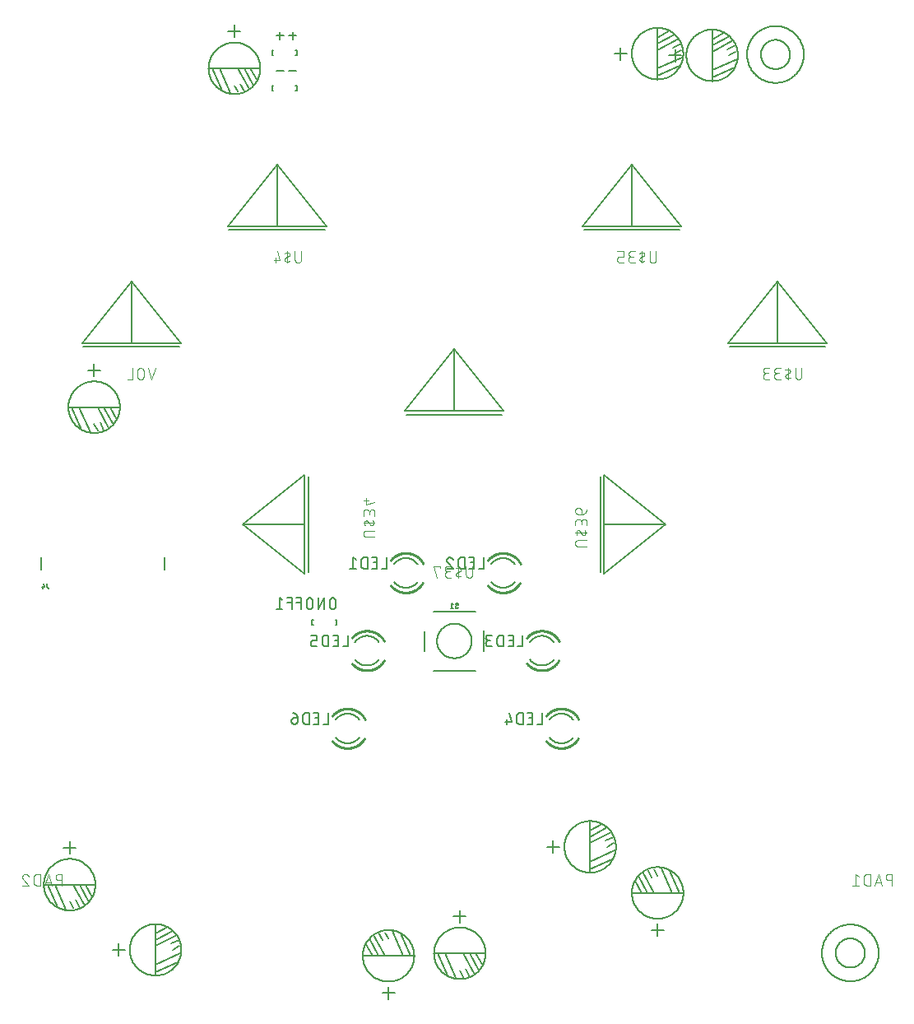
<source format=gbr>
G04 EAGLE Gerber X2 export*
%TF.Part,Single*%
%TF.FileFunction,Legend,Bot,1*%
%TF.FilePolarity,Positive*%
%TF.GenerationSoftware,Autodesk,EAGLE,9.2.2*%
%TF.CreationDate,2019-06-08T20:53:07Z*%
G75*
%MOMM*%
%FSLAX34Y34*%
%LPD*%
%INSilkscreen Bottom*%
%AMOC8*
5,1,8,0,0,1.08239X$1,22.5*%
G01*
%ADD10C,0.152400*%
%ADD11C,0.127000*%
%ADD12C,0.203200*%
%ADD13C,0.101600*%
%ADD14C,0.254000*%


D10*
X280372Y967234D02*
X280372Y962154D01*
X254972Y962154D02*
X254972Y967234D01*
X256242Y967234D01*
X256242Y962154D02*
X254972Y962154D01*
X279102Y962154D02*
X280372Y962154D01*
X280372Y967234D02*
X279102Y967234D01*
D11*
X279737Y982474D02*
X272117Y982474D01*
X275927Y978664D02*
X275927Y986284D01*
X266783Y982474D02*
X259163Y982474D01*
X262973Y978664D02*
X262973Y986284D01*
D10*
X280372Y931015D02*
X280372Y925935D01*
X254972Y925935D02*
X254972Y931015D01*
X256242Y931015D01*
X256242Y925935D02*
X254972Y925935D01*
X279102Y925935D02*
X280372Y925935D01*
X280372Y931015D02*
X279102Y931015D01*
D11*
X279737Y946255D02*
X272117Y946255D01*
X266783Y946255D02*
X259163Y946255D01*
X681270Y962330D02*
X681278Y962980D01*
X681302Y963630D01*
X681342Y964279D01*
X681398Y964927D01*
X681469Y965574D01*
X681557Y966218D01*
X681660Y966860D01*
X681779Y967500D01*
X681914Y968136D01*
X682064Y968769D01*
X682230Y969398D01*
X682411Y970023D01*
X682608Y970643D01*
X682819Y971258D01*
X683046Y971867D01*
X683287Y972471D01*
X683543Y973069D01*
X683814Y973660D01*
X684100Y974245D01*
X684399Y974822D01*
X684713Y975392D01*
X685040Y975954D01*
X685381Y976507D01*
X685736Y977053D01*
X686104Y977589D01*
X686485Y978116D01*
X686879Y978634D01*
X687285Y979141D01*
X687704Y979639D01*
X688135Y980126D01*
X688577Y980603D01*
X689032Y981068D01*
X689497Y981523D01*
X689974Y981965D01*
X690461Y982396D01*
X690959Y982815D01*
X691466Y983221D01*
X691984Y983615D01*
X692511Y983996D01*
X693047Y984364D01*
X693593Y984719D01*
X694146Y985060D01*
X694708Y985387D01*
X695278Y985701D01*
X695855Y986000D01*
X696440Y986286D01*
X697031Y986557D01*
X697629Y986813D01*
X698233Y987054D01*
X698842Y987281D01*
X699457Y987492D01*
X700077Y987689D01*
X700702Y987870D01*
X701331Y988036D01*
X701964Y988186D01*
X702600Y988321D01*
X703240Y988440D01*
X703882Y988543D01*
X704526Y988631D01*
X705173Y988702D01*
X705821Y988758D01*
X706470Y988798D01*
X707120Y988822D01*
X707770Y988830D01*
X708420Y988822D01*
X709070Y988798D01*
X709719Y988758D01*
X710367Y988702D01*
X711014Y988631D01*
X711658Y988543D01*
X712300Y988440D01*
X712940Y988321D01*
X713576Y988186D01*
X714209Y988036D01*
X714838Y987870D01*
X715463Y987689D01*
X716083Y987492D01*
X716698Y987281D01*
X717307Y987054D01*
X717911Y986813D01*
X718509Y986557D01*
X719100Y986286D01*
X719685Y986000D01*
X720262Y985701D01*
X720832Y985387D01*
X721394Y985060D01*
X721947Y984719D01*
X722493Y984364D01*
X723029Y983996D01*
X723556Y983615D01*
X724074Y983221D01*
X724581Y982815D01*
X725079Y982396D01*
X725566Y981965D01*
X726043Y981523D01*
X726508Y981068D01*
X726963Y980603D01*
X727405Y980126D01*
X727836Y979639D01*
X728255Y979141D01*
X728661Y978634D01*
X729055Y978116D01*
X729436Y977589D01*
X729804Y977053D01*
X730159Y976507D01*
X730500Y975954D01*
X730827Y975392D01*
X731141Y974822D01*
X731440Y974245D01*
X731726Y973660D01*
X731997Y973069D01*
X732253Y972471D01*
X732494Y971867D01*
X732721Y971258D01*
X732932Y970643D01*
X733129Y970023D01*
X733310Y969398D01*
X733476Y968769D01*
X733626Y968136D01*
X733761Y967500D01*
X733880Y966860D01*
X733983Y966218D01*
X734071Y965574D01*
X734142Y964927D01*
X734198Y964279D01*
X734238Y963630D01*
X734262Y962980D01*
X734270Y962330D01*
X734262Y961680D01*
X734238Y961030D01*
X734198Y960381D01*
X734142Y959733D01*
X734071Y959086D01*
X733983Y958442D01*
X733880Y957800D01*
X733761Y957160D01*
X733626Y956524D01*
X733476Y955891D01*
X733310Y955262D01*
X733129Y954637D01*
X732932Y954017D01*
X732721Y953402D01*
X732494Y952793D01*
X732253Y952189D01*
X731997Y951591D01*
X731726Y951000D01*
X731440Y950415D01*
X731141Y949838D01*
X730827Y949268D01*
X730500Y948706D01*
X730159Y948153D01*
X729804Y947607D01*
X729436Y947071D01*
X729055Y946544D01*
X728661Y946026D01*
X728255Y945519D01*
X727836Y945021D01*
X727405Y944534D01*
X726963Y944057D01*
X726508Y943592D01*
X726043Y943137D01*
X725566Y942695D01*
X725079Y942264D01*
X724581Y941845D01*
X724074Y941439D01*
X723556Y941045D01*
X723029Y940664D01*
X722493Y940296D01*
X721947Y939941D01*
X721394Y939600D01*
X720832Y939273D01*
X720262Y938959D01*
X719685Y938660D01*
X719100Y938374D01*
X718509Y938103D01*
X717911Y937847D01*
X717307Y937606D01*
X716698Y937379D01*
X716083Y937168D01*
X715463Y936971D01*
X714838Y936790D01*
X714209Y936624D01*
X713576Y936474D01*
X712940Y936339D01*
X712300Y936220D01*
X711658Y936117D01*
X711014Y936029D01*
X710367Y935958D01*
X709719Y935902D01*
X709070Y935862D01*
X708420Y935838D01*
X707770Y935830D01*
X707120Y935838D01*
X706470Y935862D01*
X705821Y935902D01*
X705173Y935958D01*
X704526Y936029D01*
X703882Y936117D01*
X703240Y936220D01*
X702600Y936339D01*
X701964Y936474D01*
X701331Y936624D01*
X700702Y936790D01*
X700077Y936971D01*
X699457Y937168D01*
X698842Y937379D01*
X698233Y937606D01*
X697629Y937847D01*
X697031Y938103D01*
X696440Y938374D01*
X695855Y938660D01*
X695278Y938959D01*
X694708Y939273D01*
X694146Y939600D01*
X693593Y939941D01*
X693047Y940296D01*
X692511Y940664D01*
X691984Y941045D01*
X691466Y941439D01*
X690959Y941845D01*
X690461Y942264D01*
X689974Y942695D01*
X689497Y943137D01*
X689032Y943592D01*
X688577Y944057D01*
X688135Y944534D01*
X687704Y945021D01*
X687285Y945519D01*
X686879Y946026D01*
X686485Y946544D01*
X686104Y947071D01*
X685736Y947607D01*
X685381Y948153D01*
X685040Y948706D01*
X684713Y949268D01*
X684399Y949838D01*
X684100Y950415D01*
X683814Y951000D01*
X683543Y951591D01*
X683287Y952189D01*
X683046Y952793D01*
X682819Y953402D01*
X682608Y954017D01*
X682411Y954637D01*
X682230Y955262D01*
X682064Y955891D01*
X681914Y956524D01*
X681779Y957160D01*
X681660Y957800D01*
X681557Y958442D01*
X681469Y959086D01*
X681398Y959733D01*
X681342Y960381D01*
X681302Y961030D01*
X681278Y961680D01*
X681270Y962330D01*
X669670Y962330D02*
X663320Y962330D01*
X669670Y962330D02*
X676020Y962330D01*
X669670Y962330D02*
X669670Y968680D01*
X669670Y962330D02*
X669670Y955980D01*
X707770Y978840D02*
X707770Y989000D01*
X707770Y978840D02*
X707770Y972490D01*
X707770Y966140D01*
X707770Y947090D01*
X707770Y939470D01*
X707770Y935660D01*
X707770Y939470D02*
X730630Y949630D01*
X733170Y958520D02*
X707770Y947090D01*
X723645Y968680D02*
X731900Y972490D01*
X729360Y977570D02*
X707770Y966140D01*
X707770Y972490D02*
X725550Y982015D01*
X720470Y985825D02*
X707770Y978840D01*
X725270Y962330D02*
X731900Y966140D01*
X625139Y964091D02*
X625147Y964741D01*
X625171Y965391D01*
X625211Y966040D01*
X625267Y966688D01*
X625338Y967335D01*
X625426Y967979D01*
X625529Y968621D01*
X625648Y969261D01*
X625783Y969897D01*
X625933Y970530D01*
X626099Y971159D01*
X626280Y971784D01*
X626477Y972404D01*
X626688Y973019D01*
X626915Y973628D01*
X627156Y974232D01*
X627412Y974830D01*
X627683Y975421D01*
X627969Y976006D01*
X628268Y976583D01*
X628582Y977153D01*
X628909Y977715D01*
X629250Y978268D01*
X629605Y978814D01*
X629973Y979350D01*
X630354Y979877D01*
X630748Y980395D01*
X631154Y980902D01*
X631573Y981400D01*
X632004Y981887D01*
X632446Y982364D01*
X632901Y982829D01*
X633366Y983284D01*
X633843Y983726D01*
X634330Y984157D01*
X634828Y984576D01*
X635335Y984982D01*
X635853Y985376D01*
X636380Y985757D01*
X636916Y986125D01*
X637462Y986480D01*
X638015Y986821D01*
X638577Y987148D01*
X639147Y987462D01*
X639724Y987761D01*
X640309Y988047D01*
X640900Y988318D01*
X641498Y988574D01*
X642102Y988815D01*
X642711Y989042D01*
X643326Y989253D01*
X643946Y989450D01*
X644571Y989631D01*
X645200Y989797D01*
X645833Y989947D01*
X646469Y990082D01*
X647109Y990201D01*
X647751Y990304D01*
X648395Y990392D01*
X649042Y990463D01*
X649690Y990519D01*
X650339Y990559D01*
X650989Y990583D01*
X651639Y990591D01*
X652289Y990583D01*
X652939Y990559D01*
X653588Y990519D01*
X654236Y990463D01*
X654883Y990392D01*
X655527Y990304D01*
X656169Y990201D01*
X656809Y990082D01*
X657445Y989947D01*
X658078Y989797D01*
X658707Y989631D01*
X659332Y989450D01*
X659952Y989253D01*
X660567Y989042D01*
X661176Y988815D01*
X661780Y988574D01*
X662378Y988318D01*
X662969Y988047D01*
X663554Y987761D01*
X664131Y987462D01*
X664701Y987148D01*
X665263Y986821D01*
X665816Y986480D01*
X666362Y986125D01*
X666898Y985757D01*
X667425Y985376D01*
X667943Y984982D01*
X668450Y984576D01*
X668948Y984157D01*
X669435Y983726D01*
X669912Y983284D01*
X670377Y982829D01*
X670832Y982364D01*
X671274Y981887D01*
X671705Y981400D01*
X672124Y980902D01*
X672530Y980395D01*
X672924Y979877D01*
X673305Y979350D01*
X673673Y978814D01*
X674028Y978268D01*
X674369Y977715D01*
X674696Y977153D01*
X675010Y976583D01*
X675309Y976006D01*
X675595Y975421D01*
X675866Y974830D01*
X676122Y974232D01*
X676363Y973628D01*
X676590Y973019D01*
X676801Y972404D01*
X676998Y971784D01*
X677179Y971159D01*
X677345Y970530D01*
X677495Y969897D01*
X677630Y969261D01*
X677749Y968621D01*
X677852Y967979D01*
X677940Y967335D01*
X678011Y966688D01*
X678067Y966040D01*
X678107Y965391D01*
X678131Y964741D01*
X678139Y964091D01*
X678131Y963441D01*
X678107Y962791D01*
X678067Y962142D01*
X678011Y961494D01*
X677940Y960847D01*
X677852Y960203D01*
X677749Y959561D01*
X677630Y958921D01*
X677495Y958285D01*
X677345Y957652D01*
X677179Y957023D01*
X676998Y956398D01*
X676801Y955778D01*
X676590Y955163D01*
X676363Y954554D01*
X676122Y953950D01*
X675866Y953352D01*
X675595Y952761D01*
X675309Y952176D01*
X675010Y951599D01*
X674696Y951029D01*
X674369Y950467D01*
X674028Y949914D01*
X673673Y949368D01*
X673305Y948832D01*
X672924Y948305D01*
X672530Y947787D01*
X672124Y947280D01*
X671705Y946782D01*
X671274Y946295D01*
X670832Y945818D01*
X670377Y945353D01*
X669912Y944898D01*
X669435Y944456D01*
X668948Y944025D01*
X668450Y943606D01*
X667943Y943200D01*
X667425Y942806D01*
X666898Y942425D01*
X666362Y942057D01*
X665816Y941702D01*
X665263Y941361D01*
X664701Y941034D01*
X664131Y940720D01*
X663554Y940421D01*
X662969Y940135D01*
X662378Y939864D01*
X661780Y939608D01*
X661176Y939367D01*
X660567Y939140D01*
X659952Y938929D01*
X659332Y938732D01*
X658707Y938551D01*
X658078Y938385D01*
X657445Y938235D01*
X656809Y938100D01*
X656169Y937981D01*
X655527Y937878D01*
X654883Y937790D01*
X654236Y937719D01*
X653588Y937663D01*
X652939Y937623D01*
X652289Y937599D01*
X651639Y937591D01*
X650989Y937599D01*
X650339Y937623D01*
X649690Y937663D01*
X649042Y937719D01*
X648395Y937790D01*
X647751Y937878D01*
X647109Y937981D01*
X646469Y938100D01*
X645833Y938235D01*
X645200Y938385D01*
X644571Y938551D01*
X643946Y938732D01*
X643326Y938929D01*
X642711Y939140D01*
X642102Y939367D01*
X641498Y939608D01*
X640900Y939864D01*
X640309Y940135D01*
X639724Y940421D01*
X639147Y940720D01*
X638577Y941034D01*
X638015Y941361D01*
X637462Y941702D01*
X636916Y942057D01*
X636380Y942425D01*
X635853Y942806D01*
X635335Y943200D01*
X634828Y943606D01*
X634330Y944025D01*
X633843Y944456D01*
X633366Y944898D01*
X632901Y945353D01*
X632446Y945818D01*
X632004Y946295D01*
X631573Y946782D01*
X631154Y947280D01*
X630748Y947787D01*
X630354Y948305D01*
X629973Y948832D01*
X629605Y949368D01*
X629250Y949914D01*
X628909Y950467D01*
X628582Y951029D01*
X628268Y951599D01*
X627969Y952176D01*
X627683Y952761D01*
X627412Y953352D01*
X627156Y953950D01*
X626915Y954554D01*
X626688Y955163D01*
X626477Y955778D01*
X626280Y956398D01*
X626099Y957023D01*
X625933Y957652D01*
X625783Y958285D01*
X625648Y958921D01*
X625529Y959561D01*
X625426Y960203D01*
X625338Y960847D01*
X625267Y961494D01*
X625211Y962142D01*
X625171Y962791D01*
X625147Y963441D01*
X625139Y964091D01*
X613539Y964091D02*
X607189Y964091D01*
X613539Y964091D02*
X619889Y964091D01*
X613539Y964091D02*
X613539Y970441D01*
X613539Y964091D02*
X613539Y957741D01*
X651639Y980601D02*
X651639Y990761D01*
X651639Y980601D02*
X651639Y974251D01*
X651639Y967901D01*
X651639Y948851D01*
X651639Y941231D01*
X651639Y937421D01*
X651639Y941231D02*
X674499Y951391D01*
X677039Y960281D02*
X651639Y948851D01*
X667514Y970441D02*
X675769Y974251D01*
X673229Y979331D02*
X651639Y967901D01*
X651639Y974251D02*
X669419Y983776D01*
X664339Y987586D02*
X651639Y980601D01*
X669139Y964091D02*
X675769Y967901D01*
X189694Y949020D02*
X189702Y949670D01*
X189726Y950320D01*
X189766Y950969D01*
X189822Y951617D01*
X189893Y952264D01*
X189981Y952908D01*
X190084Y953550D01*
X190203Y954190D01*
X190338Y954826D01*
X190488Y955459D01*
X190654Y956088D01*
X190835Y956713D01*
X191032Y957333D01*
X191243Y957948D01*
X191470Y958557D01*
X191711Y959161D01*
X191967Y959759D01*
X192238Y960350D01*
X192524Y960935D01*
X192823Y961512D01*
X193137Y962082D01*
X193464Y962644D01*
X193805Y963197D01*
X194160Y963743D01*
X194528Y964279D01*
X194909Y964806D01*
X195303Y965324D01*
X195709Y965831D01*
X196128Y966329D01*
X196559Y966816D01*
X197001Y967293D01*
X197456Y967758D01*
X197921Y968213D01*
X198398Y968655D01*
X198885Y969086D01*
X199383Y969505D01*
X199890Y969911D01*
X200408Y970305D01*
X200935Y970686D01*
X201471Y971054D01*
X202017Y971409D01*
X202570Y971750D01*
X203132Y972077D01*
X203702Y972391D01*
X204279Y972690D01*
X204864Y972976D01*
X205455Y973247D01*
X206053Y973503D01*
X206657Y973744D01*
X207266Y973971D01*
X207881Y974182D01*
X208501Y974379D01*
X209126Y974560D01*
X209755Y974726D01*
X210388Y974876D01*
X211024Y975011D01*
X211664Y975130D01*
X212306Y975233D01*
X212950Y975321D01*
X213597Y975392D01*
X214245Y975448D01*
X214894Y975488D01*
X215544Y975512D01*
X216194Y975520D01*
X216844Y975512D01*
X217494Y975488D01*
X218143Y975448D01*
X218791Y975392D01*
X219438Y975321D01*
X220082Y975233D01*
X220724Y975130D01*
X221364Y975011D01*
X222000Y974876D01*
X222633Y974726D01*
X223262Y974560D01*
X223887Y974379D01*
X224507Y974182D01*
X225122Y973971D01*
X225731Y973744D01*
X226335Y973503D01*
X226933Y973247D01*
X227524Y972976D01*
X228109Y972690D01*
X228686Y972391D01*
X229256Y972077D01*
X229818Y971750D01*
X230371Y971409D01*
X230917Y971054D01*
X231453Y970686D01*
X231980Y970305D01*
X232498Y969911D01*
X233005Y969505D01*
X233503Y969086D01*
X233990Y968655D01*
X234467Y968213D01*
X234932Y967758D01*
X235387Y967293D01*
X235829Y966816D01*
X236260Y966329D01*
X236679Y965831D01*
X237085Y965324D01*
X237479Y964806D01*
X237860Y964279D01*
X238228Y963743D01*
X238583Y963197D01*
X238924Y962644D01*
X239251Y962082D01*
X239565Y961512D01*
X239864Y960935D01*
X240150Y960350D01*
X240421Y959759D01*
X240677Y959161D01*
X240918Y958557D01*
X241145Y957948D01*
X241356Y957333D01*
X241553Y956713D01*
X241734Y956088D01*
X241900Y955459D01*
X242050Y954826D01*
X242185Y954190D01*
X242304Y953550D01*
X242407Y952908D01*
X242495Y952264D01*
X242566Y951617D01*
X242622Y950969D01*
X242662Y950320D01*
X242686Y949670D01*
X242694Y949020D01*
X242686Y948370D01*
X242662Y947720D01*
X242622Y947071D01*
X242566Y946423D01*
X242495Y945776D01*
X242407Y945132D01*
X242304Y944490D01*
X242185Y943850D01*
X242050Y943214D01*
X241900Y942581D01*
X241734Y941952D01*
X241553Y941327D01*
X241356Y940707D01*
X241145Y940092D01*
X240918Y939483D01*
X240677Y938879D01*
X240421Y938281D01*
X240150Y937690D01*
X239864Y937105D01*
X239565Y936528D01*
X239251Y935958D01*
X238924Y935396D01*
X238583Y934843D01*
X238228Y934297D01*
X237860Y933761D01*
X237479Y933234D01*
X237085Y932716D01*
X236679Y932209D01*
X236260Y931711D01*
X235829Y931224D01*
X235387Y930747D01*
X234932Y930282D01*
X234467Y929827D01*
X233990Y929385D01*
X233503Y928954D01*
X233005Y928535D01*
X232498Y928129D01*
X231980Y927735D01*
X231453Y927354D01*
X230917Y926986D01*
X230371Y926631D01*
X229818Y926290D01*
X229256Y925963D01*
X228686Y925649D01*
X228109Y925350D01*
X227524Y925064D01*
X226933Y924793D01*
X226335Y924537D01*
X225731Y924296D01*
X225122Y924069D01*
X224507Y923858D01*
X223887Y923661D01*
X223262Y923480D01*
X222633Y923314D01*
X222000Y923164D01*
X221364Y923029D01*
X220724Y922910D01*
X220082Y922807D01*
X219438Y922719D01*
X218791Y922648D01*
X218143Y922592D01*
X217494Y922552D01*
X216844Y922528D01*
X216194Y922520D01*
X215544Y922528D01*
X214894Y922552D01*
X214245Y922592D01*
X213597Y922648D01*
X212950Y922719D01*
X212306Y922807D01*
X211664Y922910D01*
X211024Y923029D01*
X210388Y923164D01*
X209755Y923314D01*
X209126Y923480D01*
X208501Y923661D01*
X207881Y923858D01*
X207266Y924069D01*
X206657Y924296D01*
X206053Y924537D01*
X205455Y924793D01*
X204864Y925064D01*
X204279Y925350D01*
X203702Y925649D01*
X203132Y925963D01*
X202570Y926290D01*
X202017Y926631D01*
X201471Y926986D01*
X200935Y927354D01*
X200408Y927735D01*
X199890Y928129D01*
X199383Y928535D01*
X198885Y928954D01*
X198398Y929385D01*
X197921Y929827D01*
X197456Y930282D01*
X197001Y930747D01*
X196559Y931224D01*
X196128Y931711D01*
X195709Y932209D01*
X195303Y932716D01*
X194909Y933234D01*
X194528Y933761D01*
X194160Y934297D01*
X193805Y934843D01*
X193464Y935396D01*
X193137Y935958D01*
X192823Y936528D01*
X192524Y937105D01*
X192238Y937690D01*
X191967Y938281D01*
X191711Y938879D01*
X191470Y939483D01*
X191243Y940092D01*
X191032Y940707D01*
X190835Y941327D01*
X190654Y941952D01*
X190488Y942581D01*
X190338Y943214D01*
X190203Y943850D01*
X190084Y944490D01*
X189981Y945132D01*
X189893Y945776D01*
X189822Y946423D01*
X189766Y947071D01*
X189726Y947720D01*
X189702Y948370D01*
X189694Y949020D01*
X216194Y987120D02*
X216194Y993470D01*
X216194Y987120D02*
X216194Y980770D01*
X216194Y987120D02*
X222544Y987120D01*
X216194Y987120D02*
X209844Y987120D01*
X232704Y949020D02*
X242864Y949020D01*
X232704Y949020D02*
X226354Y949020D01*
X220004Y949020D01*
X200954Y949020D01*
X193334Y949020D01*
X189524Y949020D01*
X193334Y949020D02*
X203494Y926160D01*
X212384Y923620D02*
X200954Y949020D01*
X222544Y933145D02*
X226354Y924890D01*
X231434Y927430D02*
X220004Y949020D01*
X226354Y949020D02*
X235879Y931240D01*
X239689Y936320D02*
X232704Y949020D01*
X216194Y931520D02*
X220004Y924890D01*
D10*
X820790Y39085D02*
X820799Y39802D01*
X820825Y40518D01*
X820869Y41234D01*
X820931Y41948D01*
X821010Y42661D01*
X821106Y43371D01*
X821220Y44079D01*
X821351Y44784D01*
X821500Y45485D01*
X821665Y46182D01*
X821848Y46876D01*
X822048Y47564D01*
X822264Y48248D01*
X822497Y48926D01*
X822747Y49598D01*
X823013Y50263D01*
X823296Y50922D01*
X823594Y51574D01*
X823909Y52218D01*
X824239Y52854D01*
X824585Y53483D01*
X824946Y54102D01*
X825322Y54712D01*
X825713Y55313D01*
X826118Y55904D01*
X826538Y56485D01*
X826972Y57056D01*
X827420Y57616D01*
X827882Y58164D01*
X828357Y58701D01*
X828845Y59226D01*
X829345Y59740D01*
X829859Y60240D01*
X830384Y60728D01*
X830921Y61203D01*
X831469Y61665D01*
X832029Y62113D01*
X832600Y62547D01*
X833181Y62967D01*
X833772Y63372D01*
X834373Y63763D01*
X834983Y64139D01*
X835602Y64500D01*
X836231Y64846D01*
X836867Y65176D01*
X837511Y65491D01*
X838163Y65789D01*
X838822Y66072D01*
X839487Y66338D01*
X840159Y66588D01*
X840837Y66821D01*
X841521Y67037D01*
X842209Y67237D01*
X842903Y67420D01*
X843600Y67585D01*
X844301Y67734D01*
X845006Y67865D01*
X845714Y67979D01*
X846424Y68075D01*
X847137Y68154D01*
X847851Y68216D01*
X848567Y68260D01*
X849283Y68286D01*
X850000Y68295D01*
X850717Y68286D01*
X851433Y68260D01*
X852149Y68216D01*
X852863Y68154D01*
X853576Y68075D01*
X854286Y67979D01*
X854994Y67865D01*
X855699Y67734D01*
X856400Y67585D01*
X857097Y67420D01*
X857791Y67237D01*
X858479Y67037D01*
X859163Y66821D01*
X859841Y66588D01*
X860513Y66338D01*
X861178Y66072D01*
X861837Y65789D01*
X862489Y65491D01*
X863133Y65176D01*
X863769Y64846D01*
X864398Y64500D01*
X865017Y64139D01*
X865627Y63763D01*
X866228Y63372D01*
X866819Y62967D01*
X867400Y62547D01*
X867971Y62113D01*
X868531Y61665D01*
X869079Y61203D01*
X869616Y60728D01*
X870141Y60240D01*
X870655Y59740D01*
X871155Y59226D01*
X871643Y58701D01*
X872118Y58164D01*
X872580Y57616D01*
X873028Y57056D01*
X873462Y56485D01*
X873882Y55904D01*
X874287Y55313D01*
X874678Y54712D01*
X875054Y54102D01*
X875415Y53483D01*
X875761Y52854D01*
X876091Y52218D01*
X876406Y51574D01*
X876704Y50922D01*
X876987Y50263D01*
X877253Y49598D01*
X877503Y48926D01*
X877736Y48248D01*
X877952Y47564D01*
X878152Y46876D01*
X878335Y46182D01*
X878500Y45485D01*
X878649Y44784D01*
X878780Y44079D01*
X878894Y43371D01*
X878990Y42661D01*
X879069Y41948D01*
X879131Y41234D01*
X879175Y40518D01*
X879201Y39802D01*
X879210Y39085D01*
X879201Y38368D01*
X879175Y37652D01*
X879131Y36936D01*
X879069Y36222D01*
X878990Y35509D01*
X878894Y34799D01*
X878780Y34091D01*
X878649Y33386D01*
X878500Y32685D01*
X878335Y31988D01*
X878152Y31294D01*
X877952Y30606D01*
X877736Y29922D01*
X877503Y29244D01*
X877253Y28572D01*
X876987Y27907D01*
X876704Y27248D01*
X876406Y26596D01*
X876091Y25952D01*
X875761Y25316D01*
X875415Y24687D01*
X875054Y24068D01*
X874678Y23458D01*
X874287Y22857D01*
X873882Y22266D01*
X873462Y21685D01*
X873028Y21114D01*
X872580Y20554D01*
X872118Y20006D01*
X871643Y19469D01*
X871155Y18944D01*
X870655Y18430D01*
X870141Y17930D01*
X869616Y17442D01*
X869079Y16967D01*
X868531Y16505D01*
X867971Y16057D01*
X867400Y15623D01*
X866819Y15203D01*
X866228Y14798D01*
X865627Y14407D01*
X865017Y14031D01*
X864398Y13670D01*
X863769Y13324D01*
X863133Y12994D01*
X862489Y12679D01*
X861837Y12381D01*
X861178Y12098D01*
X860513Y11832D01*
X859841Y11582D01*
X859163Y11349D01*
X858479Y11133D01*
X857791Y10933D01*
X857097Y10750D01*
X856400Y10585D01*
X855699Y10436D01*
X854994Y10305D01*
X854286Y10191D01*
X853576Y10095D01*
X852863Y10016D01*
X852149Y9954D01*
X851433Y9910D01*
X850717Y9884D01*
X850000Y9875D01*
X849283Y9884D01*
X848567Y9910D01*
X847851Y9954D01*
X847137Y10016D01*
X846424Y10095D01*
X845714Y10191D01*
X845006Y10305D01*
X844301Y10436D01*
X843600Y10585D01*
X842903Y10750D01*
X842209Y10933D01*
X841521Y11133D01*
X840837Y11349D01*
X840159Y11582D01*
X839487Y11832D01*
X838822Y12098D01*
X838163Y12381D01*
X837511Y12679D01*
X836867Y12994D01*
X836231Y13324D01*
X835602Y13670D01*
X834983Y14031D01*
X834373Y14407D01*
X833772Y14798D01*
X833181Y15203D01*
X832600Y15623D01*
X832029Y16057D01*
X831469Y16505D01*
X830921Y16967D01*
X830384Y17442D01*
X829859Y17930D01*
X829345Y18430D01*
X828845Y18944D01*
X828357Y19469D01*
X827882Y20006D01*
X827420Y20554D01*
X826972Y21114D01*
X826538Y21685D01*
X826118Y22266D01*
X825713Y22857D01*
X825322Y23458D01*
X824946Y24068D01*
X824585Y24687D01*
X824239Y25316D01*
X823909Y25952D01*
X823594Y26596D01*
X823296Y27248D01*
X823013Y27907D01*
X822747Y28572D01*
X822497Y29244D01*
X822264Y29922D01*
X822048Y30606D01*
X821848Y31294D01*
X821665Y31988D01*
X821500Y32685D01*
X821351Y33386D01*
X821220Y34091D01*
X821106Y34799D01*
X821010Y35509D01*
X820931Y36222D01*
X820869Y36936D01*
X820825Y37652D01*
X820799Y38368D01*
X820790Y39085D01*
D12*
X835000Y39085D02*
X835005Y39453D01*
X835018Y39821D01*
X835041Y40188D01*
X835072Y40555D01*
X835113Y40921D01*
X835162Y41286D01*
X835221Y41649D01*
X835288Y42011D01*
X835364Y42372D01*
X835450Y42730D01*
X835543Y43086D01*
X835646Y43439D01*
X835757Y43790D01*
X835877Y44138D01*
X836005Y44483D01*
X836142Y44825D01*
X836287Y45164D01*
X836440Y45498D01*
X836602Y45829D01*
X836771Y46156D01*
X836949Y46478D01*
X837134Y46797D01*
X837327Y47110D01*
X837528Y47419D01*
X837736Y47722D01*
X837952Y48020D01*
X838175Y48313D01*
X838405Y48601D01*
X838642Y48883D01*
X838886Y49158D01*
X839136Y49428D01*
X839393Y49692D01*
X839657Y49949D01*
X839927Y50199D01*
X840202Y50443D01*
X840484Y50680D01*
X840772Y50910D01*
X841065Y51133D01*
X841363Y51349D01*
X841666Y51557D01*
X841975Y51758D01*
X842288Y51951D01*
X842607Y52136D01*
X842929Y52314D01*
X843256Y52483D01*
X843587Y52645D01*
X843921Y52798D01*
X844260Y52943D01*
X844602Y53080D01*
X844947Y53208D01*
X845295Y53328D01*
X845646Y53439D01*
X845999Y53542D01*
X846355Y53635D01*
X846713Y53721D01*
X847074Y53797D01*
X847436Y53864D01*
X847799Y53923D01*
X848164Y53972D01*
X848530Y54013D01*
X848897Y54044D01*
X849264Y54067D01*
X849632Y54080D01*
X850000Y54085D01*
X850368Y54080D01*
X850736Y54067D01*
X851103Y54044D01*
X851470Y54013D01*
X851836Y53972D01*
X852201Y53923D01*
X852564Y53864D01*
X852926Y53797D01*
X853287Y53721D01*
X853645Y53635D01*
X854001Y53542D01*
X854354Y53439D01*
X854705Y53328D01*
X855053Y53208D01*
X855398Y53080D01*
X855740Y52943D01*
X856079Y52798D01*
X856413Y52645D01*
X856744Y52483D01*
X857071Y52314D01*
X857393Y52136D01*
X857712Y51951D01*
X858025Y51758D01*
X858334Y51557D01*
X858637Y51349D01*
X858935Y51133D01*
X859228Y50910D01*
X859516Y50680D01*
X859798Y50443D01*
X860073Y50199D01*
X860343Y49949D01*
X860607Y49692D01*
X860864Y49428D01*
X861114Y49158D01*
X861358Y48883D01*
X861595Y48601D01*
X861825Y48313D01*
X862048Y48020D01*
X862264Y47722D01*
X862472Y47419D01*
X862673Y47110D01*
X862866Y46797D01*
X863051Y46478D01*
X863229Y46156D01*
X863398Y45829D01*
X863560Y45498D01*
X863713Y45164D01*
X863858Y44825D01*
X863995Y44483D01*
X864123Y44138D01*
X864243Y43790D01*
X864354Y43439D01*
X864457Y43086D01*
X864550Y42730D01*
X864636Y42372D01*
X864712Y42011D01*
X864779Y41649D01*
X864838Y41286D01*
X864887Y40921D01*
X864928Y40555D01*
X864959Y40188D01*
X864982Y39821D01*
X864995Y39453D01*
X865000Y39085D01*
X864995Y38717D01*
X864982Y38349D01*
X864959Y37982D01*
X864928Y37615D01*
X864887Y37249D01*
X864838Y36884D01*
X864779Y36521D01*
X864712Y36159D01*
X864636Y35798D01*
X864550Y35440D01*
X864457Y35084D01*
X864354Y34731D01*
X864243Y34380D01*
X864123Y34032D01*
X863995Y33687D01*
X863858Y33345D01*
X863713Y33006D01*
X863560Y32672D01*
X863398Y32341D01*
X863229Y32014D01*
X863051Y31692D01*
X862866Y31373D01*
X862673Y31060D01*
X862472Y30751D01*
X862264Y30448D01*
X862048Y30150D01*
X861825Y29857D01*
X861595Y29569D01*
X861358Y29287D01*
X861114Y29012D01*
X860864Y28742D01*
X860607Y28478D01*
X860343Y28221D01*
X860073Y27971D01*
X859798Y27727D01*
X859516Y27490D01*
X859228Y27260D01*
X858935Y27037D01*
X858637Y26821D01*
X858334Y26613D01*
X858025Y26412D01*
X857712Y26219D01*
X857393Y26034D01*
X857071Y25856D01*
X856744Y25687D01*
X856413Y25525D01*
X856079Y25372D01*
X855740Y25227D01*
X855398Y25090D01*
X855053Y24962D01*
X854705Y24842D01*
X854354Y24731D01*
X854001Y24628D01*
X853645Y24535D01*
X853287Y24449D01*
X852926Y24373D01*
X852564Y24306D01*
X852201Y24247D01*
X851836Y24198D01*
X851470Y24157D01*
X851103Y24126D01*
X850736Y24103D01*
X850368Y24090D01*
X850000Y24085D01*
X849632Y24090D01*
X849264Y24103D01*
X848897Y24126D01*
X848530Y24157D01*
X848164Y24198D01*
X847799Y24247D01*
X847436Y24306D01*
X847074Y24373D01*
X846713Y24449D01*
X846355Y24535D01*
X845999Y24628D01*
X845646Y24731D01*
X845295Y24842D01*
X844947Y24962D01*
X844602Y25090D01*
X844260Y25227D01*
X843921Y25372D01*
X843587Y25525D01*
X843256Y25687D01*
X842929Y25856D01*
X842607Y26034D01*
X842288Y26219D01*
X841975Y26412D01*
X841666Y26613D01*
X841363Y26821D01*
X841065Y27037D01*
X840772Y27260D01*
X840484Y27490D01*
X840202Y27727D01*
X839927Y27971D01*
X839657Y28221D01*
X839393Y28478D01*
X839136Y28742D01*
X838886Y29012D01*
X838642Y29287D01*
X838405Y29569D01*
X838175Y29857D01*
X837952Y30150D01*
X837736Y30448D01*
X837528Y30751D01*
X837327Y31060D01*
X837134Y31373D01*
X836949Y31692D01*
X836771Y32014D01*
X836602Y32341D01*
X836440Y32672D01*
X836287Y33006D01*
X836142Y33345D01*
X836005Y33687D01*
X835877Y34032D01*
X835757Y34380D01*
X835646Y34731D01*
X835543Y35084D01*
X835450Y35440D01*
X835364Y35798D01*
X835288Y36159D01*
X835221Y36521D01*
X835162Y36884D01*
X835113Y37249D01*
X835072Y37615D01*
X835041Y37982D01*
X835018Y38349D01*
X835005Y38717D01*
X835000Y39085D01*
D10*
X321200Y376938D02*
X321200Y382018D01*
X295800Y382018D02*
X295800Y376938D01*
X295800Y382018D02*
X297070Y382018D01*
X297070Y376938D02*
X295800Y376938D01*
X319930Y376938D02*
X321200Y376938D01*
X321200Y382018D02*
X319930Y382018D01*
D11*
X320565Y395988D02*
X320565Y401068D01*
X320563Y401179D01*
X320557Y401289D01*
X320548Y401400D01*
X320534Y401510D01*
X320517Y401619D01*
X320496Y401728D01*
X320471Y401836D01*
X320442Y401943D01*
X320410Y402049D01*
X320374Y402154D01*
X320334Y402257D01*
X320291Y402359D01*
X320244Y402460D01*
X320193Y402559D01*
X320140Y402656D01*
X320083Y402750D01*
X320022Y402843D01*
X319959Y402934D01*
X319892Y403023D01*
X319822Y403109D01*
X319749Y403192D01*
X319674Y403274D01*
X319596Y403352D01*
X319514Y403427D01*
X319431Y403500D01*
X319345Y403570D01*
X319256Y403637D01*
X319165Y403700D01*
X319072Y403761D01*
X318978Y403818D01*
X318881Y403871D01*
X318782Y403922D01*
X318681Y403969D01*
X318579Y404012D01*
X318476Y404052D01*
X318371Y404088D01*
X318265Y404120D01*
X318158Y404149D01*
X318050Y404174D01*
X317941Y404195D01*
X317832Y404212D01*
X317722Y404226D01*
X317611Y404235D01*
X317501Y404241D01*
X317390Y404243D01*
X317279Y404241D01*
X317169Y404235D01*
X317058Y404226D01*
X316948Y404212D01*
X316839Y404195D01*
X316730Y404174D01*
X316622Y404149D01*
X316515Y404120D01*
X316409Y404088D01*
X316304Y404052D01*
X316201Y404012D01*
X316099Y403969D01*
X315998Y403922D01*
X315899Y403871D01*
X315803Y403818D01*
X315708Y403761D01*
X315615Y403700D01*
X315524Y403637D01*
X315435Y403570D01*
X315349Y403500D01*
X315266Y403427D01*
X315184Y403352D01*
X315106Y403274D01*
X315031Y403192D01*
X314958Y403109D01*
X314888Y403023D01*
X314821Y402934D01*
X314758Y402843D01*
X314697Y402750D01*
X314640Y402656D01*
X314587Y402559D01*
X314536Y402460D01*
X314489Y402359D01*
X314446Y402257D01*
X314406Y402154D01*
X314370Y402049D01*
X314338Y401943D01*
X314309Y401836D01*
X314284Y401728D01*
X314263Y401619D01*
X314246Y401510D01*
X314232Y401400D01*
X314223Y401289D01*
X314217Y401179D01*
X314215Y401068D01*
X314215Y395988D01*
X314217Y395877D01*
X314223Y395767D01*
X314232Y395656D01*
X314246Y395546D01*
X314263Y395437D01*
X314284Y395328D01*
X314309Y395220D01*
X314338Y395113D01*
X314370Y395007D01*
X314406Y394902D01*
X314446Y394799D01*
X314489Y394697D01*
X314536Y394596D01*
X314587Y394497D01*
X314640Y394401D01*
X314697Y394306D01*
X314758Y394213D01*
X314821Y394122D01*
X314888Y394033D01*
X314958Y393947D01*
X315031Y393864D01*
X315106Y393782D01*
X315184Y393704D01*
X315266Y393629D01*
X315349Y393556D01*
X315435Y393486D01*
X315524Y393419D01*
X315615Y393356D01*
X315708Y393295D01*
X315803Y393238D01*
X315899Y393185D01*
X315998Y393134D01*
X316099Y393087D01*
X316201Y393044D01*
X316304Y393004D01*
X316409Y392968D01*
X316515Y392936D01*
X316622Y392907D01*
X316730Y392882D01*
X316839Y392861D01*
X316948Y392844D01*
X317058Y392830D01*
X317169Y392821D01*
X317279Y392815D01*
X317390Y392813D01*
X317501Y392815D01*
X317611Y392821D01*
X317722Y392830D01*
X317832Y392844D01*
X317941Y392861D01*
X318050Y392882D01*
X318158Y392907D01*
X318265Y392936D01*
X318371Y392968D01*
X318476Y393004D01*
X318579Y393044D01*
X318681Y393087D01*
X318782Y393134D01*
X318881Y393185D01*
X318977Y393238D01*
X319072Y393295D01*
X319165Y393356D01*
X319256Y393419D01*
X319345Y393486D01*
X319431Y393556D01*
X319514Y393629D01*
X319596Y393704D01*
X319674Y393782D01*
X319749Y393864D01*
X319822Y393947D01*
X319892Y394033D01*
X319959Y394122D01*
X320022Y394213D01*
X320083Y394306D01*
X320140Y394400D01*
X320193Y394497D01*
X320244Y394596D01*
X320291Y394697D01*
X320334Y394799D01*
X320374Y394902D01*
X320410Y395007D01*
X320442Y395113D01*
X320471Y395220D01*
X320496Y395328D01*
X320517Y395437D01*
X320534Y395546D01*
X320548Y395656D01*
X320557Y395767D01*
X320563Y395877D01*
X320565Y395988D01*
X308754Y392813D02*
X308754Y404243D01*
X302404Y392813D01*
X302404Y404243D01*
X296943Y401068D02*
X296943Y395988D01*
X296943Y401068D02*
X296941Y401179D01*
X296935Y401289D01*
X296926Y401400D01*
X296912Y401510D01*
X296895Y401619D01*
X296874Y401728D01*
X296849Y401836D01*
X296820Y401943D01*
X296788Y402049D01*
X296752Y402154D01*
X296712Y402257D01*
X296669Y402359D01*
X296622Y402460D01*
X296571Y402559D01*
X296518Y402656D01*
X296461Y402750D01*
X296400Y402843D01*
X296337Y402934D01*
X296270Y403023D01*
X296200Y403109D01*
X296127Y403192D01*
X296052Y403274D01*
X295974Y403352D01*
X295892Y403427D01*
X295809Y403500D01*
X295723Y403570D01*
X295634Y403637D01*
X295543Y403700D01*
X295450Y403761D01*
X295356Y403818D01*
X295259Y403871D01*
X295160Y403922D01*
X295059Y403969D01*
X294957Y404012D01*
X294854Y404052D01*
X294749Y404088D01*
X294643Y404120D01*
X294536Y404149D01*
X294428Y404174D01*
X294319Y404195D01*
X294210Y404212D01*
X294100Y404226D01*
X293989Y404235D01*
X293879Y404241D01*
X293768Y404243D01*
X293657Y404241D01*
X293547Y404235D01*
X293436Y404226D01*
X293326Y404212D01*
X293217Y404195D01*
X293108Y404174D01*
X293000Y404149D01*
X292893Y404120D01*
X292787Y404088D01*
X292682Y404052D01*
X292579Y404012D01*
X292477Y403969D01*
X292376Y403922D01*
X292277Y403871D01*
X292181Y403818D01*
X292086Y403761D01*
X291993Y403700D01*
X291902Y403637D01*
X291813Y403570D01*
X291727Y403500D01*
X291644Y403427D01*
X291562Y403352D01*
X291484Y403274D01*
X291409Y403192D01*
X291336Y403109D01*
X291266Y403023D01*
X291199Y402934D01*
X291136Y402843D01*
X291075Y402750D01*
X291018Y402656D01*
X290965Y402559D01*
X290914Y402460D01*
X290867Y402359D01*
X290824Y402257D01*
X290784Y402154D01*
X290748Y402049D01*
X290716Y401943D01*
X290687Y401836D01*
X290662Y401728D01*
X290641Y401619D01*
X290624Y401510D01*
X290610Y401400D01*
X290601Y401289D01*
X290595Y401179D01*
X290593Y401068D01*
X290593Y395988D01*
X290595Y395877D01*
X290601Y395767D01*
X290610Y395656D01*
X290624Y395546D01*
X290641Y395437D01*
X290662Y395328D01*
X290687Y395220D01*
X290716Y395113D01*
X290748Y395007D01*
X290784Y394902D01*
X290824Y394799D01*
X290867Y394697D01*
X290914Y394596D01*
X290965Y394497D01*
X291018Y394401D01*
X291075Y394306D01*
X291136Y394213D01*
X291199Y394122D01*
X291266Y394033D01*
X291336Y393947D01*
X291409Y393864D01*
X291484Y393782D01*
X291562Y393704D01*
X291644Y393629D01*
X291727Y393556D01*
X291813Y393486D01*
X291902Y393419D01*
X291993Y393356D01*
X292086Y393295D01*
X292181Y393238D01*
X292277Y393185D01*
X292376Y393134D01*
X292477Y393087D01*
X292579Y393044D01*
X292682Y393004D01*
X292787Y392968D01*
X292893Y392936D01*
X293000Y392907D01*
X293108Y392882D01*
X293217Y392861D01*
X293326Y392844D01*
X293436Y392830D01*
X293547Y392821D01*
X293657Y392815D01*
X293768Y392813D01*
X293879Y392815D01*
X293989Y392821D01*
X294100Y392830D01*
X294210Y392844D01*
X294319Y392861D01*
X294428Y392882D01*
X294536Y392907D01*
X294643Y392936D01*
X294749Y392968D01*
X294854Y393004D01*
X294957Y393044D01*
X295059Y393087D01*
X295160Y393134D01*
X295259Y393185D01*
X295355Y393238D01*
X295450Y393295D01*
X295543Y393356D01*
X295634Y393419D01*
X295723Y393486D01*
X295809Y393556D01*
X295892Y393629D01*
X295974Y393704D01*
X296052Y393782D01*
X296127Y393864D01*
X296200Y393947D01*
X296270Y394033D01*
X296337Y394122D01*
X296400Y394213D01*
X296461Y394306D01*
X296518Y394400D01*
X296571Y394497D01*
X296622Y394596D01*
X296669Y394697D01*
X296712Y394799D01*
X296752Y394902D01*
X296788Y395007D01*
X296820Y395113D01*
X296849Y395220D01*
X296874Y395328D01*
X296895Y395437D01*
X296912Y395546D01*
X296926Y395656D01*
X296935Y395767D01*
X296941Y395877D01*
X296943Y395988D01*
X285107Y392813D02*
X285107Y404243D01*
X280027Y404243D01*
X280027Y399163D02*
X285107Y399163D01*
X275201Y404243D02*
X275201Y392813D01*
X275201Y404243D02*
X270121Y404243D01*
X270121Y399163D02*
X275201Y399163D01*
X265701Y401703D02*
X262526Y404243D01*
X262526Y392813D01*
X265701Y392813D02*
X259351Y392813D01*
D12*
X725700Y662700D02*
X824300Y662700D01*
D11*
X775000Y666500D02*
X775000Y730000D01*
X775000Y666500D02*
X724200Y666500D01*
X775000Y730000D01*
X825800Y666500D01*
X775000Y666500D01*
D13*
X799892Y640592D02*
X799892Y632154D01*
X799890Y632041D01*
X799884Y631928D01*
X799874Y631815D01*
X799860Y631702D01*
X799843Y631590D01*
X799821Y631479D01*
X799796Y631369D01*
X799766Y631259D01*
X799733Y631151D01*
X799696Y631044D01*
X799656Y630938D01*
X799611Y630834D01*
X799563Y630731D01*
X799512Y630630D01*
X799457Y630531D01*
X799399Y630434D01*
X799337Y630339D01*
X799272Y630246D01*
X799204Y630156D01*
X799133Y630068D01*
X799058Y629982D01*
X798981Y629899D01*
X798901Y629819D01*
X798818Y629742D01*
X798732Y629667D01*
X798644Y629596D01*
X798554Y629528D01*
X798461Y629463D01*
X798366Y629401D01*
X798269Y629343D01*
X798170Y629288D01*
X798069Y629237D01*
X797966Y629189D01*
X797862Y629144D01*
X797756Y629104D01*
X797649Y629067D01*
X797541Y629034D01*
X797431Y629004D01*
X797321Y628979D01*
X797210Y628957D01*
X797098Y628940D01*
X796985Y628926D01*
X796872Y628916D01*
X796759Y628910D01*
X796646Y628908D01*
X796533Y628910D01*
X796420Y628916D01*
X796307Y628926D01*
X796194Y628940D01*
X796082Y628957D01*
X795971Y628979D01*
X795861Y629004D01*
X795751Y629034D01*
X795643Y629067D01*
X795536Y629104D01*
X795430Y629144D01*
X795326Y629189D01*
X795223Y629237D01*
X795122Y629288D01*
X795023Y629343D01*
X794926Y629401D01*
X794831Y629463D01*
X794738Y629528D01*
X794648Y629596D01*
X794560Y629667D01*
X794474Y629742D01*
X794391Y629819D01*
X794311Y629899D01*
X794234Y629982D01*
X794159Y630068D01*
X794088Y630156D01*
X794020Y630246D01*
X793955Y630339D01*
X793893Y630434D01*
X793835Y630531D01*
X793780Y630630D01*
X793729Y630731D01*
X793681Y630834D01*
X793636Y630938D01*
X793596Y631044D01*
X793559Y631151D01*
X793526Y631259D01*
X793496Y631369D01*
X793471Y631479D01*
X793449Y631590D01*
X793432Y631702D01*
X793418Y631815D01*
X793408Y631928D01*
X793402Y632041D01*
X793400Y632154D01*
X793401Y632154D02*
X793401Y640592D01*
X785597Y640592D02*
X785597Y628908D01*
X785597Y634750D02*
X787220Y635724D01*
X787221Y635723D02*
X787294Y635770D01*
X787365Y635819D01*
X787435Y635872D01*
X787501Y635928D01*
X787565Y635987D01*
X787627Y636048D01*
X787685Y636112D01*
X787741Y636179D01*
X787793Y636248D01*
X787843Y636320D01*
X787889Y636394D01*
X787932Y636469D01*
X787971Y636547D01*
X788007Y636626D01*
X788039Y636707D01*
X788068Y636789D01*
X788093Y636872D01*
X788114Y636956D01*
X788131Y637041D01*
X788145Y637127D01*
X788154Y637213D01*
X788160Y637300D01*
X788162Y637387D01*
X788160Y637474D01*
X788154Y637561D01*
X788144Y637647D01*
X788131Y637733D01*
X788113Y637818D01*
X788092Y637902D01*
X788067Y637985D01*
X788038Y638068D01*
X788006Y638148D01*
X787970Y638227D01*
X787931Y638305D01*
X787888Y638380D01*
X787841Y638454D01*
X787792Y638525D01*
X787739Y638595D01*
X787684Y638661D01*
X787625Y638725D01*
X787564Y638787D01*
X787499Y638846D01*
X787433Y638901D01*
X787364Y638954D01*
X787292Y639004D01*
X787219Y639050D01*
X787143Y639093D01*
X787066Y639132D01*
X786987Y639168D01*
X786906Y639201D01*
X786824Y639229D01*
X786741Y639255D01*
X786657Y639276D01*
X786571Y639293D01*
X786571Y639294D02*
X786431Y639318D01*
X786289Y639338D01*
X786148Y639354D01*
X786006Y639365D01*
X785863Y639373D01*
X785721Y639377D01*
X785578Y639378D01*
X785435Y639374D01*
X785293Y639366D01*
X785151Y639354D01*
X785009Y639338D01*
X784868Y639319D01*
X784727Y639295D01*
X784587Y639268D01*
X784448Y639236D01*
X784310Y639201D01*
X784172Y639162D01*
X784036Y639119D01*
X783902Y639073D01*
X783768Y639022D01*
X783636Y638969D01*
X783506Y638911D01*
X783377Y638850D01*
X783250Y638785D01*
X783124Y638717D01*
X783001Y638645D01*
X785597Y634750D02*
X783975Y633776D01*
X783974Y633777D02*
X783901Y633730D01*
X783830Y633681D01*
X783760Y633628D01*
X783694Y633572D01*
X783630Y633513D01*
X783568Y633452D01*
X783510Y633388D01*
X783454Y633321D01*
X783402Y633252D01*
X783352Y633180D01*
X783306Y633106D01*
X783263Y633031D01*
X783224Y632953D01*
X783188Y632874D01*
X783156Y632793D01*
X783127Y632711D01*
X783102Y632628D01*
X783081Y632544D01*
X783064Y632459D01*
X783050Y632373D01*
X783041Y632287D01*
X783035Y632200D01*
X783033Y632113D01*
X783035Y632026D01*
X783041Y631939D01*
X783051Y631853D01*
X783064Y631767D01*
X783082Y631682D01*
X783103Y631598D01*
X783128Y631515D01*
X783157Y631432D01*
X783189Y631352D01*
X783225Y631273D01*
X783264Y631195D01*
X783307Y631120D01*
X783354Y631046D01*
X783403Y630975D01*
X783456Y630905D01*
X783511Y630839D01*
X783570Y630775D01*
X783631Y630713D01*
X783696Y630654D01*
X783762Y630599D01*
X783831Y630546D01*
X783903Y630496D01*
X783976Y630450D01*
X784052Y630407D01*
X784129Y630368D01*
X784208Y630332D01*
X784289Y630299D01*
X784371Y630271D01*
X784454Y630245D01*
X784538Y630224D01*
X784623Y630207D01*
X784624Y630206D02*
X784764Y630182D01*
X784906Y630162D01*
X785047Y630146D01*
X785189Y630135D01*
X785332Y630127D01*
X785474Y630123D01*
X785617Y630122D01*
X785760Y630126D01*
X785902Y630134D01*
X786044Y630146D01*
X786186Y630162D01*
X786327Y630181D01*
X786468Y630205D01*
X786608Y630232D01*
X786747Y630264D01*
X786885Y630299D01*
X787023Y630338D01*
X787159Y630381D01*
X787293Y630427D01*
X787427Y630478D01*
X787559Y630531D01*
X787690Y630589D01*
X787818Y630650D01*
X787945Y630715D01*
X788071Y630783D01*
X788194Y630855D01*
X778175Y628908D02*
X774930Y628908D01*
X774817Y628910D01*
X774704Y628916D01*
X774591Y628926D01*
X774478Y628940D01*
X774366Y628957D01*
X774255Y628979D01*
X774145Y629004D01*
X774035Y629034D01*
X773927Y629067D01*
X773820Y629104D01*
X773714Y629144D01*
X773610Y629189D01*
X773507Y629237D01*
X773406Y629288D01*
X773307Y629343D01*
X773210Y629401D01*
X773115Y629463D01*
X773022Y629528D01*
X772932Y629596D01*
X772844Y629667D01*
X772758Y629742D01*
X772675Y629819D01*
X772595Y629899D01*
X772518Y629982D01*
X772443Y630068D01*
X772372Y630156D01*
X772304Y630246D01*
X772239Y630339D01*
X772177Y630434D01*
X772119Y630531D01*
X772064Y630630D01*
X772013Y630731D01*
X771965Y630834D01*
X771920Y630938D01*
X771880Y631044D01*
X771843Y631151D01*
X771810Y631259D01*
X771780Y631369D01*
X771755Y631479D01*
X771733Y631590D01*
X771716Y631702D01*
X771702Y631815D01*
X771692Y631928D01*
X771686Y632041D01*
X771684Y632154D01*
X771686Y632267D01*
X771692Y632380D01*
X771702Y632493D01*
X771716Y632606D01*
X771733Y632718D01*
X771755Y632829D01*
X771780Y632939D01*
X771810Y633049D01*
X771843Y633157D01*
X771880Y633264D01*
X771920Y633370D01*
X771965Y633474D01*
X772013Y633577D01*
X772064Y633678D01*
X772119Y633777D01*
X772177Y633874D01*
X772239Y633969D01*
X772304Y634062D01*
X772372Y634152D01*
X772443Y634240D01*
X772518Y634326D01*
X772595Y634409D01*
X772675Y634489D01*
X772758Y634566D01*
X772844Y634641D01*
X772932Y634712D01*
X773022Y634780D01*
X773115Y634845D01*
X773210Y634907D01*
X773307Y634965D01*
X773406Y635020D01*
X773507Y635071D01*
X773610Y635119D01*
X773714Y635164D01*
X773820Y635204D01*
X773927Y635241D01*
X774035Y635274D01*
X774145Y635304D01*
X774255Y635329D01*
X774366Y635351D01*
X774478Y635368D01*
X774591Y635382D01*
X774704Y635392D01*
X774817Y635398D01*
X774930Y635400D01*
X774280Y640592D02*
X778175Y640592D01*
X774280Y640592D02*
X774179Y640590D01*
X774079Y640584D01*
X773979Y640574D01*
X773879Y640561D01*
X773780Y640543D01*
X773681Y640522D01*
X773584Y640497D01*
X773487Y640468D01*
X773392Y640435D01*
X773298Y640399D01*
X773206Y640359D01*
X773115Y640316D01*
X773026Y640269D01*
X772939Y640219D01*
X772853Y640165D01*
X772770Y640108D01*
X772690Y640048D01*
X772611Y639985D01*
X772535Y639918D01*
X772462Y639849D01*
X772392Y639777D01*
X772324Y639703D01*
X772259Y639626D01*
X772198Y639546D01*
X772139Y639464D01*
X772084Y639380D01*
X772032Y639294D01*
X771983Y639206D01*
X771938Y639116D01*
X771896Y639024D01*
X771858Y638931D01*
X771824Y638836D01*
X771793Y638741D01*
X771766Y638644D01*
X771743Y638546D01*
X771723Y638447D01*
X771708Y638347D01*
X771696Y638247D01*
X771688Y638147D01*
X771684Y638046D01*
X771684Y637946D01*
X771688Y637845D01*
X771696Y637745D01*
X771708Y637645D01*
X771723Y637545D01*
X771743Y637446D01*
X771766Y637348D01*
X771793Y637251D01*
X771824Y637156D01*
X771858Y637061D01*
X771896Y636968D01*
X771938Y636876D01*
X771983Y636786D01*
X772032Y636698D01*
X772084Y636612D01*
X772139Y636528D01*
X772198Y636446D01*
X772259Y636366D01*
X772324Y636289D01*
X772392Y636215D01*
X772462Y636143D01*
X772535Y636074D01*
X772611Y636007D01*
X772690Y635944D01*
X772770Y635884D01*
X772853Y635827D01*
X772939Y635773D01*
X773026Y635723D01*
X773115Y635676D01*
X773206Y635633D01*
X773298Y635593D01*
X773392Y635557D01*
X773487Y635524D01*
X773584Y635495D01*
X773681Y635470D01*
X773780Y635449D01*
X773879Y635431D01*
X773979Y635418D01*
X774079Y635408D01*
X774179Y635402D01*
X774280Y635400D01*
X774280Y635399D02*
X776877Y635399D01*
X766745Y628908D02*
X763500Y628908D01*
X763387Y628910D01*
X763274Y628916D01*
X763161Y628926D01*
X763048Y628940D01*
X762936Y628957D01*
X762825Y628979D01*
X762715Y629004D01*
X762605Y629034D01*
X762497Y629067D01*
X762390Y629104D01*
X762284Y629144D01*
X762180Y629189D01*
X762077Y629237D01*
X761976Y629288D01*
X761877Y629343D01*
X761780Y629401D01*
X761685Y629463D01*
X761592Y629528D01*
X761502Y629596D01*
X761414Y629667D01*
X761328Y629742D01*
X761245Y629819D01*
X761165Y629899D01*
X761088Y629982D01*
X761013Y630068D01*
X760942Y630156D01*
X760874Y630246D01*
X760809Y630339D01*
X760747Y630434D01*
X760689Y630531D01*
X760634Y630630D01*
X760583Y630731D01*
X760535Y630834D01*
X760490Y630938D01*
X760450Y631044D01*
X760413Y631151D01*
X760380Y631259D01*
X760350Y631369D01*
X760325Y631479D01*
X760303Y631590D01*
X760286Y631702D01*
X760272Y631815D01*
X760262Y631928D01*
X760256Y632041D01*
X760254Y632154D01*
X760256Y632267D01*
X760262Y632380D01*
X760272Y632493D01*
X760286Y632606D01*
X760303Y632718D01*
X760325Y632829D01*
X760350Y632939D01*
X760380Y633049D01*
X760413Y633157D01*
X760450Y633264D01*
X760490Y633370D01*
X760535Y633474D01*
X760583Y633577D01*
X760634Y633678D01*
X760689Y633777D01*
X760747Y633874D01*
X760809Y633969D01*
X760874Y634062D01*
X760942Y634152D01*
X761013Y634240D01*
X761088Y634326D01*
X761165Y634409D01*
X761245Y634489D01*
X761328Y634566D01*
X761414Y634641D01*
X761502Y634712D01*
X761592Y634780D01*
X761685Y634845D01*
X761780Y634907D01*
X761877Y634965D01*
X761976Y635020D01*
X762077Y635071D01*
X762180Y635119D01*
X762284Y635164D01*
X762390Y635204D01*
X762497Y635241D01*
X762605Y635274D01*
X762715Y635304D01*
X762825Y635329D01*
X762936Y635351D01*
X763048Y635368D01*
X763161Y635382D01*
X763274Y635392D01*
X763387Y635398D01*
X763500Y635400D01*
X762850Y640592D02*
X766745Y640592D01*
X762850Y640592D02*
X762749Y640590D01*
X762649Y640584D01*
X762549Y640574D01*
X762449Y640561D01*
X762350Y640543D01*
X762251Y640522D01*
X762154Y640497D01*
X762057Y640468D01*
X761962Y640435D01*
X761868Y640399D01*
X761776Y640359D01*
X761685Y640316D01*
X761596Y640269D01*
X761509Y640219D01*
X761423Y640165D01*
X761340Y640108D01*
X761260Y640048D01*
X761181Y639985D01*
X761105Y639918D01*
X761032Y639849D01*
X760962Y639777D01*
X760894Y639703D01*
X760829Y639626D01*
X760768Y639546D01*
X760709Y639464D01*
X760654Y639380D01*
X760602Y639294D01*
X760553Y639206D01*
X760508Y639116D01*
X760466Y639024D01*
X760428Y638931D01*
X760394Y638836D01*
X760363Y638741D01*
X760336Y638644D01*
X760313Y638546D01*
X760293Y638447D01*
X760278Y638347D01*
X760266Y638247D01*
X760258Y638147D01*
X760254Y638046D01*
X760254Y637946D01*
X760258Y637845D01*
X760266Y637745D01*
X760278Y637645D01*
X760293Y637545D01*
X760313Y637446D01*
X760336Y637348D01*
X760363Y637251D01*
X760394Y637156D01*
X760428Y637061D01*
X760466Y636968D01*
X760508Y636876D01*
X760553Y636786D01*
X760602Y636698D01*
X760654Y636612D01*
X760709Y636528D01*
X760768Y636446D01*
X760829Y636366D01*
X760894Y636289D01*
X760962Y636215D01*
X761032Y636143D01*
X761105Y636074D01*
X761181Y636007D01*
X761260Y635944D01*
X761340Y635884D01*
X761423Y635827D01*
X761509Y635773D01*
X761596Y635723D01*
X761685Y635676D01*
X761776Y635633D01*
X761868Y635593D01*
X761962Y635557D01*
X762057Y635524D01*
X762154Y635495D01*
X762251Y635470D01*
X762350Y635449D01*
X762449Y635431D01*
X762549Y635418D01*
X762649Y635408D01*
X762749Y635402D01*
X762850Y635400D01*
X762850Y635399D02*
X765447Y635399D01*
D12*
X292300Y529300D02*
X292300Y430700D01*
D11*
X288500Y480000D02*
X225000Y480000D01*
X288500Y480000D02*
X288500Y429200D01*
X225000Y480000D01*
X288500Y530800D01*
X288500Y480000D01*
D13*
X352024Y466931D02*
X360462Y466931D01*
X352024Y466931D02*
X351911Y466933D01*
X351798Y466939D01*
X351685Y466949D01*
X351572Y466963D01*
X351460Y466980D01*
X351349Y467002D01*
X351239Y467027D01*
X351129Y467057D01*
X351021Y467090D01*
X350914Y467127D01*
X350808Y467167D01*
X350704Y467212D01*
X350601Y467260D01*
X350500Y467311D01*
X350401Y467366D01*
X350304Y467424D01*
X350209Y467486D01*
X350116Y467551D01*
X350026Y467619D01*
X349938Y467690D01*
X349852Y467765D01*
X349769Y467842D01*
X349689Y467922D01*
X349612Y468005D01*
X349537Y468091D01*
X349466Y468179D01*
X349398Y468269D01*
X349333Y468362D01*
X349271Y468457D01*
X349213Y468554D01*
X349158Y468653D01*
X349107Y468754D01*
X349059Y468857D01*
X349014Y468961D01*
X348974Y469067D01*
X348937Y469174D01*
X348904Y469282D01*
X348874Y469392D01*
X348849Y469502D01*
X348827Y469613D01*
X348810Y469725D01*
X348796Y469838D01*
X348786Y469951D01*
X348780Y470064D01*
X348778Y470177D01*
X348780Y470290D01*
X348786Y470403D01*
X348796Y470516D01*
X348810Y470629D01*
X348827Y470741D01*
X348849Y470852D01*
X348874Y470962D01*
X348904Y471072D01*
X348937Y471180D01*
X348974Y471287D01*
X349014Y471393D01*
X349059Y471497D01*
X349107Y471600D01*
X349158Y471701D01*
X349213Y471800D01*
X349271Y471897D01*
X349333Y471992D01*
X349398Y472085D01*
X349466Y472175D01*
X349537Y472263D01*
X349612Y472349D01*
X349689Y472432D01*
X349769Y472512D01*
X349852Y472589D01*
X349938Y472664D01*
X350026Y472735D01*
X350116Y472803D01*
X350209Y472868D01*
X350304Y472930D01*
X350401Y472988D01*
X350500Y473043D01*
X350601Y473094D01*
X350704Y473142D01*
X350808Y473187D01*
X350914Y473227D01*
X351021Y473264D01*
X351129Y473297D01*
X351239Y473327D01*
X351349Y473352D01*
X351460Y473374D01*
X351572Y473391D01*
X351685Y473405D01*
X351798Y473415D01*
X351911Y473421D01*
X352024Y473423D01*
X352024Y473422D02*
X360462Y473422D01*
X360462Y481226D02*
X348778Y481226D01*
X354620Y481226D02*
X355594Y479603D01*
X355641Y479530D01*
X355690Y479459D01*
X355743Y479389D01*
X355799Y479323D01*
X355858Y479259D01*
X355919Y479197D01*
X355983Y479139D01*
X356050Y479083D01*
X356119Y479031D01*
X356191Y478981D01*
X356265Y478935D01*
X356340Y478892D01*
X356418Y478853D01*
X356497Y478817D01*
X356578Y478785D01*
X356660Y478756D01*
X356743Y478731D01*
X356827Y478710D01*
X356912Y478693D01*
X356998Y478679D01*
X357084Y478670D01*
X357171Y478664D01*
X357258Y478662D01*
X357345Y478664D01*
X357432Y478670D01*
X357518Y478680D01*
X357604Y478693D01*
X357689Y478711D01*
X357773Y478732D01*
X357856Y478757D01*
X357939Y478786D01*
X358019Y478818D01*
X358098Y478854D01*
X358176Y478893D01*
X358251Y478936D01*
X358325Y478983D01*
X358396Y479032D01*
X358466Y479085D01*
X358532Y479140D01*
X358596Y479199D01*
X358658Y479260D01*
X358717Y479325D01*
X358772Y479391D01*
X358825Y479460D01*
X358875Y479532D01*
X358921Y479605D01*
X358964Y479681D01*
X359003Y479758D01*
X359039Y479837D01*
X359072Y479918D01*
X359100Y480000D01*
X359126Y480083D01*
X359147Y480167D01*
X359164Y480253D01*
X359164Y480252D02*
X359188Y480392D01*
X359208Y480534D01*
X359224Y480675D01*
X359235Y480817D01*
X359243Y480960D01*
X359247Y481102D01*
X359248Y481245D01*
X359244Y481388D01*
X359236Y481530D01*
X359224Y481672D01*
X359208Y481814D01*
X359189Y481955D01*
X359165Y482096D01*
X359138Y482236D01*
X359106Y482375D01*
X359071Y482513D01*
X359032Y482651D01*
X358989Y482787D01*
X358943Y482921D01*
X358892Y483055D01*
X358839Y483187D01*
X358781Y483317D01*
X358720Y483446D01*
X358655Y483573D01*
X358587Y483699D01*
X358515Y483822D01*
X354620Y481226D02*
X353647Y482849D01*
X353600Y482922D01*
X353551Y482993D01*
X353498Y483063D01*
X353442Y483129D01*
X353383Y483193D01*
X353322Y483255D01*
X353258Y483313D01*
X353191Y483369D01*
X353122Y483421D01*
X353050Y483471D01*
X352976Y483517D01*
X352901Y483560D01*
X352823Y483599D01*
X352744Y483635D01*
X352663Y483667D01*
X352581Y483696D01*
X352498Y483721D01*
X352414Y483742D01*
X352329Y483759D01*
X352243Y483773D01*
X352157Y483782D01*
X352070Y483788D01*
X351983Y483790D01*
X351896Y483788D01*
X351809Y483782D01*
X351723Y483772D01*
X351637Y483759D01*
X351552Y483741D01*
X351468Y483720D01*
X351385Y483695D01*
X351302Y483666D01*
X351222Y483634D01*
X351143Y483598D01*
X351065Y483559D01*
X350990Y483516D01*
X350916Y483469D01*
X350845Y483420D01*
X350775Y483367D01*
X350709Y483312D01*
X350645Y483253D01*
X350583Y483192D01*
X350524Y483127D01*
X350469Y483061D01*
X350416Y482992D01*
X350366Y482920D01*
X350320Y482847D01*
X350277Y482771D01*
X350238Y482694D01*
X350202Y482615D01*
X350169Y482534D01*
X350141Y482452D01*
X350115Y482369D01*
X350094Y482285D01*
X350077Y482200D01*
X350076Y482199D02*
X350052Y482059D01*
X350032Y481917D01*
X350016Y481776D01*
X350005Y481634D01*
X349997Y481491D01*
X349993Y481349D01*
X349992Y481206D01*
X349996Y481063D01*
X350004Y480921D01*
X350016Y480779D01*
X350032Y480637D01*
X350051Y480496D01*
X350075Y480355D01*
X350102Y480215D01*
X350134Y480076D01*
X350169Y479938D01*
X350208Y479800D01*
X350251Y479664D01*
X350297Y479530D01*
X350348Y479396D01*
X350401Y479264D01*
X350459Y479134D01*
X350520Y479005D01*
X350585Y478878D01*
X350653Y478752D01*
X350725Y478629D01*
X348778Y488648D02*
X348778Y491894D01*
X348780Y492007D01*
X348786Y492120D01*
X348796Y492233D01*
X348810Y492346D01*
X348827Y492458D01*
X348849Y492569D01*
X348874Y492679D01*
X348904Y492789D01*
X348937Y492897D01*
X348974Y493004D01*
X349014Y493110D01*
X349059Y493214D01*
X349107Y493317D01*
X349158Y493418D01*
X349213Y493517D01*
X349271Y493614D01*
X349333Y493709D01*
X349398Y493802D01*
X349466Y493892D01*
X349537Y493980D01*
X349612Y494066D01*
X349689Y494149D01*
X349769Y494229D01*
X349852Y494306D01*
X349938Y494381D01*
X350026Y494452D01*
X350116Y494520D01*
X350209Y494585D01*
X350304Y494647D01*
X350401Y494705D01*
X350500Y494760D01*
X350601Y494811D01*
X350704Y494859D01*
X350808Y494904D01*
X350914Y494944D01*
X351021Y494981D01*
X351129Y495014D01*
X351239Y495044D01*
X351349Y495069D01*
X351460Y495091D01*
X351572Y495108D01*
X351685Y495122D01*
X351798Y495132D01*
X351911Y495138D01*
X352024Y495140D01*
X352137Y495138D01*
X352250Y495132D01*
X352363Y495122D01*
X352476Y495108D01*
X352588Y495091D01*
X352699Y495069D01*
X352809Y495044D01*
X352919Y495014D01*
X353027Y494981D01*
X353134Y494944D01*
X353240Y494904D01*
X353344Y494859D01*
X353447Y494811D01*
X353548Y494760D01*
X353647Y494705D01*
X353744Y494647D01*
X353839Y494585D01*
X353932Y494520D01*
X354022Y494452D01*
X354110Y494381D01*
X354196Y494306D01*
X354279Y494229D01*
X354359Y494149D01*
X354436Y494066D01*
X354511Y493980D01*
X354582Y493892D01*
X354650Y493802D01*
X354715Y493709D01*
X354777Y493614D01*
X354835Y493517D01*
X354890Y493418D01*
X354941Y493317D01*
X354989Y493214D01*
X355034Y493110D01*
X355074Y493004D01*
X355111Y492897D01*
X355144Y492789D01*
X355174Y492679D01*
X355199Y492569D01*
X355221Y492458D01*
X355238Y492346D01*
X355252Y492233D01*
X355262Y492120D01*
X355268Y492007D01*
X355270Y491894D01*
X360462Y492543D02*
X360462Y488648D01*
X360462Y492543D02*
X360460Y492644D01*
X360454Y492744D01*
X360444Y492844D01*
X360431Y492944D01*
X360413Y493043D01*
X360392Y493142D01*
X360367Y493239D01*
X360338Y493336D01*
X360305Y493431D01*
X360269Y493525D01*
X360229Y493617D01*
X360186Y493708D01*
X360139Y493797D01*
X360089Y493884D01*
X360035Y493970D01*
X359978Y494053D01*
X359918Y494133D01*
X359855Y494212D01*
X359788Y494288D01*
X359719Y494361D01*
X359647Y494431D01*
X359573Y494499D01*
X359496Y494564D01*
X359416Y494625D01*
X359334Y494684D01*
X359250Y494739D01*
X359164Y494791D01*
X359076Y494840D01*
X358986Y494885D01*
X358894Y494927D01*
X358801Y494965D01*
X358706Y494999D01*
X358611Y495030D01*
X358514Y495057D01*
X358416Y495080D01*
X358317Y495100D01*
X358217Y495115D01*
X358117Y495127D01*
X358017Y495135D01*
X357916Y495139D01*
X357816Y495139D01*
X357715Y495135D01*
X357615Y495127D01*
X357515Y495115D01*
X357415Y495100D01*
X357316Y495080D01*
X357218Y495057D01*
X357121Y495030D01*
X357026Y494999D01*
X356931Y494965D01*
X356838Y494927D01*
X356746Y494885D01*
X356656Y494840D01*
X356568Y494791D01*
X356482Y494739D01*
X356398Y494684D01*
X356316Y494625D01*
X356236Y494564D01*
X356159Y494499D01*
X356085Y494431D01*
X356013Y494361D01*
X355944Y494288D01*
X355877Y494212D01*
X355814Y494133D01*
X355754Y494053D01*
X355697Y493970D01*
X355643Y493884D01*
X355593Y493797D01*
X355546Y493708D01*
X355503Y493617D01*
X355463Y493525D01*
X355427Y493431D01*
X355394Y493336D01*
X355365Y493239D01*
X355340Y493142D01*
X355319Y493043D01*
X355301Y492944D01*
X355288Y492844D01*
X355278Y492744D01*
X355272Y492644D01*
X355270Y492543D01*
X355269Y492543D02*
X355269Y489947D01*
X351375Y500078D02*
X360462Y502675D01*
X351375Y500078D02*
X351375Y506569D01*
X353971Y504622D02*
X348778Y504622D01*
D12*
X575700Y782700D02*
X674300Y782700D01*
D11*
X625000Y786500D02*
X625000Y850000D01*
X625000Y786500D02*
X574200Y786500D01*
X625000Y850000D01*
X675800Y786500D01*
X625000Y786500D01*
D13*
X649892Y760592D02*
X649892Y752154D01*
X649890Y752041D01*
X649884Y751928D01*
X649874Y751815D01*
X649860Y751702D01*
X649843Y751590D01*
X649821Y751479D01*
X649796Y751369D01*
X649766Y751259D01*
X649733Y751151D01*
X649696Y751044D01*
X649656Y750938D01*
X649611Y750834D01*
X649563Y750731D01*
X649512Y750630D01*
X649457Y750531D01*
X649399Y750434D01*
X649337Y750339D01*
X649272Y750246D01*
X649204Y750156D01*
X649133Y750068D01*
X649058Y749982D01*
X648981Y749899D01*
X648901Y749819D01*
X648818Y749742D01*
X648732Y749667D01*
X648644Y749596D01*
X648554Y749528D01*
X648461Y749463D01*
X648366Y749401D01*
X648269Y749343D01*
X648170Y749288D01*
X648069Y749237D01*
X647966Y749189D01*
X647862Y749144D01*
X647756Y749104D01*
X647649Y749067D01*
X647541Y749034D01*
X647431Y749004D01*
X647321Y748979D01*
X647210Y748957D01*
X647098Y748940D01*
X646985Y748926D01*
X646872Y748916D01*
X646759Y748910D01*
X646646Y748908D01*
X646533Y748910D01*
X646420Y748916D01*
X646307Y748926D01*
X646194Y748940D01*
X646082Y748957D01*
X645971Y748979D01*
X645861Y749004D01*
X645751Y749034D01*
X645643Y749067D01*
X645536Y749104D01*
X645430Y749144D01*
X645326Y749189D01*
X645223Y749237D01*
X645122Y749288D01*
X645023Y749343D01*
X644926Y749401D01*
X644831Y749463D01*
X644738Y749528D01*
X644648Y749596D01*
X644560Y749667D01*
X644474Y749742D01*
X644391Y749819D01*
X644311Y749899D01*
X644234Y749982D01*
X644159Y750068D01*
X644088Y750156D01*
X644020Y750246D01*
X643955Y750339D01*
X643893Y750434D01*
X643835Y750531D01*
X643780Y750630D01*
X643729Y750731D01*
X643681Y750834D01*
X643636Y750938D01*
X643596Y751044D01*
X643559Y751151D01*
X643526Y751259D01*
X643496Y751369D01*
X643471Y751479D01*
X643449Y751590D01*
X643432Y751702D01*
X643418Y751815D01*
X643408Y751928D01*
X643402Y752041D01*
X643400Y752154D01*
X643401Y752154D02*
X643401Y760592D01*
X635597Y760592D02*
X635597Y748908D01*
X635597Y754750D02*
X637220Y755724D01*
X637221Y755723D02*
X637294Y755770D01*
X637365Y755819D01*
X637435Y755872D01*
X637501Y755928D01*
X637565Y755987D01*
X637627Y756048D01*
X637685Y756112D01*
X637741Y756179D01*
X637793Y756248D01*
X637843Y756320D01*
X637889Y756394D01*
X637932Y756469D01*
X637971Y756547D01*
X638007Y756626D01*
X638039Y756707D01*
X638068Y756789D01*
X638093Y756872D01*
X638114Y756956D01*
X638131Y757041D01*
X638145Y757127D01*
X638154Y757213D01*
X638160Y757300D01*
X638162Y757387D01*
X638160Y757474D01*
X638154Y757561D01*
X638144Y757647D01*
X638131Y757733D01*
X638113Y757818D01*
X638092Y757902D01*
X638067Y757985D01*
X638038Y758068D01*
X638006Y758148D01*
X637970Y758227D01*
X637931Y758305D01*
X637888Y758380D01*
X637841Y758454D01*
X637792Y758525D01*
X637739Y758595D01*
X637684Y758661D01*
X637625Y758725D01*
X637564Y758787D01*
X637499Y758846D01*
X637433Y758901D01*
X637364Y758954D01*
X637292Y759004D01*
X637219Y759050D01*
X637143Y759093D01*
X637066Y759132D01*
X636987Y759168D01*
X636906Y759201D01*
X636824Y759229D01*
X636741Y759255D01*
X636657Y759276D01*
X636571Y759293D01*
X636571Y759294D02*
X636431Y759318D01*
X636289Y759338D01*
X636148Y759354D01*
X636006Y759365D01*
X635863Y759373D01*
X635721Y759377D01*
X635578Y759378D01*
X635435Y759374D01*
X635293Y759366D01*
X635151Y759354D01*
X635009Y759338D01*
X634868Y759319D01*
X634727Y759295D01*
X634587Y759268D01*
X634448Y759236D01*
X634310Y759201D01*
X634172Y759162D01*
X634036Y759119D01*
X633902Y759073D01*
X633768Y759022D01*
X633636Y758969D01*
X633506Y758911D01*
X633377Y758850D01*
X633250Y758785D01*
X633124Y758717D01*
X633001Y758645D01*
X635597Y754750D02*
X633975Y753776D01*
X633974Y753777D02*
X633901Y753730D01*
X633830Y753681D01*
X633760Y753628D01*
X633694Y753572D01*
X633630Y753513D01*
X633568Y753452D01*
X633510Y753388D01*
X633454Y753321D01*
X633402Y753252D01*
X633352Y753180D01*
X633306Y753106D01*
X633263Y753031D01*
X633224Y752953D01*
X633188Y752874D01*
X633156Y752793D01*
X633127Y752711D01*
X633102Y752628D01*
X633081Y752544D01*
X633064Y752459D01*
X633050Y752373D01*
X633041Y752287D01*
X633035Y752200D01*
X633033Y752113D01*
X633035Y752026D01*
X633041Y751939D01*
X633051Y751853D01*
X633064Y751767D01*
X633082Y751682D01*
X633103Y751598D01*
X633128Y751515D01*
X633157Y751432D01*
X633189Y751352D01*
X633225Y751273D01*
X633264Y751195D01*
X633307Y751120D01*
X633354Y751046D01*
X633403Y750975D01*
X633456Y750905D01*
X633511Y750839D01*
X633570Y750775D01*
X633631Y750713D01*
X633696Y750654D01*
X633762Y750599D01*
X633831Y750546D01*
X633903Y750496D01*
X633976Y750450D01*
X634052Y750407D01*
X634129Y750368D01*
X634208Y750332D01*
X634289Y750299D01*
X634371Y750271D01*
X634454Y750245D01*
X634538Y750224D01*
X634623Y750207D01*
X634624Y750206D02*
X634764Y750182D01*
X634906Y750162D01*
X635047Y750146D01*
X635189Y750135D01*
X635332Y750127D01*
X635474Y750123D01*
X635617Y750122D01*
X635760Y750126D01*
X635902Y750134D01*
X636044Y750146D01*
X636186Y750162D01*
X636327Y750181D01*
X636468Y750205D01*
X636608Y750232D01*
X636747Y750264D01*
X636885Y750299D01*
X637023Y750338D01*
X637159Y750381D01*
X637293Y750427D01*
X637427Y750478D01*
X637559Y750531D01*
X637690Y750589D01*
X637818Y750650D01*
X637945Y750715D01*
X638071Y750783D01*
X638194Y750855D01*
X628175Y748908D02*
X624930Y748908D01*
X624817Y748910D01*
X624704Y748916D01*
X624591Y748926D01*
X624478Y748940D01*
X624366Y748957D01*
X624255Y748979D01*
X624145Y749004D01*
X624035Y749034D01*
X623927Y749067D01*
X623820Y749104D01*
X623714Y749144D01*
X623610Y749189D01*
X623507Y749237D01*
X623406Y749288D01*
X623307Y749343D01*
X623210Y749401D01*
X623115Y749463D01*
X623022Y749528D01*
X622932Y749596D01*
X622844Y749667D01*
X622758Y749742D01*
X622675Y749819D01*
X622595Y749899D01*
X622518Y749982D01*
X622443Y750068D01*
X622372Y750156D01*
X622304Y750246D01*
X622239Y750339D01*
X622177Y750434D01*
X622119Y750531D01*
X622064Y750630D01*
X622013Y750731D01*
X621965Y750834D01*
X621920Y750938D01*
X621880Y751044D01*
X621843Y751151D01*
X621810Y751259D01*
X621780Y751369D01*
X621755Y751479D01*
X621733Y751590D01*
X621716Y751702D01*
X621702Y751815D01*
X621692Y751928D01*
X621686Y752041D01*
X621684Y752154D01*
X621686Y752267D01*
X621692Y752380D01*
X621702Y752493D01*
X621716Y752606D01*
X621733Y752718D01*
X621755Y752829D01*
X621780Y752939D01*
X621810Y753049D01*
X621843Y753157D01*
X621880Y753264D01*
X621920Y753370D01*
X621965Y753474D01*
X622013Y753577D01*
X622064Y753678D01*
X622119Y753777D01*
X622177Y753874D01*
X622239Y753969D01*
X622304Y754062D01*
X622372Y754152D01*
X622443Y754240D01*
X622518Y754326D01*
X622595Y754409D01*
X622675Y754489D01*
X622758Y754566D01*
X622844Y754641D01*
X622932Y754712D01*
X623022Y754780D01*
X623115Y754845D01*
X623210Y754907D01*
X623307Y754965D01*
X623406Y755020D01*
X623507Y755071D01*
X623610Y755119D01*
X623714Y755164D01*
X623820Y755204D01*
X623927Y755241D01*
X624035Y755274D01*
X624145Y755304D01*
X624255Y755329D01*
X624366Y755351D01*
X624478Y755368D01*
X624591Y755382D01*
X624704Y755392D01*
X624817Y755398D01*
X624930Y755400D01*
X624280Y760592D02*
X628175Y760592D01*
X624280Y760592D02*
X624179Y760590D01*
X624079Y760584D01*
X623979Y760574D01*
X623879Y760561D01*
X623780Y760543D01*
X623681Y760522D01*
X623584Y760497D01*
X623487Y760468D01*
X623392Y760435D01*
X623298Y760399D01*
X623206Y760359D01*
X623115Y760316D01*
X623026Y760269D01*
X622939Y760219D01*
X622853Y760165D01*
X622770Y760108D01*
X622690Y760048D01*
X622611Y759985D01*
X622535Y759918D01*
X622462Y759849D01*
X622392Y759777D01*
X622324Y759703D01*
X622259Y759626D01*
X622198Y759546D01*
X622139Y759464D01*
X622084Y759380D01*
X622032Y759294D01*
X621983Y759206D01*
X621938Y759116D01*
X621896Y759024D01*
X621858Y758931D01*
X621824Y758836D01*
X621793Y758741D01*
X621766Y758644D01*
X621743Y758546D01*
X621723Y758447D01*
X621708Y758347D01*
X621696Y758247D01*
X621688Y758147D01*
X621684Y758046D01*
X621684Y757946D01*
X621688Y757845D01*
X621696Y757745D01*
X621708Y757645D01*
X621723Y757545D01*
X621743Y757446D01*
X621766Y757348D01*
X621793Y757251D01*
X621824Y757156D01*
X621858Y757061D01*
X621896Y756968D01*
X621938Y756876D01*
X621983Y756786D01*
X622032Y756698D01*
X622084Y756612D01*
X622139Y756528D01*
X622198Y756446D01*
X622259Y756366D01*
X622324Y756289D01*
X622392Y756215D01*
X622462Y756143D01*
X622535Y756074D01*
X622611Y756007D01*
X622690Y755944D01*
X622770Y755884D01*
X622853Y755827D01*
X622939Y755773D01*
X623026Y755723D01*
X623115Y755676D01*
X623206Y755633D01*
X623298Y755593D01*
X623392Y755557D01*
X623487Y755524D01*
X623584Y755495D01*
X623681Y755470D01*
X623780Y755449D01*
X623879Y755431D01*
X623979Y755418D01*
X624079Y755408D01*
X624179Y755402D01*
X624280Y755400D01*
X624280Y755399D02*
X626877Y755399D01*
X616745Y748908D02*
X612850Y748908D01*
X612751Y748910D01*
X612651Y748916D01*
X612552Y748925D01*
X612454Y748938D01*
X612356Y748955D01*
X612258Y748976D01*
X612162Y749001D01*
X612067Y749029D01*
X611973Y749061D01*
X611880Y749096D01*
X611788Y749135D01*
X611698Y749178D01*
X611610Y749223D01*
X611523Y749273D01*
X611439Y749325D01*
X611356Y749381D01*
X611276Y749439D01*
X611198Y749501D01*
X611123Y749566D01*
X611050Y749634D01*
X610980Y749704D01*
X610912Y749777D01*
X610847Y749852D01*
X610785Y749930D01*
X610727Y750010D01*
X610671Y750093D01*
X610619Y750177D01*
X610569Y750264D01*
X610524Y750352D01*
X610481Y750442D01*
X610442Y750534D01*
X610407Y750627D01*
X610375Y750721D01*
X610347Y750816D01*
X610322Y750912D01*
X610301Y751010D01*
X610284Y751108D01*
X610271Y751206D01*
X610262Y751305D01*
X610256Y751405D01*
X610254Y751504D01*
X610254Y752803D01*
X610256Y752902D01*
X610262Y753002D01*
X610271Y753101D01*
X610284Y753199D01*
X610301Y753297D01*
X610322Y753395D01*
X610347Y753491D01*
X610375Y753586D01*
X610407Y753680D01*
X610442Y753773D01*
X610481Y753865D01*
X610524Y753955D01*
X610569Y754043D01*
X610619Y754130D01*
X610671Y754214D01*
X610727Y754297D01*
X610785Y754377D01*
X610847Y754455D01*
X610912Y754530D01*
X610980Y754603D01*
X611050Y754673D01*
X611123Y754741D01*
X611198Y754806D01*
X611276Y754868D01*
X611356Y754926D01*
X611439Y754982D01*
X611523Y755034D01*
X611610Y755084D01*
X611698Y755129D01*
X611788Y755172D01*
X611880Y755211D01*
X611973Y755246D01*
X612067Y755278D01*
X612162Y755306D01*
X612258Y755331D01*
X612356Y755352D01*
X612454Y755369D01*
X612552Y755382D01*
X612651Y755391D01*
X612751Y755397D01*
X612850Y755399D01*
X616745Y755399D01*
X616745Y760592D01*
X610254Y760592D01*
D12*
X592700Y529300D02*
X592700Y430700D01*
D11*
X596500Y480000D02*
X660000Y480000D01*
X596500Y480000D02*
X596500Y530800D01*
X660000Y480000D01*
X596500Y429200D01*
X596500Y480000D01*
D13*
X578555Y457098D02*
X570116Y457098D01*
X570003Y457100D01*
X569890Y457106D01*
X569777Y457116D01*
X569664Y457130D01*
X569552Y457147D01*
X569441Y457169D01*
X569331Y457194D01*
X569221Y457224D01*
X569113Y457257D01*
X569006Y457294D01*
X568900Y457334D01*
X568796Y457379D01*
X568693Y457427D01*
X568592Y457478D01*
X568493Y457533D01*
X568396Y457591D01*
X568301Y457653D01*
X568208Y457718D01*
X568118Y457786D01*
X568030Y457857D01*
X567944Y457932D01*
X567861Y458009D01*
X567781Y458089D01*
X567704Y458172D01*
X567629Y458258D01*
X567558Y458346D01*
X567490Y458436D01*
X567425Y458529D01*
X567363Y458624D01*
X567305Y458721D01*
X567250Y458820D01*
X567199Y458921D01*
X567151Y459024D01*
X567106Y459128D01*
X567066Y459234D01*
X567029Y459341D01*
X566996Y459449D01*
X566966Y459559D01*
X566941Y459669D01*
X566919Y459780D01*
X566902Y459892D01*
X566888Y460005D01*
X566878Y460118D01*
X566872Y460231D01*
X566870Y460344D01*
X566872Y460457D01*
X566878Y460570D01*
X566888Y460683D01*
X566902Y460796D01*
X566919Y460908D01*
X566941Y461019D01*
X566966Y461129D01*
X566996Y461239D01*
X567029Y461347D01*
X567066Y461454D01*
X567106Y461560D01*
X567151Y461664D01*
X567199Y461767D01*
X567250Y461868D01*
X567305Y461967D01*
X567363Y462064D01*
X567425Y462159D01*
X567490Y462252D01*
X567558Y462342D01*
X567629Y462430D01*
X567704Y462516D01*
X567781Y462599D01*
X567861Y462679D01*
X567944Y462756D01*
X568030Y462831D01*
X568118Y462902D01*
X568208Y462970D01*
X568301Y463035D01*
X568396Y463097D01*
X568493Y463155D01*
X568592Y463210D01*
X568693Y463261D01*
X568796Y463309D01*
X568900Y463354D01*
X569006Y463394D01*
X569113Y463431D01*
X569221Y463464D01*
X569331Y463494D01*
X569441Y463519D01*
X569552Y463541D01*
X569664Y463558D01*
X569777Y463572D01*
X569890Y463582D01*
X570003Y463588D01*
X570116Y463590D01*
X570116Y463589D02*
X578555Y463589D01*
X578555Y471393D02*
X566871Y471393D01*
X572713Y471393D02*
X573686Y469770D01*
X573686Y469769D02*
X573733Y469696D01*
X573782Y469625D01*
X573835Y469555D01*
X573891Y469489D01*
X573950Y469425D01*
X574011Y469363D01*
X574075Y469305D01*
X574142Y469249D01*
X574211Y469197D01*
X574283Y469147D01*
X574357Y469101D01*
X574432Y469058D01*
X574510Y469019D01*
X574589Y468983D01*
X574670Y468951D01*
X574752Y468922D01*
X574835Y468897D01*
X574919Y468876D01*
X575004Y468859D01*
X575090Y468845D01*
X575176Y468836D01*
X575263Y468830D01*
X575350Y468828D01*
X575437Y468830D01*
X575524Y468836D01*
X575610Y468846D01*
X575696Y468859D01*
X575781Y468877D01*
X575865Y468898D01*
X575948Y468923D01*
X576031Y468952D01*
X576111Y468984D01*
X576190Y469020D01*
X576268Y469059D01*
X576343Y469102D01*
X576417Y469149D01*
X576488Y469198D01*
X576558Y469251D01*
X576624Y469306D01*
X576688Y469365D01*
X576750Y469426D01*
X576809Y469491D01*
X576864Y469557D01*
X576917Y469626D01*
X576967Y469698D01*
X577013Y469771D01*
X577056Y469847D01*
X577095Y469924D01*
X577131Y470003D01*
X577164Y470084D01*
X577192Y470166D01*
X577218Y470249D01*
X577239Y470333D01*
X577256Y470419D01*
X577257Y470419D02*
X577281Y470559D01*
X577301Y470701D01*
X577317Y470842D01*
X577328Y470984D01*
X577336Y471127D01*
X577340Y471269D01*
X577341Y471412D01*
X577337Y471555D01*
X577329Y471697D01*
X577317Y471839D01*
X577301Y471981D01*
X577282Y472122D01*
X577258Y472263D01*
X577231Y472403D01*
X577199Y472542D01*
X577164Y472680D01*
X577125Y472818D01*
X577082Y472954D01*
X577036Y473088D01*
X576985Y473222D01*
X576932Y473354D01*
X576874Y473484D01*
X576813Y473613D01*
X576748Y473740D01*
X576680Y473866D01*
X576608Y473989D01*
X572713Y471393D02*
X571739Y473015D01*
X571739Y473016D02*
X571692Y473089D01*
X571643Y473160D01*
X571590Y473230D01*
X571534Y473296D01*
X571475Y473360D01*
X571414Y473422D01*
X571350Y473480D01*
X571283Y473536D01*
X571214Y473588D01*
X571142Y473638D01*
X571068Y473684D01*
X570993Y473727D01*
X570915Y473766D01*
X570836Y473802D01*
X570755Y473834D01*
X570673Y473863D01*
X570590Y473888D01*
X570506Y473909D01*
X570421Y473926D01*
X570335Y473940D01*
X570249Y473949D01*
X570162Y473955D01*
X570075Y473957D01*
X569988Y473955D01*
X569901Y473949D01*
X569815Y473939D01*
X569729Y473926D01*
X569644Y473908D01*
X569560Y473887D01*
X569477Y473862D01*
X569394Y473833D01*
X569314Y473801D01*
X569235Y473765D01*
X569157Y473726D01*
X569082Y473683D01*
X569008Y473636D01*
X568937Y473587D01*
X568867Y473534D01*
X568801Y473479D01*
X568737Y473420D01*
X568675Y473359D01*
X568616Y473294D01*
X568561Y473228D01*
X568508Y473159D01*
X568458Y473087D01*
X568412Y473014D01*
X568369Y472938D01*
X568330Y472861D01*
X568294Y472782D01*
X568261Y472701D01*
X568233Y472619D01*
X568207Y472536D01*
X568186Y472452D01*
X568169Y472367D01*
X568169Y472366D02*
X568145Y472226D01*
X568125Y472084D01*
X568109Y471943D01*
X568098Y471801D01*
X568090Y471658D01*
X568086Y471516D01*
X568085Y471373D01*
X568089Y471230D01*
X568097Y471088D01*
X568109Y470946D01*
X568125Y470804D01*
X568144Y470663D01*
X568168Y470522D01*
X568195Y470382D01*
X568227Y470243D01*
X568262Y470105D01*
X568301Y469967D01*
X568344Y469831D01*
X568390Y469697D01*
X568441Y469563D01*
X568494Y469431D01*
X568552Y469301D01*
X568613Y469172D01*
X568678Y469045D01*
X568746Y468919D01*
X568818Y468796D01*
X566871Y478815D02*
X566871Y482061D01*
X566870Y482061D02*
X566872Y482174D01*
X566878Y482287D01*
X566888Y482400D01*
X566902Y482513D01*
X566919Y482625D01*
X566941Y482736D01*
X566966Y482846D01*
X566996Y482956D01*
X567029Y483064D01*
X567066Y483171D01*
X567106Y483277D01*
X567151Y483381D01*
X567199Y483484D01*
X567250Y483585D01*
X567305Y483684D01*
X567363Y483781D01*
X567425Y483876D01*
X567490Y483969D01*
X567558Y484059D01*
X567629Y484147D01*
X567704Y484233D01*
X567781Y484316D01*
X567861Y484396D01*
X567944Y484473D01*
X568030Y484548D01*
X568118Y484619D01*
X568208Y484687D01*
X568301Y484752D01*
X568396Y484814D01*
X568493Y484872D01*
X568592Y484927D01*
X568693Y484978D01*
X568796Y485026D01*
X568900Y485071D01*
X569006Y485111D01*
X569113Y485148D01*
X569221Y485181D01*
X569331Y485211D01*
X569441Y485236D01*
X569552Y485258D01*
X569664Y485275D01*
X569777Y485289D01*
X569890Y485299D01*
X570003Y485305D01*
X570116Y485307D01*
X570229Y485305D01*
X570342Y485299D01*
X570455Y485289D01*
X570568Y485275D01*
X570680Y485258D01*
X570791Y485236D01*
X570901Y485211D01*
X571011Y485181D01*
X571119Y485148D01*
X571226Y485111D01*
X571332Y485071D01*
X571436Y485026D01*
X571539Y484978D01*
X571640Y484927D01*
X571739Y484872D01*
X571836Y484814D01*
X571931Y484752D01*
X572024Y484687D01*
X572114Y484619D01*
X572202Y484548D01*
X572288Y484473D01*
X572371Y484396D01*
X572451Y484316D01*
X572528Y484233D01*
X572603Y484147D01*
X572674Y484059D01*
X572742Y483969D01*
X572807Y483876D01*
X572869Y483781D01*
X572927Y483684D01*
X572982Y483585D01*
X573033Y483484D01*
X573081Y483381D01*
X573126Y483277D01*
X573166Y483171D01*
X573203Y483064D01*
X573236Y482956D01*
X573266Y482846D01*
X573291Y482736D01*
X573313Y482625D01*
X573330Y482513D01*
X573344Y482400D01*
X573354Y482287D01*
X573360Y482174D01*
X573362Y482061D01*
X578555Y482710D02*
X578555Y478815D01*
X578554Y482710D02*
X578552Y482811D01*
X578546Y482911D01*
X578536Y483011D01*
X578523Y483111D01*
X578505Y483210D01*
X578484Y483309D01*
X578459Y483406D01*
X578430Y483503D01*
X578397Y483598D01*
X578361Y483692D01*
X578321Y483784D01*
X578278Y483875D01*
X578231Y483964D01*
X578181Y484051D01*
X578127Y484137D01*
X578070Y484220D01*
X578010Y484300D01*
X577947Y484379D01*
X577880Y484455D01*
X577811Y484528D01*
X577739Y484598D01*
X577665Y484666D01*
X577588Y484731D01*
X577508Y484792D01*
X577426Y484851D01*
X577342Y484906D01*
X577256Y484958D01*
X577168Y485007D01*
X577078Y485052D01*
X576986Y485094D01*
X576893Y485132D01*
X576798Y485166D01*
X576703Y485197D01*
X576606Y485224D01*
X576508Y485247D01*
X576409Y485267D01*
X576309Y485282D01*
X576209Y485294D01*
X576109Y485302D01*
X576008Y485306D01*
X575908Y485306D01*
X575807Y485302D01*
X575707Y485294D01*
X575607Y485282D01*
X575507Y485267D01*
X575408Y485247D01*
X575310Y485224D01*
X575213Y485197D01*
X575118Y485166D01*
X575023Y485132D01*
X574930Y485094D01*
X574838Y485052D01*
X574748Y485007D01*
X574660Y484958D01*
X574574Y484906D01*
X574490Y484851D01*
X574408Y484792D01*
X574328Y484731D01*
X574251Y484666D01*
X574177Y484598D01*
X574105Y484528D01*
X574036Y484455D01*
X573969Y484379D01*
X573906Y484300D01*
X573846Y484220D01*
X573789Y484137D01*
X573735Y484051D01*
X573685Y483964D01*
X573638Y483875D01*
X573595Y483784D01*
X573555Y483692D01*
X573519Y483598D01*
X573486Y483503D01*
X573457Y483406D01*
X573432Y483309D01*
X573411Y483210D01*
X573393Y483111D01*
X573380Y483011D01*
X573370Y482911D01*
X573364Y482811D01*
X573362Y482710D01*
X573362Y480113D01*
X573362Y490245D02*
X573362Y494140D01*
X573361Y494140D02*
X573359Y494239D01*
X573353Y494339D01*
X573344Y494438D01*
X573331Y494536D01*
X573314Y494634D01*
X573293Y494732D01*
X573268Y494828D01*
X573240Y494923D01*
X573208Y495017D01*
X573173Y495110D01*
X573134Y495202D01*
X573091Y495292D01*
X573046Y495380D01*
X572996Y495467D01*
X572944Y495551D01*
X572888Y495634D01*
X572830Y495714D01*
X572768Y495792D01*
X572703Y495867D01*
X572635Y495940D01*
X572565Y496010D01*
X572492Y496078D01*
X572417Y496143D01*
X572339Y496205D01*
X572259Y496263D01*
X572176Y496319D01*
X572092Y496371D01*
X572005Y496421D01*
X571917Y496466D01*
X571827Y496509D01*
X571735Y496548D01*
X571642Y496583D01*
X571548Y496615D01*
X571453Y496643D01*
X571357Y496668D01*
X571259Y496689D01*
X571161Y496706D01*
X571063Y496719D01*
X570964Y496728D01*
X570864Y496734D01*
X570765Y496736D01*
X570116Y496736D01*
X570116Y496737D02*
X570003Y496735D01*
X569890Y496729D01*
X569777Y496719D01*
X569664Y496705D01*
X569552Y496688D01*
X569441Y496666D01*
X569331Y496641D01*
X569221Y496611D01*
X569113Y496578D01*
X569006Y496541D01*
X568900Y496501D01*
X568796Y496456D01*
X568693Y496408D01*
X568592Y496357D01*
X568493Y496302D01*
X568396Y496244D01*
X568301Y496182D01*
X568208Y496117D01*
X568118Y496049D01*
X568030Y495978D01*
X567944Y495903D01*
X567861Y495826D01*
X567781Y495746D01*
X567704Y495663D01*
X567629Y495577D01*
X567558Y495489D01*
X567490Y495399D01*
X567425Y495306D01*
X567363Y495211D01*
X567305Y495114D01*
X567250Y495015D01*
X567199Y494914D01*
X567151Y494811D01*
X567106Y494707D01*
X567066Y494601D01*
X567029Y494494D01*
X566996Y494386D01*
X566966Y494276D01*
X566941Y494166D01*
X566919Y494055D01*
X566902Y493943D01*
X566888Y493830D01*
X566878Y493717D01*
X566872Y493604D01*
X566870Y493491D01*
X566872Y493378D01*
X566878Y493265D01*
X566888Y493152D01*
X566902Y493039D01*
X566919Y492927D01*
X566941Y492816D01*
X566966Y492706D01*
X566996Y492596D01*
X567029Y492488D01*
X567066Y492381D01*
X567106Y492275D01*
X567151Y492171D01*
X567199Y492068D01*
X567250Y491967D01*
X567305Y491868D01*
X567363Y491771D01*
X567425Y491676D01*
X567490Y491583D01*
X567558Y491493D01*
X567629Y491405D01*
X567704Y491319D01*
X567781Y491236D01*
X567861Y491156D01*
X567944Y491079D01*
X568030Y491004D01*
X568118Y490933D01*
X568208Y490865D01*
X568301Y490800D01*
X568396Y490738D01*
X568493Y490680D01*
X568592Y490625D01*
X568693Y490574D01*
X568796Y490526D01*
X568900Y490481D01*
X569006Y490441D01*
X569113Y490404D01*
X569221Y490371D01*
X569331Y490341D01*
X569441Y490316D01*
X569552Y490294D01*
X569664Y490277D01*
X569777Y490263D01*
X569890Y490253D01*
X570003Y490247D01*
X570116Y490245D01*
X573362Y490245D01*
X573505Y490247D01*
X573648Y490253D01*
X573791Y490263D01*
X573933Y490277D01*
X574075Y490294D01*
X574217Y490316D01*
X574358Y490341D01*
X574498Y490371D01*
X574637Y490404D01*
X574775Y490441D01*
X574912Y490482D01*
X575048Y490526D01*
X575183Y490575D01*
X575316Y490627D01*
X575448Y490682D01*
X575578Y490742D01*
X575707Y490805D01*
X575834Y490871D01*
X575958Y490941D01*
X576081Y491014D01*
X576202Y491091D01*
X576321Y491171D01*
X576437Y491254D01*
X576552Y491340D01*
X576663Y491429D01*
X576773Y491522D01*
X576879Y491617D01*
X576983Y491716D01*
X577084Y491817D01*
X577183Y491921D01*
X577278Y492027D01*
X577371Y492137D01*
X577460Y492248D01*
X577546Y492363D01*
X577629Y492479D01*
X577709Y492598D01*
X577786Y492719D01*
X577859Y492841D01*
X577929Y492966D01*
X577995Y493093D01*
X578058Y493222D01*
X578118Y493352D01*
X578173Y493484D01*
X578225Y493617D01*
X578274Y493752D01*
X578318Y493888D01*
X578359Y494025D01*
X578396Y494163D01*
X578429Y494302D01*
X578459Y494442D01*
X578484Y494583D01*
X578506Y494725D01*
X578523Y494867D01*
X578537Y495009D01*
X578547Y495152D01*
X578553Y495295D01*
X578555Y495438D01*
D12*
X491800Y592700D02*
X393200Y592700D01*
D11*
X442500Y596500D02*
X442500Y660000D01*
X442500Y596500D02*
X391700Y596500D01*
X442500Y660000D01*
X493300Y596500D01*
X442500Y596500D01*
D13*
X461011Y436619D02*
X461011Y428180D01*
X461012Y428180D02*
X461010Y428067D01*
X461004Y427954D01*
X460994Y427841D01*
X460980Y427728D01*
X460963Y427616D01*
X460941Y427505D01*
X460916Y427395D01*
X460886Y427285D01*
X460853Y427177D01*
X460816Y427070D01*
X460776Y426964D01*
X460731Y426860D01*
X460683Y426757D01*
X460632Y426656D01*
X460577Y426557D01*
X460519Y426460D01*
X460457Y426365D01*
X460392Y426272D01*
X460324Y426182D01*
X460253Y426094D01*
X460178Y426008D01*
X460101Y425925D01*
X460021Y425845D01*
X459938Y425768D01*
X459852Y425693D01*
X459764Y425622D01*
X459674Y425554D01*
X459581Y425489D01*
X459486Y425427D01*
X459389Y425369D01*
X459290Y425314D01*
X459189Y425263D01*
X459086Y425215D01*
X458982Y425170D01*
X458876Y425130D01*
X458769Y425093D01*
X458661Y425060D01*
X458551Y425030D01*
X458441Y425005D01*
X458330Y424983D01*
X458218Y424966D01*
X458105Y424952D01*
X457992Y424942D01*
X457879Y424936D01*
X457766Y424934D01*
X457653Y424936D01*
X457540Y424942D01*
X457427Y424952D01*
X457314Y424966D01*
X457202Y424983D01*
X457091Y425005D01*
X456981Y425030D01*
X456871Y425060D01*
X456763Y425093D01*
X456656Y425130D01*
X456550Y425170D01*
X456446Y425215D01*
X456343Y425263D01*
X456242Y425314D01*
X456143Y425369D01*
X456046Y425427D01*
X455951Y425489D01*
X455858Y425554D01*
X455768Y425622D01*
X455680Y425693D01*
X455594Y425768D01*
X455511Y425845D01*
X455431Y425925D01*
X455354Y426008D01*
X455279Y426094D01*
X455208Y426182D01*
X455140Y426272D01*
X455075Y426365D01*
X455013Y426460D01*
X454955Y426557D01*
X454900Y426656D01*
X454849Y426757D01*
X454801Y426860D01*
X454756Y426964D01*
X454716Y427070D01*
X454679Y427177D01*
X454646Y427285D01*
X454616Y427395D01*
X454591Y427505D01*
X454569Y427616D01*
X454552Y427728D01*
X454538Y427841D01*
X454528Y427954D01*
X454522Y428067D01*
X454520Y428180D01*
X454520Y436619D01*
X446717Y436619D02*
X446717Y424935D01*
X446717Y430777D02*
X448340Y431750D01*
X448413Y431797D01*
X448484Y431846D01*
X448554Y431899D01*
X448620Y431955D01*
X448684Y432014D01*
X448746Y432075D01*
X448804Y432139D01*
X448860Y432206D01*
X448912Y432275D01*
X448962Y432347D01*
X449008Y432421D01*
X449051Y432496D01*
X449090Y432574D01*
X449126Y432653D01*
X449158Y432734D01*
X449187Y432816D01*
X449212Y432899D01*
X449233Y432983D01*
X449250Y433068D01*
X449264Y433154D01*
X449273Y433240D01*
X449279Y433327D01*
X449281Y433414D01*
X449279Y433501D01*
X449273Y433588D01*
X449263Y433674D01*
X449250Y433760D01*
X449232Y433845D01*
X449211Y433929D01*
X449186Y434012D01*
X449157Y434095D01*
X449125Y434175D01*
X449089Y434254D01*
X449050Y434332D01*
X449007Y434407D01*
X448960Y434481D01*
X448911Y434552D01*
X448858Y434622D01*
X448803Y434688D01*
X448744Y434752D01*
X448683Y434814D01*
X448618Y434873D01*
X448552Y434928D01*
X448483Y434981D01*
X448411Y435031D01*
X448338Y435077D01*
X448262Y435120D01*
X448185Y435159D01*
X448106Y435195D01*
X448025Y435228D01*
X447943Y435256D01*
X447860Y435282D01*
X447776Y435303D01*
X447690Y435320D01*
X447690Y435321D02*
X447550Y435345D01*
X447408Y435365D01*
X447267Y435381D01*
X447125Y435392D01*
X446982Y435400D01*
X446840Y435404D01*
X446697Y435405D01*
X446554Y435401D01*
X446412Y435393D01*
X446270Y435381D01*
X446128Y435365D01*
X445987Y435346D01*
X445846Y435322D01*
X445706Y435295D01*
X445567Y435263D01*
X445429Y435228D01*
X445291Y435189D01*
X445155Y435146D01*
X445021Y435100D01*
X444887Y435049D01*
X444755Y434996D01*
X444625Y434938D01*
X444496Y434877D01*
X444369Y434812D01*
X444243Y434744D01*
X444120Y434672D01*
X446717Y430777D02*
X445094Y429803D01*
X445021Y429756D01*
X444950Y429707D01*
X444880Y429654D01*
X444814Y429598D01*
X444750Y429539D01*
X444688Y429478D01*
X444630Y429414D01*
X444574Y429347D01*
X444522Y429278D01*
X444472Y429206D01*
X444426Y429132D01*
X444383Y429057D01*
X444344Y428979D01*
X444308Y428900D01*
X444276Y428819D01*
X444247Y428737D01*
X444222Y428654D01*
X444201Y428570D01*
X444184Y428485D01*
X444170Y428399D01*
X444161Y428313D01*
X444155Y428226D01*
X444153Y428139D01*
X444155Y428052D01*
X444161Y427965D01*
X444171Y427879D01*
X444184Y427793D01*
X444202Y427708D01*
X444223Y427624D01*
X444248Y427541D01*
X444277Y427458D01*
X444309Y427378D01*
X444345Y427299D01*
X444384Y427221D01*
X444427Y427146D01*
X444474Y427072D01*
X444523Y427001D01*
X444576Y426931D01*
X444631Y426865D01*
X444690Y426801D01*
X444751Y426739D01*
X444816Y426680D01*
X444882Y426625D01*
X444951Y426572D01*
X445023Y426522D01*
X445096Y426476D01*
X445172Y426433D01*
X445249Y426394D01*
X445328Y426358D01*
X445409Y426325D01*
X445491Y426297D01*
X445574Y426271D01*
X445658Y426250D01*
X445743Y426233D01*
X445883Y426209D01*
X446025Y426189D01*
X446166Y426173D01*
X446308Y426162D01*
X446451Y426154D01*
X446593Y426150D01*
X446736Y426149D01*
X446879Y426153D01*
X447021Y426161D01*
X447163Y426173D01*
X447305Y426189D01*
X447446Y426208D01*
X447587Y426232D01*
X447727Y426259D01*
X447866Y426291D01*
X448004Y426326D01*
X448142Y426365D01*
X448278Y426408D01*
X448412Y426454D01*
X448546Y426505D01*
X448678Y426558D01*
X448809Y426616D01*
X448937Y426677D01*
X449064Y426742D01*
X449190Y426810D01*
X449313Y426882D01*
X439294Y424935D02*
X436049Y424935D01*
X436049Y424934D02*
X435936Y424936D01*
X435823Y424942D01*
X435710Y424952D01*
X435597Y424966D01*
X435485Y424983D01*
X435374Y425005D01*
X435264Y425030D01*
X435154Y425060D01*
X435046Y425093D01*
X434939Y425130D01*
X434833Y425170D01*
X434729Y425215D01*
X434626Y425263D01*
X434525Y425314D01*
X434426Y425369D01*
X434329Y425427D01*
X434234Y425489D01*
X434141Y425554D01*
X434051Y425622D01*
X433963Y425693D01*
X433877Y425768D01*
X433794Y425845D01*
X433714Y425925D01*
X433637Y426008D01*
X433562Y426094D01*
X433491Y426182D01*
X433423Y426272D01*
X433358Y426365D01*
X433296Y426460D01*
X433238Y426557D01*
X433183Y426656D01*
X433132Y426757D01*
X433084Y426860D01*
X433039Y426964D01*
X432999Y427070D01*
X432962Y427177D01*
X432929Y427285D01*
X432899Y427395D01*
X432874Y427505D01*
X432852Y427616D01*
X432835Y427728D01*
X432821Y427841D01*
X432811Y427954D01*
X432805Y428067D01*
X432803Y428180D01*
X432805Y428293D01*
X432811Y428406D01*
X432821Y428519D01*
X432835Y428632D01*
X432852Y428744D01*
X432874Y428855D01*
X432899Y428965D01*
X432929Y429075D01*
X432962Y429183D01*
X432999Y429290D01*
X433039Y429396D01*
X433084Y429500D01*
X433132Y429603D01*
X433183Y429704D01*
X433238Y429803D01*
X433296Y429900D01*
X433358Y429995D01*
X433423Y430088D01*
X433491Y430178D01*
X433562Y430266D01*
X433637Y430352D01*
X433714Y430435D01*
X433794Y430515D01*
X433877Y430592D01*
X433963Y430667D01*
X434051Y430738D01*
X434141Y430806D01*
X434234Y430871D01*
X434329Y430933D01*
X434426Y430991D01*
X434525Y431046D01*
X434626Y431097D01*
X434729Y431145D01*
X434833Y431190D01*
X434939Y431230D01*
X435046Y431267D01*
X435154Y431300D01*
X435264Y431330D01*
X435374Y431355D01*
X435485Y431377D01*
X435597Y431394D01*
X435710Y431408D01*
X435823Y431418D01*
X435936Y431424D01*
X436049Y431426D01*
X435400Y436619D02*
X439294Y436619D01*
X435400Y436618D02*
X435299Y436616D01*
X435199Y436610D01*
X435099Y436600D01*
X434999Y436587D01*
X434900Y436569D01*
X434801Y436548D01*
X434704Y436523D01*
X434607Y436494D01*
X434512Y436461D01*
X434418Y436425D01*
X434326Y436385D01*
X434235Y436342D01*
X434146Y436295D01*
X434059Y436245D01*
X433973Y436191D01*
X433890Y436134D01*
X433810Y436074D01*
X433731Y436011D01*
X433655Y435944D01*
X433582Y435875D01*
X433512Y435803D01*
X433444Y435729D01*
X433379Y435652D01*
X433318Y435572D01*
X433259Y435490D01*
X433204Y435406D01*
X433152Y435320D01*
X433103Y435232D01*
X433058Y435142D01*
X433016Y435050D01*
X432978Y434957D01*
X432944Y434862D01*
X432913Y434767D01*
X432886Y434670D01*
X432863Y434572D01*
X432843Y434473D01*
X432828Y434373D01*
X432816Y434273D01*
X432808Y434173D01*
X432804Y434072D01*
X432804Y433972D01*
X432808Y433871D01*
X432816Y433771D01*
X432828Y433671D01*
X432843Y433571D01*
X432863Y433472D01*
X432886Y433374D01*
X432913Y433277D01*
X432944Y433182D01*
X432978Y433087D01*
X433016Y432994D01*
X433058Y432902D01*
X433103Y432812D01*
X433152Y432724D01*
X433204Y432638D01*
X433259Y432554D01*
X433318Y432472D01*
X433379Y432392D01*
X433444Y432315D01*
X433512Y432241D01*
X433582Y432169D01*
X433655Y432100D01*
X433731Y432033D01*
X433810Y431970D01*
X433890Y431910D01*
X433973Y431853D01*
X434059Y431799D01*
X434146Y431749D01*
X434235Y431702D01*
X434326Y431659D01*
X434418Y431619D01*
X434512Y431583D01*
X434607Y431550D01*
X434704Y431521D01*
X434801Y431496D01*
X434900Y431475D01*
X434999Y431457D01*
X435099Y431444D01*
X435199Y431434D01*
X435299Y431428D01*
X435400Y431426D01*
X437996Y431426D01*
X427864Y435321D02*
X427864Y436619D01*
X421373Y436619D01*
X424619Y424935D01*
D12*
X159300Y662700D02*
X60700Y662700D01*
D11*
X110000Y666500D02*
X110000Y730000D01*
X110000Y666500D02*
X59200Y666500D01*
X110000Y730000D01*
X160800Y666500D01*
X110000Y666500D01*
D13*
X134892Y640592D02*
X130997Y628908D01*
X127103Y640592D01*
X122813Y637346D02*
X122813Y632154D01*
X122813Y637346D02*
X122811Y637459D01*
X122805Y637572D01*
X122795Y637685D01*
X122781Y637798D01*
X122764Y637910D01*
X122742Y638021D01*
X122717Y638131D01*
X122687Y638241D01*
X122654Y638349D01*
X122617Y638456D01*
X122577Y638562D01*
X122532Y638666D01*
X122484Y638769D01*
X122433Y638870D01*
X122378Y638969D01*
X122320Y639066D01*
X122258Y639161D01*
X122193Y639254D01*
X122125Y639344D01*
X122054Y639432D01*
X121979Y639518D01*
X121902Y639601D01*
X121822Y639681D01*
X121739Y639758D01*
X121653Y639833D01*
X121565Y639904D01*
X121475Y639972D01*
X121382Y640037D01*
X121287Y640099D01*
X121190Y640157D01*
X121091Y640212D01*
X120990Y640263D01*
X120887Y640311D01*
X120783Y640356D01*
X120677Y640396D01*
X120570Y640433D01*
X120462Y640466D01*
X120352Y640496D01*
X120242Y640521D01*
X120131Y640543D01*
X120019Y640560D01*
X119906Y640574D01*
X119793Y640584D01*
X119680Y640590D01*
X119567Y640592D01*
X119454Y640590D01*
X119341Y640584D01*
X119228Y640574D01*
X119115Y640560D01*
X119003Y640543D01*
X118892Y640521D01*
X118782Y640496D01*
X118672Y640466D01*
X118564Y640433D01*
X118457Y640396D01*
X118351Y640356D01*
X118247Y640311D01*
X118144Y640263D01*
X118043Y640212D01*
X117944Y640157D01*
X117847Y640099D01*
X117752Y640037D01*
X117659Y639972D01*
X117569Y639904D01*
X117481Y639833D01*
X117395Y639758D01*
X117312Y639681D01*
X117232Y639601D01*
X117155Y639518D01*
X117080Y639432D01*
X117009Y639344D01*
X116941Y639254D01*
X116876Y639161D01*
X116814Y639066D01*
X116756Y638969D01*
X116701Y638870D01*
X116650Y638769D01*
X116602Y638666D01*
X116557Y638562D01*
X116517Y638456D01*
X116480Y638349D01*
X116447Y638241D01*
X116417Y638131D01*
X116392Y638021D01*
X116370Y637910D01*
X116353Y637798D01*
X116339Y637685D01*
X116329Y637572D01*
X116323Y637459D01*
X116321Y637346D01*
X116322Y637346D02*
X116322Y632154D01*
X116321Y632154D02*
X116323Y632041D01*
X116329Y631928D01*
X116339Y631815D01*
X116353Y631702D01*
X116370Y631590D01*
X116392Y631479D01*
X116417Y631369D01*
X116447Y631259D01*
X116480Y631151D01*
X116517Y631044D01*
X116557Y630938D01*
X116602Y630834D01*
X116650Y630731D01*
X116701Y630630D01*
X116756Y630531D01*
X116814Y630434D01*
X116876Y630339D01*
X116941Y630246D01*
X117009Y630156D01*
X117080Y630068D01*
X117155Y629982D01*
X117232Y629899D01*
X117312Y629819D01*
X117395Y629742D01*
X117481Y629667D01*
X117569Y629596D01*
X117659Y629528D01*
X117752Y629463D01*
X117847Y629401D01*
X117944Y629343D01*
X118043Y629288D01*
X118144Y629237D01*
X118247Y629189D01*
X118351Y629144D01*
X118457Y629104D01*
X118564Y629067D01*
X118672Y629034D01*
X118782Y629004D01*
X118892Y628979D01*
X119003Y628957D01*
X119115Y628940D01*
X119228Y628926D01*
X119341Y628916D01*
X119454Y628910D01*
X119567Y628908D01*
X119680Y628910D01*
X119793Y628916D01*
X119906Y628926D01*
X120019Y628940D01*
X120131Y628957D01*
X120242Y628979D01*
X120352Y629004D01*
X120462Y629034D01*
X120570Y629067D01*
X120677Y629104D01*
X120783Y629144D01*
X120887Y629189D01*
X120990Y629237D01*
X121091Y629288D01*
X121190Y629343D01*
X121287Y629401D01*
X121382Y629463D01*
X121475Y629528D01*
X121565Y629596D01*
X121653Y629667D01*
X121739Y629742D01*
X121822Y629819D01*
X121902Y629899D01*
X121979Y629982D01*
X122054Y630068D01*
X122125Y630156D01*
X122193Y630246D01*
X122258Y630339D01*
X122320Y630434D01*
X122378Y630531D01*
X122433Y630630D01*
X122484Y630731D01*
X122532Y630834D01*
X122577Y630938D01*
X122617Y631044D01*
X122654Y631151D01*
X122687Y631259D01*
X122717Y631369D01*
X122742Y631479D01*
X122764Y631590D01*
X122781Y631702D01*
X122795Y631815D01*
X122805Y631928D01*
X122811Y632041D01*
X122813Y632154D01*
X110979Y628908D02*
X110979Y640592D01*
X110979Y628908D02*
X105786Y628908D01*
D10*
X380099Y438858D02*
X380318Y439158D01*
X380545Y439452D01*
X380779Y439740D01*
X381020Y440023D01*
X381267Y440300D01*
X381522Y440571D01*
X381783Y440835D01*
X382050Y441093D01*
X382323Y441344D01*
X382603Y441589D01*
X382888Y441827D01*
X383179Y442057D01*
X383476Y442281D01*
X383778Y442497D01*
X384085Y442706D01*
X384397Y442907D01*
X384714Y443101D01*
X385036Y443287D01*
X385362Y443465D01*
X385692Y443635D01*
X386026Y443797D01*
X386364Y443950D01*
X386706Y444096D01*
X387051Y444233D01*
X387400Y444361D01*
X387751Y444481D01*
X388106Y444593D01*
X388463Y444695D01*
X388822Y444790D01*
X389183Y444875D01*
X389547Y444951D01*
X389912Y445019D01*
X390279Y445077D01*
X390647Y445127D01*
X391016Y445168D01*
X391386Y445199D01*
X391757Y445222D01*
X392128Y445235D01*
X392500Y445240D01*
X392872Y445235D01*
X393243Y445222D01*
X393615Y445199D01*
X393985Y445167D01*
X394355Y445127D01*
X394723Y445077D01*
X395091Y445018D01*
X395456Y444951D01*
X395820Y444874D01*
X396182Y444788D01*
X396542Y444694D01*
X396899Y444591D01*
X397254Y444480D01*
X397606Y444359D01*
X397955Y444230D01*
X398300Y444093D01*
X398642Y443947D01*
X398981Y443793D01*
X399316Y443631D01*
X399646Y443461D01*
X399972Y443282D01*
X400294Y443096D01*
X400612Y442902D01*
X400924Y442700D01*
X401231Y442491D01*
X401533Y442274D01*
X401830Y442050D01*
X402122Y441819D01*
X402407Y441581D01*
X402687Y441335D01*
X402960Y441083D01*
X403228Y440825D01*
X403488Y440560D01*
X403743Y440289D01*
X403991Y440011D01*
X404231Y439728D01*
X404465Y439439D01*
X404692Y439144D01*
X392500Y414760D02*
X392135Y414764D01*
X391770Y414777D01*
X391406Y414799D01*
X391043Y414830D01*
X390680Y414869D01*
X390318Y414917D01*
X389958Y414974D01*
X389599Y415039D01*
X389241Y415112D01*
X388886Y415195D01*
X388533Y415285D01*
X388181Y415385D01*
X387833Y415492D01*
X387487Y415608D01*
X387144Y415732D01*
X386804Y415865D01*
X386467Y416005D01*
X386134Y416153D01*
X385804Y416310D01*
X385478Y416474D01*
X385156Y416646D01*
X384839Y416826D01*
X384526Y417013D01*
X384217Y417207D01*
X383913Y417409D01*
X383614Y417619D01*
X383320Y417835D01*
X383032Y418058D01*
X382749Y418288D01*
X382471Y418525D01*
X382199Y418768D01*
X381933Y419018D01*
X381673Y419274D01*
X381420Y419537D01*
X381172Y419805D01*
X380932Y420079D01*
X380697Y420359D01*
X380470Y420644D01*
X392500Y414760D02*
X392865Y414764D01*
X393230Y414777D01*
X393594Y414799D01*
X393957Y414830D01*
X394320Y414869D01*
X394682Y414917D01*
X395042Y414974D01*
X395401Y415039D01*
X395759Y415112D01*
X396114Y415195D01*
X396467Y415285D01*
X396819Y415385D01*
X397167Y415492D01*
X397513Y415608D01*
X397856Y415732D01*
X398196Y415865D01*
X398533Y416005D01*
X398866Y416153D01*
X399196Y416310D01*
X399522Y416474D01*
X399844Y416646D01*
X400161Y416826D01*
X400474Y417013D01*
X400783Y417207D01*
X401087Y417409D01*
X401386Y417619D01*
X401680Y417835D01*
X401968Y418058D01*
X402251Y418288D01*
X402529Y418525D01*
X402801Y418768D01*
X403067Y419018D01*
X403327Y419274D01*
X403580Y419537D01*
X403828Y419805D01*
X404068Y420079D01*
X404303Y420359D01*
X404530Y420644D01*
D14*
X392500Y450320D02*
X392006Y450314D01*
X391512Y450296D01*
X391018Y450266D01*
X390525Y450224D01*
X390034Y450170D01*
X389544Y450104D01*
X389056Y450026D01*
X388569Y449936D01*
X388085Y449835D01*
X387604Y449721D01*
X387126Y449596D01*
X386650Y449460D01*
X386179Y449312D01*
X385711Y449152D01*
X385247Y448981D01*
X384787Y448799D01*
X384332Y448606D01*
X383881Y448402D01*
X383436Y448187D01*
X382996Y447961D01*
X382562Y447724D01*
X382134Y447477D01*
X381712Y447220D01*
X381296Y446952D01*
X380887Y446674D01*
X380485Y446387D01*
X380089Y446090D01*
X379702Y445783D01*
X379321Y445467D01*
X378949Y445142D01*
X378584Y444807D01*
X378228Y444464D01*
X377881Y444113D01*
X377541Y443753D01*
X377211Y443385D01*
X376890Y443009D01*
X392500Y450320D02*
X392988Y450314D01*
X393475Y450297D01*
X393962Y450267D01*
X394449Y450226D01*
X394934Y450174D01*
X395418Y450109D01*
X395900Y450033D01*
X396380Y449946D01*
X396858Y449847D01*
X397333Y449737D01*
X397806Y449615D01*
X398275Y449482D01*
X398742Y449337D01*
X399204Y449182D01*
X399663Y449015D01*
X400118Y448838D01*
X400568Y448649D01*
X401013Y448450D01*
X401454Y448240D01*
X401890Y448020D01*
X402320Y447789D01*
X402744Y447548D01*
X403162Y447297D01*
X403575Y447036D01*
X403981Y446765D01*
X404380Y446485D01*
X404773Y446195D01*
X405158Y445895D01*
X405536Y445586D01*
X405907Y445269D01*
X406269Y444942D01*
X406624Y444607D01*
X406971Y444264D01*
X407309Y443912D01*
X407639Y443553D01*
X407960Y443185D01*
X408273Y442810D01*
X408576Y442427D01*
X408870Y442038D01*
X409154Y441641D01*
X409429Y441238D01*
X409694Y440828D01*
X409949Y440412D01*
X410194Y439990D01*
X410429Y439562D01*
X392500Y409680D02*
X392010Y409686D01*
X391520Y409704D01*
X391031Y409733D01*
X390542Y409775D01*
X390055Y409828D01*
X389569Y409892D01*
X389085Y409969D01*
X388603Y410057D01*
X388123Y410157D01*
X387645Y410268D01*
X387171Y410391D01*
X386699Y410526D01*
X386231Y410671D01*
X385767Y410828D01*
X385306Y410996D01*
X384850Y411175D01*
X384398Y411365D01*
X383951Y411566D01*
X383509Y411778D01*
X383072Y412000D01*
X382640Y412232D01*
X382214Y412475D01*
X381795Y412729D01*
X381381Y412992D01*
X380974Y413265D01*
X380574Y413548D01*
X380180Y413841D01*
X379794Y414142D01*
X379415Y414454D01*
X379044Y414774D01*
X378681Y415103D01*
X378325Y415440D01*
X377978Y415787D01*
X377640Y416141D01*
X377310Y416504D01*
X376988Y416874D01*
X392500Y409680D02*
X392997Y409686D01*
X393494Y409704D01*
X393990Y409735D01*
X394485Y409777D01*
X394979Y409832D01*
X395472Y409898D01*
X395962Y409977D01*
X396451Y410068D01*
X396937Y410170D01*
X397421Y410285D01*
X397901Y410411D01*
X398379Y410549D01*
X398853Y410698D01*
X399323Y410859D01*
X399789Y411032D01*
X400251Y411216D01*
X400708Y411411D01*
X401160Y411617D01*
X401607Y411834D01*
X402048Y412063D01*
X402484Y412301D01*
X402914Y412551D01*
X403337Y412811D01*
X403755Y413081D01*
X404165Y413361D01*
X404568Y413651D01*
X404965Y413951D01*
X405353Y414261D01*
X405734Y414580D01*
X406107Y414908D01*
X406472Y415245D01*
X406829Y415591D01*
X407177Y415946D01*
X407516Y416309D01*
X407847Y416680D01*
X408168Y417060D01*
X408480Y417447D01*
X408782Y417841D01*
X409074Y418243D01*
X409357Y418652D01*
X409629Y419067D01*
X409892Y419490D01*
X410143Y419918D01*
D11*
X372815Y434445D02*
X372815Y445875D01*
X372815Y434445D02*
X367735Y434445D01*
X362909Y434445D02*
X357829Y434445D01*
X362909Y434445D02*
X362909Y445875D01*
X357829Y445875D01*
X359099Y440795D02*
X362909Y440795D01*
X353028Y445875D02*
X353028Y434445D01*
X353028Y445875D02*
X349853Y445875D01*
X349742Y445873D01*
X349632Y445867D01*
X349521Y445858D01*
X349411Y445844D01*
X349302Y445827D01*
X349193Y445806D01*
X349085Y445781D01*
X348978Y445752D01*
X348872Y445720D01*
X348767Y445684D01*
X348664Y445644D01*
X348562Y445601D01*
X348461Y445554D01*
X348362Y445503D01*
X348266Y445450D01*
X348171Y445393D01*
X348078Y445332D01*
X347987Y445269D01*
X347898Y445202D01*
X347812Y445132D01*
X347729Y445059D01*
X347647Y444984D01*
X347569Y444906D01*
X347494Y444824D01*
X347421Y444741D01*
X347351Y444655D01*
X347284Y444566D01*
X347221Y444475D01*
X347160Y444382D01*
X347103Y444288D01*
X347050Y444191D01*
X346999Y444092D01*
X346952Y443991D01*
X346909Y443889D01*
X346869Y443786D01*
X346833Y443681D01*
X346801Y443575D01*
X346772Y443468D01*
X346747Y443360D01*
X346726Y443251D01*
X346709Y443142D01*
X346695Y443032D01*
X346686Y442921D01*
X346680Y442811D01*
X346678Y442700D01*
X346678Y437620D01*
X346680Y437509D01*
X346686Y437399D01*
X346695Y437288D01*
X346709Y437178D01*
X346726Y437069D01*
X346747Y436960D01*
X346772Y436852D01*
X346801Y436745D01*
X346833Y436639D01*
X346869Y436534D01*
X346909Y436431D01*
X346952Y436329D01*
X346999Y436228D01*
X347050Y436129D01*
X347103Y436033D01*
X347160Y435938D01*
X347221Y435845D01*
X347284Y435754D01*
X347351Y435665D01*
X347421Y435579D01*
X347494Y435496D01*
X347569Y435414D01*
X347647Y435336D01*
X347729Y435261D01*
X347812Y435188D01*
X347898Y435118D01*
X347987Y435051D01*
X348078Y434988D01*
X348171Y434927D01*
X348266Y434870D01*
X348362Y434817D01*
X348461Y434766D01*
X348562Y434719D01*
X348664Y434676D01*
X348767Y434636D01*
X348872Y434600D01*
X348978Y434568D01*
X349085Y434539D01*
X349193Y434514D01*
X349302Y434493D01*
X349411Y434476D01*
X349521Y434462D01*
X349632Y434453D01*
X349742Y434447D01*
X349853Y434445D01*
X353028Y434445D01*
X341217Y443335D02*
X338042Y445875D01*
X338042Y434445D01*
X341217Y434445D02*
X334867Y434445D01*
D10*
X480099Y438858D02*
X480318Y439158D01*
X480545Y439452D01*
X480779Y439740D01*
X481020Y440023D01*
X481267Y440300D01*
X481522Y440571D01*
X481783Y440835D01*
X482050Y441093D01*
X482323Y441344D01*
X482603Y441589D01*
X482888Y441827D01*
X483179Y442057D01*
X483476Y442281D01*
X483778Y442497D01*
X484085Y442706D01*
X484397Y442907D01*
X484714Y443101D01*
X485036Y443287D01*
X485362Y443465D01*
X485692Y443635D01*
X486026Y443797D01*
X486364Y443950D01*
X486706Y444096D01*
X487051Y444233D01*
X487400Y444361D01*
X487751Y444481D01*
X488106Y444593D01*
X488463Y444695D01*
X488822Y444790D01*
X489183Y444875D01*
X489547Y444951D01*
X489912Y445019D01*
X490279Y445077D01*
X490647Y445127D01*
X491016Y445168D01*
X491386Y445199D01*
X491757Y445222D01*
X492128Y445235D01*
X492500Y445240D01*
X492872Y445235D01*
X493243Y445222D01*
X493615Y445199D01*
X493985Y445167D01*
X494355Y445127D01*
X494723Y445077D01*
X495091Y445018D01*
X495456Y444951D01*
X495820Y444874D01*
X496182Y444788D01*
X496542Y444694D01*
X496899Y444591D01*
X497254Y444480D01*
X497606Y444359D01*
X497955Y444230D01*
X498300Y444093D01*
X498642Y443947D01*
X498981Y443793D01*
X499316Y443631D01*
X499646Y443461D01*
X499972Y443282D01*
X500294Y443096D01*
X500612Y442902D01*
X500924Y442700D01*
X501231Y442491D01*
X501533Y442274D01*
X501830Y442050D01*
X502122Y441819D01*
X502407Y441581D01*
X502687Y441335D01*
X502960Y441083D01*
X503228Y440825D01*
X503488Y440560D01*
X503743Y440289D01*
X503991Y440011D01*
X504231Y439728D01*
X504465Y439439D01*
X504692Y439144D01*
X492500Y414760D02*
X492135Y414764D01*
X491770Y414777D01*
X491406Y414799D01*
X491043Y414830D01*
X490680Y414869D01*
X490318Y414917D01*
X489958Y414974D01*
X489599Y415039D01*
X489241Y415112D01*
X488886Y415195D01*
X488533Y415285D01*
X488181Y415385D01*
X487833Y415492D01*
X487487Y415608D01*
X487144Y415732D01*
X486804Y415865D01*
X486467Y416005D01*
X486134Y416153D01*
X485804Y416310D01*
X485478Y416474D01*
X485156Y416646D01*
X484839Y416826D01*
X484526Y417013D01*
X484217Y417207D01*
X483913Y417409D01*
X483614Y417619D01*
X483320Y417835D01*
X483032Y418058D01*
X482749Y418288D01*
X482471Y418525D01*
X482199Y418768D01*
X481933Y419018D01*
X481673Y419274D01*
X481420Y419537D01*
X481172Y419805D01*
X480932Y420079D01*
X480697Y420359D01*
X480470Y420644D01*
X492500Y414760D02*
X492865Y414764D01*
X493230Y414777D01*
X493594Y414799D01*
X493957Y414830D01*
X494320Y414869D01*
X494682Y414917D01*
X495042Y414974D01*
X495401Y415039D01*
X495759Y415112D01*
X496114Y415195D01*
X496467Y415285D01*
X496819Y415385D01*
X497167Y415492D01*
X497513Y415608D01*
X497856Y415732D01*
X498196Y415865D01*
X498533Y416005D01*
X498866Y416153D01*
X499196Y416310D01*
X499522Y416474D01*
X499844Y416646D01*
X500161Y416826D01*
X500474Y417013D01*
X500783Y417207D01*
X501087Y417409D01*
X501386Y417619D01*
X501680Y417835D01*
X501968Y418058D01*
X502251Y418288D01*
X502529Y418525D01*
X502801Y418768D01*
X503067Y419018D01*
X503327Y419274D01*
X503580Y419537D01*
X503828Y419805D01*
X504068Y420079D01*
X504303Y420359D01*
X504530Y420644D01*
D14*
X492500Y450320D02*
X492006Y450314D01*
X491512Y450296D01*
X491018Y450266D01*
X490525Y450224D01*
X490034Y450170D01*
X489544Y450104D01*
X489056Y450026D01*
X488569Y449936D01*
X488085Y449835D01*
X487604Y449721D01*
X487126Y449596D01*
X486650Y449460D01*
X486179Y449312D01*
X485711Y449152D01*
X485247Y448981D01*
X484787Y448799D01*
X484332Y448606D01*
X483881Y448402D01*
X483436Y448187D01*
X482996Y447961D01*
X482562Y447724D01*
X482134Y447477D01*
X481712Y447220D01*
X481296Y446952D01*
X480887Y446674D01*
X480485Y446387D01*
X480089Y446090D01*
X479702Y445783D01*
X479321Y445467D01*
X478949Y445142D01*
X478584Y444807D01*
X478228Y444464D01*
X477881Y444113D01*
X477541Y443753D01*
X477211Y443385D01*
X476890Y443009D01*
X492500Y450320D02*
X492988Y450314D01*
X493475Y450297D01*
X493962Y450267D01*
X494449Y450226D01*
X494934Y450174D01*
X495418Y450109D01*
X495900Y450033D01*
X496380Y449946D01*
X496858Y449847D01*
X497333Y449737D01*
X497806Y449615D01*
X498275Y449482D01*
X498742Y449337D01*
X499204Y449182D01*
X499663Y449015D01*
X500118Y448838D01*
X500568Y448649D01*
X501013Y448450D01*
X501454Y448240D01*
X501890Y448020D01*
X502320Y447789D01*
X502744Y447548D01*
X503162Y447297D01*
X503575Y447036D01*
X503981Y446765D01*
X504380Y446485D01*
X504773Y446195D01*
X505158Y445895D01*
X505536Y445586D01*
X505907Y445269D01*
X506269Y444942D01*
X506624Y444607D01*
X506971Y444264D01*
X507309Y443912D01*
X507639Y443553D01*
X507960Y443185D01*
X508273Y442810D01*
X508576Y442427D01*
X508870Y442038D01*
X509154Y441641D01*
X509429Y441238D01*
X509694Y440828D01*
X509949Y440412D01*
X510194Y439990D01*
X510429Y439562D01*
X492500Y409680D02*
X492010Y409686D01*
X491520Y409704D01*
X491031Y409733D01*
X490542Y409775D01*
X490055Y409828D01*
X489569Y409892D01*
X489085Y409969D01*
X488603Y410057D01*
X488123Y410157D01*
X487645Y410268D01*
X487171Y410391D01*
X486699Y410526D01*
X486231Y410671D01*
X485767Y410828D01*
X485306Y410996D01*
X484850Y411175D01*
X484398Y411365D01*
X483951Y411566D01*
X483509Y411778D01*
X483072Y412000D01*
X482640Y412232D01*
X482214Y412475D01*
X481795Y412729D01*
X481381Y412992D01*
X480974Y413265D01*
X480574Y413548D01*
X480180Y413841D01*
X479794Y414142D01*
X479415Y414454D01*
X479044Y414774D01*
X478681Y415103D01*
X478325Y415440D01*
X477978Y415787D01*
X477640Y416141D01*
X477310Y416504D01*
X476988Y416874D01*
X492500Y409680D02*
X492997Y409686D01*
X493494Y409704D01*
X493990Y409735D01*
X494485Y409777D01*
X494979Y409832D01*
X495472Y409898D01*
X495962Y409977D01*
X496451Y410068D01*
X496937Y410170D01*
X497421Y410285D01*
X497901Y410411D01*
X498379Y410549D01*
X498853Y410698D01*
X499323Y410859D01*
X499789Y411032D01*
X500251Y411216D01*
X500708Y411411D01*
X501160Y411617D01*
X501607Y411834D01*
X502048Y412063D01*
X502484Y412301D01*
X502914Y412551D01*
X503337Y412811D01*
X503755Y413081D01*
X504165Y413361D01*
X504568Y413651D01*
X504965Y413951D01*
X505353Y414261D01*
X505734Y414580D01*
X506107Y414908D01*
X506472Y415245D01*
X506829Y415591D01*
X507177Y415946D01*
X507516Y416309D01*
X507847Y416680D01*
X508168Y417060D01*
X508480Y417447D01*
X508782Y417841D01*
X509074Y418243D01*
X509357Y418652D01*
X509629Y419067D01*
X509892Y419490D01*
X510143Y419918D01*
D11*
X472815Y434445D02*
X472815Y445875D01*
X472815Y434445D02*
X467735Y434445D01*
X462909Y434445D02*
X457829Y434445D01*
X462909Y434445D02*
X462909Y445875D01*
X457829Y445875D01*
X459099Y440795D02*
X462909Y440795D01*
X453028Y445875D02*
X453028Y434445D01*
X453028Y445875D02*
X449853Y445875D01*
X449742Y445873D01*
X449632Y445867D01*
X449521Y445858D01*
X449411Y445844D01*
X449302Y445827D01*
X449193Y445806D01*
X449085Y445781D01*
X448978Y445752D01*
X448872Y445720D01*
X448767Y445684D01*
X448664Y445644D01*
X448562Y445601D01*
X448461Y445554D01*
X448362Y445503D01*
X448266Y445450D01*
X448171Y445393D01*
X448078Y445332D01*
X447987Y445269D01*
X447898Y445202D01*
X447812Y445132D01*
X447729Y445059D01*
X447647Y444984D01*
X447569Y444906D01*
X447494Y444824D01*
X447421Y444741D01*
X447351Y444655D01*
X447284Y444566D01*
X447221Y444475D01*
X447160Y444382D01*
X447103Y444288D01*
X447050Y444191D01*
X446999Y444092D01*
X446952Y443991D01*
X446909Y443889D01*
X446869Y443786D01*
X446833Y443681D01*
X446801Y443575D01*
X446772Y443468D01*
X446747Y443360D01*
X446726Y443251D01*
X446709Y443142D01*
X446695Y443032D01*
X446686Y442921D01*
X446680Y442811D01*
X446678Y442700D01*
X446678Y437620D01*
X446680Y437509D01*
X446686Y437399D01*
X446695Y437288D01*
X446709Y437178D01*
X446726Y437069D01*
X446747Y436960D01*
X446772Y436852D01*
X446801Y436745D01*
X446833Y436639D01*
X446869Y436534D01*
X446909Y436431D01*
X446952Y436329D01*
X446999Y436228D01*
X447050Y436129D01*
X447103Y436033D01*
X447160Y435938D01*
X447221Y435845D01*
X447284Y435754D01*
X447351Y435665D01*
X447421Y435579D01*
X447494Y435496D01*
X447569Y435414D01*
X447647Y435336D01*
X447729Y435261D01*
X447812Y435188D01*
X447898Y435118D01*
X447987Y435051D01*
X448078Y434988D01*
X448171Y434927D01*
X448266Y434870D01*
X448362Y434817D01*
X448461Y434766D01*
X448562Y434719D01*
X448664Y434676D01*
X448767Y434636D01*
X448872Y434600D01*
X448978Y434568D01*
X449085Y434539D01*
X449193Y434514D01*
X449302Y434493D01*
X449411Y434476D01*
X449521Y434462D01*
X449632Y434453D01*
X449742Y434447D01*
X449853Y434445D01*
X453028Y434445D01*
X437725Y445876D02*
X437621Y445874D01*
X437516Y445868D01*
X437412Y445859D01*
X437309Y445846D01*
X437206Y445828D01*
X437104Y445808D01*
X437002Y445783D01*
X436902Y445755D01*
X436802Y445723D01*
X436704Y445687D01*
X436607Y445648D01*
X436512Y445606D01*
X436418Y445560D01*
X436326Y445510D01*
X436236Y445458D01*
X436148Y445402D01*
X436062Y445342D01*
X435978Y445280D01*
X435897Y445215D01*
X435818Y445147D01*
X435741Y445075D01*
X435668Y445002D01*
X435596Y444925D01*
X435528Y444846D01*
X435463Y444765D01*
X435401Y444681D01*
X435341Y444595D01*
X435285Y444507D01*
X435233Y444417D01*
X435183Y444325D01*
X435137Y444231D01*
X435095Y444136D01*
X435056Y444039D01*
X435020Y443941D01*
X434988Y443841D01*
X434960Y443741D01*
X434935Y443639D01*
X434915Y443537D01*
X434897Y443434D01*
X434884Y443331D01*
X434875Y443227D01*
X434869Y443122D01*
X434867Y443018D01*
X437725Y445875D02*
X437843Y445873D01*
X437962Y445867D01*
X438080Y445858D01*
X438197Y445845D01*
X438314Y445827D01*
X438431Y445807D01*
X438547Y445782D01*
X438662Y445754D01*
X438775Y445721D01*
X438888Y445686D01*
X439000Y445646D01*
X439110Y445604D01*
X439219Y445557D01*
X439327Y445507D01*
X439432Y445454D01*
X439536Y445397D01*
X439638Y445337D01*
X439738Y445274D01*
X439836Y445207D01*
X439932Y445138D01*
X440025Y445065D01*
X440116Y444989D01*
X440205Y444911D01*
X440291Y444829D01*
X440374Y444745D01*
X440455Y444659D01*
X440532Y444569D01*
X440607Y444478D01*
X440679Y444384D01*
X440748Y444287D01*
X440813Y444189D01*
X440876Y444088D01*
X440935Y443985D01*
X440991Y443881D01*
X441043Y443775D01*
X441092Y443667D01*
X441137Y443558D01*
X441179Y443447D01*
X441217Y443335D01*
X435820Y440796D02*
X435744Y440871D01*
X435669Y440950D01*
X435598Y441031D01*
X435529Y441115D01*
X435464Y441201D01*
X435402Y441289D01*
X435342Y441379D01*
X435286Y441471D01*
X435233Y441566D01*
X435184Y441662D01*
X435138Y441760D01*
X435095Y441859D01*
X435056Y441960D01*
X435021Y442062D01*
X434989Y442165D01*
X434961Y442269D01*
X434936Y442374D01*
X434915Y442481D01*
X434898Y442587D01*
X434885Y442694D01*
X434876Y442802D01*
X434870Y442910D01*
X434868Y443018D01*
X435820Y440795D02*
X441217Y434445D01*
X434867Y434445D01*
D10*
X520099Y358858D02*
X520318Y359158D01*
X520545Y359452D01*
X520779Y359740D01*
X521020Y360023D01*
X521267Y360300D01*
X521522Y360571D01*
X521783Y360835D01*
X522050Y361093D01*
X522323Y361344D01*
X522603Y361589D01*
X522888Y361827D01*
X523179Y362057D01*
X523476Y362281D01*
X523778Y362497D01*
X524085Y362706D01*
X524397Y362907D01*
X524714Y363101D01*
X525036Y363287D01*
X525362Y363465D01*
X525692Y363635D01*
X526026Y363797D01*
X526364Y363950D01*
X526706Y364096D01*
X527051Y364233D01*
X527400Y364361D01*
X527751Y364481D01*
X528106Y364593D01*
X528463Y364695D01*
X528822Y364790D01*
X529183Y364875D01*
X529547Y364951D01*
X529912Y365019D01*
X530279Y365077D01*
X530647Y365127D01*
X531016Y365168D01*
X531386Y365199D01*
X531757Y365222D01*
X532128Y365235D01*
X532500Y365240D01*
X532872Y365235D01*
X533243Y365222D01*
X533615Y365199D01*
X533985Y365167D01*
X534355Y365127D01*
X534723Y365077D01*
X535091Y365018D01*
X535456Y364951D01*
X535820Y364874D01*
X536182Y364788D01*
X536542Y364694D01*
X536899Y364591D01*
X537254Y364480D01*
X537606Y364359D01*
X537955Y364230D01*
X538300Y364093D01*
X538642Y363947D01*
X538981Y363793D01*
X539316Y363631D01*
X539646Y363461D01*
X539972Y363282D01*
X540294Y363096D01*
X540612Y362902D01*
X540924Y362700D01*
X541231Y362491D01*
X541533Y362274D01*
X541830Y362050D01*
X542122Y361819D01*
X542407Y361581D01*
X542687Y361335D01*
X542960Y361083D01*
X543228Y360825D01*
X543488Y360560D01*
X543743Y360289D01*
X543991Y360011D01*
X544231Y359728D01*
X544465Y359439D01*
X544692Y359144D01*
X532500Y334760D02*
X532135Y334764D01*
X531770Y334777D01*
X531406Y334799D01*
X531043Y334830D01*
X530680Y334869D01*
X530318Y334917D01*
X529958Y334974D01*
X529599Y335039D01*
X529241Y335112D01*
X528886Y335195D01*
X528533Y335285D01*
X528181Y335385D01*
X527833Y335492D01*
X527487Y335608D01*
X527144Y335732D01*
X526804Y335865D01*
X526467Y336005D01*
X526134Y336153D01*
X525804Y336310D01*
X525478Y336474D01*
X525156Y336646D01*
X524839Y336826D01*
X524526Y337013D01*
X524217Y337207D01*
X523913Y337409D01*
X523614Y337619D01*
X523320Y337835D01*
X523032Y338058D01*
X522749Y338288D01*
X522471Y338525D01*
X522199Y338768D01*
X521933Y339018D01*
X521673Y339274D01*
X521420Y339537D01*
X521172Y339805D01*
X520932Y340079D01*
X520697Y340359D01*
X520470Y340644D01*
X532500Y334760D02*
X532865Y334764D01*
X533230Y334777D01*
X533594Y334799D01*
X533957Y334830D01*
X534320Y334869D01*
X534682Y334917D01*
X535042Y334974D01*
X535401Y335039D01*
X535759Y335112D01*
X536114Y335195D01*
X536467Y335285D01*
X536819Y335385D01*
X537167Y335492D01*
X537513Y335608D01*
X537856Y335732D01*
X538196Y335865D01*
X538533Y336005D01*
X538866Y336153D01*
X539196Y336310D01*
X539522Y336474D01*
X539844Y336646D01*
X540161Y336826D01*
X540474Y337013D01*
X540783Y337207D01*
X541087Y337409D01*
X541386Y337619D01*
X541680Y337835D01*
X541968Y338058D01*
X542251Y338288D01*
X542529Y338525D01*
X542801Y338768D01*
X543067Y339018D01*
X543327Y339274D01*
X543580Y339537D01*
X543828Y339805D01*
X544068Y340079D01*
X544303Y340359D01*
X544530Y340644D01*
D14*
X532500Y370320D02*
X532006Y370314D01*
X531512Y370296D01*
X531018Y370266D01*
X530525Y370224D01*
X530034Y370170D01*
X529544Y370104D01*
X529056Y370026D01*
X528569Y369936D01*
X528085Y369835D01*
X527604Y369721D01*
X527126Y369596D01*
X526650Y369460D01*
X526179Y369312D01*
X525711Y369152D01*
X525247Y368981D01*
X524787Y368799D01*
X524332Y368606D01*
X523881Y368402D01*
X523436Y368187D01*
X522996Y367961D01*
X522562Y367724D01*
X522134Y367477D01*
X521712Y367220D01*
X521296Y366952D01*
X520887Y366674D01*
X520485Y366387D01*
X520089Y366090D01*
X519702Y365783D01*
X519321Y365467D01*
X518949Y365142D01*
X518584Y364807D01*
X518228Y364464D01*
X517881Y364113D01*
X517541Y363753D01*
X517211Y363385D01*
X516890Y363009D01*
X532500Y370320D02*
X532988Y370314D01*
X533475Y370297D01*
X533962Y370267D01*
X534449Y370226D01*
X534934Y370174D01*
X535418Y370109D01*
X535900Y370033D01*
X536380Y369946D01*
X536858Y369847D01*
X537333Y369737D01*
X537806Y369615D01*
X538275Y369482D01*
X538742Y369337D01*
X539204Y369182D01*
X539663Y369015D01*
X540118Y368838D01*
X540568Y368649D01*
X541013Y368450D01*
X541454Y368240D01*
X541890Y368020D01*
X542320Y367789D01*
X542744Y367548D01*
X543162Y367297D01*
X543575Y367036D01*
X543981Y366765D01*
X544380Y366485D01*
X544773Y366195D01*
X545158Y365895D01*
X545536Y365586D01*
X545907Y365269D01*
X546269Y364942D01*
X546624Y364607D01*
X546971Y364264D01*
X547309Y363912D01*
X547639Y363553D01*
X547960Y363185D01*
X548273Y362810D01*
X548576Y362427D01*
X548870Y362038D01*
X549154Y361641D01*
X549429Y361238D01*
X549694Y360828D01*
X549949Y360412D01*
X550194Y359990D01*
X550429Y359562D01*
X532500Y329680D02*
X532010Y329686D01*
X531520Y329704D01*
X531031Y329733D01*
X530542Y329775D01*
X530055Y329828D01*
X529569Y329892D01*
X529085Y329969D01*
X528603Y330057D01*
X528123Y330157D01*
X527645Y330268D01*
X527171Y330391D01*
X526699Y330526D01*
X526231Y330671D01*
X525767Y330828D01*
X525306Y330996D01*
X524850Y331175D01*
X524398Y331365D01*
X523951Y331566D01*
X523509Y331778D01*
X523072Y332000D01*
X522640Y332232D01*
X522214Y332475D01*
X521795Y332729D01*
X521381Y332992D01*
X520974Y333265D01*
X520574Y333548D01*
X520180Y333841D01*
X519794Y334142D01*
X519415Y334454D01*
X519044Y334774D01*
X518681Y335103D01*
X518325Y335440D01*
X517978Y335787D01*
X517640Y336141D01*
X517310Y336504D01*
X516988Y336874D01*
X532500Y329680D02*
X532997Y329686D01*
X533494Y329704D01*
X533990Y329735D01*
X534485Y329777D01*
X534979Y329832D01*
X535472Y329898D01*
X535962Y329977D01*
X536451Y330068D01*
X536937Y330170D01*
X537421Y330285D01*
X537901Y330411D01*
X538379Y330549D01*
X538853Y330698D01*
X539323Y330859D01*
X539789Y331032D01*
X540251Y331216D01*
X540708Y331411D01*
X541160Y331617D01*
X541607Y331834D01*
X542048Y332063D01*
X542484Y332301D01*
X542914Y332551D01*
X543337Y332811D01*
X543755Y333081D01*
X544165Y333361D01*
X544568Y333651D01*
X544965Y333951D01*
X545353Y334261D01*
X545734Y334580D01*
X546107Y334908D01*
X546472Y335245D01*
X546829Y335591D01*
X547177Y335946D01*
X547516Y336309D01*
X547847Y336680D01*
X548168Y337060D01*
X548480Y337447D01*
X548782Y337841D01*
X549074Y338243D01*
X549357Y338652D01*
X549629Y339067D01*
X549892Y339490D01*
X550143Y339918D01*
D11*
X512815Y354445D02*
X512815Y365875D01*
X512815Y354445D02*
X507735Y354445D01*
X502909Y354445D02*
X497829Y354445D01*
X502909Y354445D02*
X502909Y365875D01*
X497829Y365875D01*
X499099Y360795D02*
X502909Y360795D01*
X493028Y365875D02*
X493028Y354445D01*
X493028Y365875D02*
X489853Y365875D01*
X489742Y365873D01*
X489632Y365867D01*
X489521Y365858D01*
X489411Y365844D01*
X489302Y365827D01*
X489193Y365806D01*
X489085Y365781D01*
X488978Y365752D01*
X488872Y365720D01*
X488767Y365684D01*
X488664Y365644D01*
X488562Y365601D01*
X488461Y365554D01*
X488362Y365503D01*
X488266Y365450D01*
X488171Y365393D01*
X488078Y365332D01*
X487987Y365269D01*
X487898Y365202D01*
X487812Y365132D01*
X487729Y365059D01*
X487647Y364984D01*
X487569Y364906D01*
X487494Y364824D01*
X487421Y364741D01*
X487351Y364655D01*
X487284Y364566D01*
X487221Y364475D01*
X487160Y364382D01*
X487103Y364288D01*
X487050Y364191D01*
X486999Y364092D01*
X486952Y363991D01*
X486909Y363889D01*
X486869Y363786D01*
X486833Y363681D01*
X486801Y363575D01*
X486772Y363468D01*
X486747Y363360D01*
X486726Y363251D01*
X486709Y363142D01*
X486695Y363032D01*
X486686Y362921D01*
X486680Y362811D01*
X486678Y362700D01*
X486678Y357620D01*
X486680Y357509D01*
X486686Y357399D01*
X486695Y357288D01*
X486709Y357178D01*
X486726Y357069D01*
X486747Y356960D01*
X486772Y356852D01*
X486801Y356745D01*
X486833Y356639D01*
X486869Y356534D01*
X486909Y356431D01*
X486952Y356329D01*
X486999Y356228D01*
X487050Y356129D01*
X487103Y356033D01*
X487160Y355938D01*
X487221Y355845D01*
X487284Y355754D01*
X487351Y355665D01*
X487421Y355579D01*
X487494Y355496D01*
X487569Y355414D01*
X487647Y355336D01*
X487729Y355261D01*
X487812Y355188D01*
X487898Y355118D01*
X487987Y355051D01*
X488078Y354988D01*
X488171Y354927D01*
X488266Y354870D01*
X488362Y354817D01*
X488461Y354766D01*
X488562Y354719D01*
X488664Y354676D01*
X488767Y354636D01*
X488872Y354600D01*
X488978Y354568D01*
X489085Y354539D01*
X489193Y354514D01*
X489302Y354493D01*
X489411Y354476D01*
X489521Y354462D01*
X489632Y354453D01*
X489742Y354447D01*
X489853Y354445D01*
X493028Y354445D01*
X481217Y354445D02*
X478042Y354445D01*
X477931Y354447D01*
X477821Y354453D01*
X477710Y354462D01*
X477600Y354476D01*
X477491Y354493D01*
X477382Y354514D01*
X477274Y354539D01*
X477167Y354568D01*
X477061Y354600D01*
X476956Y354636D01*
X476853Y354676D01*
X476751Y354719D01*
X476650Y354766D01*
X476551Y354817D01*
X476455Y354870D01*
X476360Y354927D01*
X476267Y354988D01*
X476176Y355051D01*
X476087Y355118D01*
X476001Y355188D01*
X475918Y355261D01*
X475836Y355336D01*
X475758Y355414D01*
X475683Y355496D01*
X475610Y355579D01*
X475540Y355665D01*
X475473Y355754D01*
X475410Y355845D01*
X475349Y355938D01*
X475292Y356033D01*
X475239Y356129D01*
X475188Y356228D01*
X475141Y356329D01*
X475098Y356431D01*
X475058Y356534D01*
X475022Y356639D01*
X474990Y356745D01*
X474961Y356852D01*
X474936Y356960D01*
X474915Y357069D01*
X474898Y357178D01*
X474884Y357288D01*
X474875Y357399D01*
X474869Y357509D01*
X474867Y357620D01*
X474869Y357731D01*
X474875Y357841D01*
X474884Y357952D01*
X474898Y358062D01*
X474915Y358171D01*
X474936Y358280D01*
X474961Y358388D01*
X474990Y358495D01*
X475022Y358601D01*
X475058Y358706D01*
X475098Y358809D01*
X475141Y358911D01*
X475188Y359012D01*
X475239Y359111D01*
X475292Y359208D01*
X475349Y359302D01*
X475410Y359395D01*
X475473Y359486D01*
X475540Y359575D01*
X475610Y359661D01*
X475683Y359744D01*
X475758Y359826D01*
X475836Y359904D01*
X475918Y359979D01*
X476001Y360052D01*
X476087Y360122D01*
X476176Y360189D01*
X476267Y360252D01*
X476360Y360313D01*
X476455Y360370D01*
X476551Y360423D01*
X476650Y360474D01*
X476751Y360521D01*
X476853Y360564D01*
X476956Y360604D01*
X477061Y360640D01*
X477167Y360672D01*
X477274Y360701D01*
X477382Y360726D01*
X477491Y360747D01*
X477600Y360764D01*
X477710Y360778D01*
X477821Y360787D01*
X477931Y360793D01*
X478042Y360795D01*
X477407Y365875D02*
X481217Y365875D01*
X477407Y365875D02*
X477307Y365873D01*
X477208Y365867D01*
X477108Y365857D01*
X477010Y365844D01*
X476911Y365826D01*
X476814Y365805D01*
X476718Y365780D01*
X476622Y365751D01*
X476528Y365718D01*
X476435Y365682D01*
X476344Y365642D01*
X476254Y365598D01*
X476166Y365551D01*
X476080Y365501D01*
X475996Y365447D01*
X475914Y365390D01*
X475835Y365330D01*
X475757Y365266D01*
X475683Y365200D01*
X475611Y365131D01*
X475542Y365059D01*
X475476Y364985D01*
X475412Y364907D01*
X475352Y364828D01*
X475295Y364746D01*
X475241Y364662D01*
X475191Y364576D01*
X475144Y364488D01*
X475100Y364398D01*
X475060Y364307D01*
X475024Y364214D01*
X474991Y364120D01*
X474962Y364024D01*
X474937Y363928D01*
X474916Y363831D01*
X474898Y363732D01*
X474885Y363634D01*
X474875Y363534D01*
X474869Y363435D01*
X474867Y363335D01*
X474869Y363235D01*
X474875Y363136D01*
X474885Y363036D01*
X474898Y362938D01*
X474916Y362839D01*
X474937Y362742D01*
X474962Y362646D01*
X474991Y362550D01*
X475024Y362456D01*
X475060Y362363D01*
X475100Y362272D01*
X475144Y362182D01*
X475191Y362094D01*
X475241Y362008D01*
X475295Y361924D01*
X475352Y361842D01*
X475412Y361763D01*
X475476Y361685D01*
X475542Y361611D01*
X475611Y361539D01*
X475683Y361470D01*
X475757Y361404D01*
X475835Y361340D01*
X475914Y361280D01*
X475996Y361223D01*
X476080Y361169D01*
X476166Y361119D01*
X476254Y361072D01*
X476344Y361028D01*
X476435Y360988D01*
X476528Y360952D01*
X476622Y360919D01*
X476718Y360890D01*
X476814Y360865D01*
X476911Y360844D01*
X477010Y360826D01*
X477108Y360813D01*
X477208Y360803D01*
X477307Y360797D01*
X477407Y360795D01*
X479947Y360795D01*
D10*
X540099Y278858D02*
X540318Y279158D01*
X540545Y279452D01*
X540779Y279740D01*
X541020Y280023D01*
X541267Y280300D01*
X541522Y280571D01*
X541783Y280835D01*
X542050Y281093D01*
X542323Y281344D01*
X542603Y281589D01*
X542888Y281827D01*
X543179Y282057D01*
X543476Y282281D01*
X543778Y282497D01*
X544085Y282706D01*
X544397Y282907D01*
X544714Y283101D01*
X545036Y283287D01*
X545362Y283465D01*
X545692Y283635D01*
X546026Y283797D01*
X546364Y283950D01*
X546706Y284096D01*
X547051Y284233D01*
X547400Y284361D01*
X547751Y284481D01*
X548106Y284593D01*
X548463Y284695D01*
X548822Y284790D01*
X549183Y284875D01*
X549547Y284951D01*
X549912Y285019D01*
X550279Y285077D01*
X550647Y285127D01*
X551016Y285168D01*
X551386Y285199D01*
X551757Y285222D01*
X552128Y285235D01*
X552500Y285240D01*
X552872Y285235D01*
X553243Y285222D01*
X553615Y285199D01*
X553985Y285167D01*
X554355Y285127D01*
X554723Y285077D01*
X555091Y285018D01*
X555456Y284951D01*
X555820Y284874D01*
X556182Y284788D01*
X556542Y284694D01*
X556899Y284591D01*
X557254Y284480D01*
X557606Y284359D01*
X557955Y284230D01*
X558300Y284093D01*
X558642Y283947D01*
X558981Y283793D01*
X559316Y283631D01*
X559646Y283461D01*
X559972Y283282D01*
X560294Y283096D01*
X560612Y282902D01*
X560924Y282700D01*
X561231Y282491D01*
X561533Y282274D01*
X561830Y282050D01*
X562122Y281819D01*
X562407Y281581D01*
X562687Y281335D01*
X562960Y281083D01*
X563228Y280825D01*
X563488Y280560D01*
X563743Y280289D01*
X563991Y280011D01*
X564231Y279728D01*
X564465Y279439D01*
X564692Y279144D01*
X552500Y254760D02*
X552135Y254764D01*
X551770Y254777D01*
X551406Y254799D01*
X551043Y254830D01*
X550680Y254869D01*
X550318Y254917D01*
X549958Y254974D01*
X549599Y255039D01*
X549241Y255112D01*
X548886Y255195D01*
X548533Y255285D01*
X548181Y255385D01*
X547833Y255492D01*
X547487Y255608D01*
X547144Y255732D01*
X546804Y255865D01*
X546467Y256005D01*
X546134Y256153D01*
X545804Y256310D01*
X545478Y256474D01*
X545156Y256646D01*
X544839Y256826D01*
X544526Y257013D01*
X544217Y257207D01*
X543913Y257409D01*
X543614Y257619D01*
X543320Y257835D01*
X543032Y258058D01*
X542749Y258288D01*
X542471Y258525D01*
X542199Y258768D01*
X541933Y259018D01*
X541673Y259274D01*
X541420Y259537D01*
X541172Y259805D01*
X540932Y260079D01*
X540697Y260359D01*
X540470Y260644D01*
X552500Y254760D02*
X552865Y254764D01*
X553230Y254777D01*
X553594Y254799D01*
X553957Y254830D01*
X554320Y254869D01*
X554682Y254917D01*
X555042Y254974D01*
X555401Y255039D01*
X555759Y255112D01*
X556114Y255195D01*
X556467Y255285D01*
X556819Y255385D01*
X557167Y255492D01*
X557513Y255608D01*
X557856Y255732D01*
X558196Y255865D01*
X558533Y256005D01*
X558866Y256153D01*
X559196Y256310D01*
X559522Y256474D01*
X559844Y256646D01*
X560161Y256826D01*
X560474Y257013D01*
X560783Y257207D01*
X561087Y257409D01*
X561386Y257619D01*
X561680Y257835D01*
X561968Y258058D01*
X562251Y258288D01*
X562529Y258525D01*
X562801Y258768D01*
X563067Y259018D01*
X563327Y259274D01*
X563580Y259537D01*
X563828Y259805D01*
X564068Y260079D01*
X564303Y260359D01*
X564530Y260644D01*
D14*
X552500Y290320D02*
X552006Y290314D01*
X551512Y290296D01*
X551018Y290266D01*
X550525Y290224D01*
X550034Y290170D01*
X549544Y290104D01*
X549056Y290026D01*
X548569Y289936D01*
X548085Y289835D01*
X547604Y289721D01*
X547126Y289596D01*
X546650Y289460D01*
X546179Y289312D01*
X545711Y289152D01*
X545247Y288981D01*
X544787Y288799D01*
X544332Y288606D01*
X543881Y288402D01*
X543436Y288187D01*
X542996Y287961D01*
X542562Y287724D01*
X542134Y287477D01*
X541712Y287220D01*
X541296Y286952D01*
X540887Y286674D01*
X540485Y286387D01*
X540089Y286090D01*
X539702Y285783D01*
X539321Y285467D01*
X538949Y285142D01*
X538584Y284807D01*
X538228Y284464D01*
X537881Y284113D01*
X537541Y283753D01*
X537211Y283385D01*
X536890Y283009D01*
X552500Y290320D02*
X552988Y290314D01*
X553475Y290297D01*
X553962Y290267D01*
X554449Y290226D01*
X554934Y290174D01*
X555418Y290109D01*
X555900Y290033D01*
X556380Y289946D01*
X556858Y289847D01*
X557333Y289737D01*
X557806Y289615D01*
X558275Y289482D01*
X558742Y289337D01*
X559204Y289182D01*
X559663Y289015D01*
X560118Y288838D01*
X560568Y288649D01*
X561013Y288450D01*
X561454Y288240D01*
X561890Y288020D01*
X562320Y287789D01*
X562744Y287548D01*
X563162Y287297D01*
X563575Y287036D01*
X563981Y286765D01*
X564380Y286485D01*
X564773Y286195D01*
X565158Y285895D01*
X565536Y285586D01*
X565907Y285269D01*
X566269Y284942D01*
X566624Y284607D01*
X566971Y284264D01*
X567309Y283912D01*
X567639Y283553D01*
X567960Y283185D01*
X568273Y282810D01*
X568576Y282427D01*
X568870Y282038D01*
X569154Y281641D01*
X569429Y281238D01*
X569694Y280828D01*
X569949Y280412D01*
X570194Y279990D01*
X570429Y279562D01*
X552500Y249680D02*
X552010Y249686D01*
X551520Y249704D01*
X551031Y249733D01*
X550542Y249775D01*
X550055Y249828D01*
X549569Y249892D01*
X549085Y249969D01*
X548603Y250057D01*
X548123Y250157D01*
X547645Y250268D01*
X547171Y250391D01*
X546699Y250526D01*
X546231Y250671D01*
X545767Y250828D01*
X545306Y250996D01*
X544850Y251175D01*
X544398Y251365D01*
X543951Y251566D01*
X543509Y251778D01*
X543072Y252000D01*
X542640Y252232D01*
X542214Y252475D01*
X541795Y252729D01*
X541381Y252992D01*
X540974Y253265D01*
X540574Y253548D01*
X540180Y253841D01*
X539794Y254142D01*
X539415Y254454D01*
X539044Y254774D01*
X538681Y255103D01*
X538325Y255440D01*
X537978Y255787D01*
X537640Y256141D01*
X537310Y256504D01*
X536988Y256874D01*
X552500Y249680D02*
X552997Y249686D01*
X553494Y249704D01*
X553990Y249735D01*
X554485Y249777D01*
X554979Y249832D01*
X555472Y249898D01*
X555962Y249977D01*
X556451Y250068D01*
X556937Y250170D01*
X557421Y250285D01*
X557901Y250411D01*
X558379Y250549D01*
X558853Y250698D01*
X559323Y250859D01*
X559789Y251032D01*
X560251Y251216D01*
X560708Y251411D01*
X561160Y251617D01*
X561607Y251834D01*
X562048Y252063D01*
X562484Y252301D01*
X562914Y252551D01*
X563337Y252811D01*
X563755Y253081D01*
X564165Y253361D01*
X564568Y253651D01*
X564965Y253951D01*
X565353Y254261D01*
X565734Y254580D01*
X566107Y254908D01*
X566472Y255245D01*
X566829Y255591D01*
X567177Y255946D01*
X567516Y256309D01*
X567847Y256680D01*
X568168Y257060D01*
X568480Y257447D01*
X568782Y257841D01*
X569074Y258243D01*
X569357Y258652D01*
X569629Y259067D01*
X569892Y259490D01*
X570143Y259918D01*
D11*
X532815Y274445D02*
X532815Y285875D01*
X532815Y274445D02*
X527735Y274445D01*
X522909Y274445D02*
X517829Y274445D01*
X522909Y274445D02*
X522909Y285875D01*
X517829Y285875D01*
X519099Y280795D02*
X522909Y280795D01*
X513028Y285875D02*
X513028Y274445D01*
X513028Y285875D02*
X509853Y285875D01*
X509742Y285873D01*
X509632Y285867D01*
X509521Y285858D01*
X509411Y285844D01*
X509302Y285827D01*
X509193Y285806D01*
X509085Y285781D01*
X508978Y285752D01*
X508872Y285720D01*
X508767Y285684D01*
X508664Y285644D01*
X508562Y285601D01*
X508461Y285554D01*
X508362Y285503D01*
X508266Y285450D01*
X508171Y285393D01*
X508078Y285332D01*
X507987Y285269D01*
X507898Y285202D01*
X507812Y285132D01*
X507729Y285059D01*
X507647Y284984D01*
X507569Y284906D01*
X507494Y284824D01*
X507421Y284741D01*
X507351Y284655D01*
X507284Y284566D01*
X507221Y284475D01*
X507160Y284382D01*
X507103Y284288D01*
X507050Y284191D01*
X506999Y284092D01*
X506952Y283991D01*
X506909Y283889D01*
X506869Y283786D01*
X506833Y283681D01*
X506801Y283575D01*
X506772Y283468D01*
X506747Y283360D01*
X506726Y283251D01*
X506709Y283142D01*
X506695Y283032D01*
X506686Y282921D01*
X506680Y282811D01*
X506678Y282700D01*
X506678Y277620D01*
X506680Y277509D01*
X506686Y277399D01*
X506695Y277288D01*
X506709Y277178D01*
X506726Y277069D01*
X506747Y276960D01*
X506772Y276852D01*
X506801Y276745D01*
X506833Y276639D01*
X506869Y276534D01*
X506909Y276431D01*
X506952Y276329D01*
X506999Y276228D01*
X507050Y276129D01*
X507103Y276033D01*
X507160Y275938D01*
X507221Y275845D01*
X507284Y275754D01*
X507351Y275665D01*
X507421Y275579D01*
X507494Y275496D01*
X507569Y275414D01*
X507647Y275336D01*
X507729Y275261D01*
X507812Y275188D01*
X507898Y275118D01*
X507987Y275051D01*
X508078Y274988D01*
X508171Y274927D01*
X508266Y274870D01*
X508362Y274817D01*
X508461Y274766D01*
X508562Y274719D01*
X508664Y274676D01*
X508767Y274636D01*
X508872Y274600D01*
X508978Y274568D01*
X509085Y274539D01*
X509193Y274514D01*
X509302Y274493D01*
X509411Y274476D01*
X509521Y274462D01*
X509632Y274453D01*
X509742Y274447D01*
X509853Y274445D01*
X513028Y274445D01*
X501217Y276985D02*
X498677Y285875D01*
X501217Y276985D02*
X494867Y276985D01*
X496772Y279525D02*
X496772Y274445D01*
D10*
X352500Y365240D02*
X352128Y365235D01*
X351757Y365222D01*
X351386Y365199D01*
X351016Y365168D01*
X350647Y365127D01*
X350279Y365077D01*
X349912Y365019D01*
X349547Y364951D01*
X349183Y364875D01*
X348822Y364790D01*
X348463Y364695D01*
X348106Y364593D01*
X347751Y364481D01*
X347400Y364361D01*
X347051Y364233D01*
X346706Y364096D01*
X346364Y363950D01*
X346026Y363797D01*
X345692Y363635D01*
X345362Y363465D01*
X345036Y363287D01*
X344714Y363101D01*
X344397Y362907D01*
X344085Y362706D01*
X343778Y362497D01*
X343476Y362281D01*
X343179Y362057D01*
X342888Y361827D01*
X342603Y361589D01*
X342323Y361344D01*
X342050Y361093D01*
X341783Y360835D01*
X341522Y360571D01*
X341267Y360300D01*
X341020Y360023D01*
X340779Y359740D01*
X340545Y359452D01*
X340318Y359158D01*
X340099Y358858D01*
X352500Y365240D02*
X352872Y365235D01*
X353243Y365222D01*
X353615Y365199D01*
X353985Y365167D01*
X354355Y365127D01*
X354723Y365077D01*
X355091Y365018D01*
X355456Y364951D01*
X355820Y364874D01*
X356182Y364788D01*
X356542Y364694D01*
X356899Y364591D01*
X357254Y364480D01*
X357606Y364359D01*
X357955Y364230D01*
X358300Y364093D01*
X358642Y363947D01*
X358981Y363793D01*
X359316Y363631D01*
X359646Y363461D01*
X359972Y363282D01*
X360294Y363096D01*
X360612Y362902D01*
X360924Y362700D01*
X361231Y362491D01*
X361533Y362274D01*
X361830Y362050D01*
X362122Y361819D01*
X362407Y361581D01*
X362687Y361335D01*
X362960Y361083D01*
X363228Y360825D01*
X363488Y360560D01*
X363743Y360289D01*
X363991Y360011D01*
X364231Y359728D01*
X364465Y359439D01*
X364692Y359144D01*
X352500Y334760D02*
X352135Y334764D01*
X351770Y334777D01*
X351406Y334799D01*
X351043Y334830D01*
X350680Y334869D01*
X350318Y334917D01*
X349958Y334974D01*
X349599Y335039D01*
X349241Y335112D01*
X348886Y335195D01*
X348533Y335285D01*
X348181Y335385D01*
X347833Y335492D01*
X347487Y335608D01*
X347144Y335732D01*
X346804Y335865D01*
X346467Y336005D01*
X346134Y336153D01*
X345804Y336310D01*
X345478Y336474D01*
X345156Y336646D01*
X344839Y336826D01*
X344526Y337013D01*
X344217Y337207D01*
X343913Y337409D01*
X343614Y337619D01*
X343320Y337835D01*
X343032Y338058D01*
X342749Y338288D01*
X342471Y338525D01*
X342199Y338768D01*
X341933Y339018D01*
X341673Y339274D01*
X341420Y339537D01*
X341172Y339805D01*
X340932Y340079D01*
X340697Y340359D01*
X340470Y340644D01*
X352500Y334760D02*
X352865Y334764D01*
X353230Y334777D01*
X353594Y334799D01*
X353957Y334830D01*
X354320Y334869D01*
X354682Y334917D01*
X355042Y334974D01*
X355401Y335039D01*
X355759Y335112D01*
X356114Y335195D01*
X356467Y335285D01*
X356819Y335385D01*
X357167Y335492D01*
X357513Y335608D01*
X357856Y335732D01*
X358196Y335865D01*
X358533Y336005D01*
X358866Y336153D01*
X359196Y336310D01*
X359522Y336474D01*
X359844Y336646D01*
X360161Y336826D01*
X360474Y337013D01*
X360783Y337207D01*
X361087Y337409D01*
X361386Y337619D01*
X361680Y337835D01*
X361968Y338058D01*
X362251Y338288D01*
X362529Y338525D01*
X362801Y338768D01*
X363067Y339018D01*
X363327Y339274D01*
X363580Y339537D01*
X363828Y339805D01*
X364068Y340079D01*
X364303Y340359D01*
X364530Y340644D01*
D14*
X352500Y370320D02*
X352006Y370314D01*
X351512Y370296D01*
X351018Y370266D01*
X350525Y370224D01*
X350034Y370170D01*
X349544Y370104D01*
X349056Y370026D01*
X348569Y369936D01*
X348085Y369835D01*
X347604Y369721D01*
X347126Y369596D01*
X346650Y369460D01*
X346179Y369312D01*
X345711Y369152D01*
X345247Y368981D01*
X344787Y368799D01*
X344332Y368606D01*
X343881Y368402D01*
X343436Y368187D01*
X342996Y367961D01*
X342562Y367724D01*
X342134Y367477D01*
X341712Y367220D01*
X341296Y366952D01*
X340887Y366674D01*
X340485Y366387D01*
X340089Y366090D01*
X339702Y365783D01*
X339321Y365467D01*
X338949Y365142D01*
X338584Y364807D01*
X338228Y364464D01*
X337881Y364113D01*
X337541Y363753D01*
X337211Y363385D01*
X336890Y363009D01*
X352500Y370320D02*
X352988Y370314D01*
X353475Y370297D01*
X353962Y370267D01*
X354449Y370226D01*
X354934Y370174D01*
X355418Y370109D01*
X355900Y370033D01*
X356380Y369946D01*
X356858Y369847D01*
X357333Y369737D01*
X357806Y369615D01*
X358275Y369482D01*
X358742Y369337D01*
X359204Y369182D01*
X359663Y369015D01*
X360118Y368838D01*
X360568Y368649D01*
X361013Y368450D01*
X361454Y368240D01*
X361890Y368020D01*
X362320Y367789D01*
X362744Y367548D01*
X363162Y367297D01*
X363575Y367036D01*
X363981Y366765D01*
X364380Y366485D01*
X364773Y366195D01*
X365158Y365895D01*
X365536Y365586D01*
X365907Y365269D01*
X366269Y364942D01*
X366624Y364607D01*
X366971Y364264D01*
X367309Y363912D01*
X367639Y363553D01*
X367960Y363185D01*
X368273Y362810D01*
X368576Y362427D01*
X368870Y362038D01*
X369154Y361641D01*
X369429Y361238D01*
X369694Y360828D01*
X369949Y360412D01*
X370194Y359990D01*
X370429Y359562D01*
X352500Y329680D02*
X352010Y329686D01*
X351520Y329704D01*
X351031Y329733D01*
X350542Y329775D01*
X350055Y329828D01*
X349569Y329892D01*
X349085Y329969D01*
X348603Y330057D01*
X348123Y330157D01*
X347645Y330268D01*
X347171Y330391D01*
X346699Y330526D01*
X346231Y330671D01*
X345767Y330828D01*
X345306Y330996D01*
X344850Y331175D01*
X344398Y331365D01*
X343951Y331566D01*
X343509Y331778D01*
X343072Y332000D01*
X342640Y332232D01*
X342214Y332475D01*
X341795Y332729D01*
X341381Y332992D01*
X340974Y333265D01*
X340574Y333548D01*
X340180Y333841D01*
X339794Y334142D01*
X339415Y334454D01*
X339044Y334774D01*
X338681Y335103D01*
X338325Y335440D01*
X337978Y335787D01*
X337640Y336141D01*
X337310Y336504D01*
X336988Y336874D01*
X352500Y329680D02*
X352997Y329686D01*
X353494Y329704D01*
X353990Y329735D01*
X354485Y329777D01*
X354979Y329832D01*
X355472Y329898D01*
X355962Y329977D01*
X356451Y330068D01*
X356937Y330170D01*
X357421Y330285D01*
X357901Y330411D01*
X358379Y330549D01*
X358853Y330698D01*
X359323Y330859D01*
X359789Y331032D01*
X360251Y331216D01*
X360708Y331411D01*
X361160Y331617D01*
X361607Y331834D01*
X362048Y332063D01*
X362484Y332301D01*
X362914Y332551D01*
X363337Y332811D01*
X363755Y333081D01*
X364165Y333361D01*
X364568Y333651D01*
X364965Y333951D01*
X365353Y334261D01*
X365734Y334580D01*
X366107Y334908D01*
X366472Y335245D01*
X366829Y335591D01*
X367177Y335946D01*
X367516Y336309D01*
X367847Y336680D01*
X368168Y337060D01*
X368480Y337447D01*
X368782Y337841D01*
X369074Y338243D01*
X369357Y338652D01*
X369629Y339067D01*
X369892Y339490D01*
X370143Y339918D01*
D11*
X332815Y354445D02*
X332815Y365875D01*
X332815Y354445D02*
X327735Y354445D01*
X322909Y354445D02*
X317829Y354445D01*
X322909Y354445D02*
X322909Y365875D01*
X317829Y365875D01*
X319099Y360795D02*
X322909Y360795D01*
X313028Y365875D02*
X313028Y354445D01*
X313028Y365875D02*
X309853Y365875D01*
X309742Y365873D01*
X309632Y365867D01*
X309521Y365858D01*
X309411Y365844D01*
X309302Y365827D01*
X309193Y365806D01*
X309085Y365781D01*
X308978Y365752D01*
X308872Y365720D01*
X308767Y365684D01*
X308664Y365644D01*
X308562Y365601D01*
X308461Y365554D01*
X308362Y365503D01*
X308266Y365450D01*
X308171Y365393D01*
X308078Y365332D01*
X307987Y365269D01*
X307898Y365202D01*
X307812Y365132D01*
X307729Y365059D01*
X307647Y364984D01*
X307569Y364906D01*
X307494Y364824D01*
X307421Y364741D01*
X307351Y364655D01*
X307284Y364566D01*
X307221Y364475D01*
X307160Y364382D01*
X307103Y364288D01*
X307050Y364191D01*
X306999Y364092D01*
X306952Y363991D01*
X306909Y363889D01*
X306869Y363786D01*
X306833Y363681D01*
X306801Y363575D01*
X306772Y363468D01*
X306747Y363360D01*
X306726Y363251D01*
X306709Y363142D01*
X306695Y363032D01*
X306686Y362921D01*
X306680Y362811D01*
X306678Y362700D01*
X306678Y357620D01*
X306680Y357509D01*
X306686Y357399D01*
X306695Y357288D01*
X306709Y357178D01*
X306726Y357069D01*
X306747Y356960D01*
X306772Y356852D01*
X306801Y356745D01*
X306833Y356639D01*
X306869Y356534D01*
X306909Y356431D01*
X306952Y356329D01*
X306999Y356228D01*
X307050Y356129D01*
X307103Y356033D01*
X307160Y355938D01*
X307221Y355845D01*
X307284Y355754D01*
X307351Y355665D01*
X307421Y355579D01*
X307494Y355496D01*
X307569Y355414D01*
X307647Y355336D01*
X307729Y355261D01*
X307812Y355188D01*
X307898Y355118D01*
X307987Y355051D01*
X308078Y354988D01*
X308171Y354927D01*
X308266Y354870D01*
X308362Y354817D01*
X308461Y354766D01*
X308562Y354719D01*
X308664Y354676D01*
X308767Y354636D01*
X308872Y354600D01*
X308978Y354568D01*
X309085Y354539D01*
X309193Y354514D01*
X309302Y354493D01*
X309411Y354476D01*
X309521Y354462D01*
X309632Y354453D01*
X309742Y354447D01*
X309853Y354445D01*
X313028Y354445D01*
X301217Y354445D02*
X297407Y354445D01*
X297307Y354447D01*
X297208Y354453D01*
X297108Y354463D01*
X297010Y354476D01*
X296911Y354494D01*
X296814Y354515D01*
X296718Y354540D01*
X296622Y354569D01*
X296528Y354602D01*
X296435Y354638D01*
X296344Y354678D01*
X296254Y354722D01*
X296166Y354769D01*
X296080Y354819D01*
X295996Y354873D01*
X295914Y354930D01*
X295835Y354990D01*
X295757Y355054D01*
X295683Y355120D01*
X295611Y355189D01*
X295542Y355261D01*
X295476Y355335D01*
X295412Y355413D01*
X295352Y355492D01*
X295295Y355574D01*
X295241Y355658D01*
X295191Y355744D01*
X295144Y355832D01*
X295100Y355922D01*
X295060Y356013D01*
X295024Y356106D01*
X294991Y356200D01*
X294962Y356296D01*
X294937Y356392D01*
X294916Y356489D01*
X294898Y356588D01*
X294885Y356686D01*
X294875Y356786D01*
X294869Y356885D01*
X294867Y356985D01*
X294867Y358255D01*
X294869Y358355D01*
X294875Y358454D01*
X294885Y358554D01*
X294898Y358652D01*
X294916Y358751D01*
X294937Y358848D01*
X294962Y358944D01*
X294991Y359040D01*
X295024Y359134D01*
X295060Y359227D01*
X295100Y359318D01*
X295144Y359408D01*
X295191Y359496D01*
X295241Y359582D01*
X295295Y359666D01*
X295352Y359748D01*
X295412Y359827D01*
X295476Y359905D01*
X295542Y359979D01*
X295611Y360051D01*
X295683Y360120D01*
X295757Y360186D01*
X295835Y360250D01*
X295914Y360310D01*
X295996Y360367D01*
X296080Y360421D01*
X296166Y360471D01*
X296254Y360518D01*
X296344Y360562D01*
X296435Y360602D01*
X296528Y360638D01*
X296622Y360671D01*
X296718Y360700D01*
X296814Y360725D01*
X296911Y360746D01*
X297010Y360764D01*
X297108Y360777D01*
X297208Y360787D01*
X297307Y360793D01*
X297407Y360795D01*
X301217Y360795D01*
X301217Y365875D01*
X294867Y365875D01*
D10*
X332500Y285240D02*
X332128Y285235D01*
X331757Y285222D01*
X331386Y285199D01*
X331016Y285168D01*
X330647Y285127D01*
X330279Y285077D01*
X329912Y285019D01*
X329547Y284951D01*
X329183Y284875D01*
X328822Y284790D01*
X328463Y284695D01*
X328106Y284593D01*
X327751Y284481D01*
X327400Y284361D01*
X327051Y284233D01*
X326706Y284096D01*
X326364Y283950D01*
X326026Y283797D01*
X325692Y283635D01*
X325362Y283465D01*
X325036Y283287D01*
X324714Y283101D01*
X324397Y282907D01*
X324085Y282706D01*
X323778Y282497D01*
X323476Y282281D01*
X323179Y282057D01*
X322888Y281827D01*
X322603Y281589D01*
X322323Y281344D01*
X322050Y281093D01*
X321783Y280835D01*
X321522Y280571D01*
X321267Y280300D01*
X321020Y280023D01*
X320779Y279740D01*
X320545Y279452D01*
X320318Y279158D01*
X320099Y278858D01*
X332500Y285240D02*
X332872Y285235D01*
X333243Y285222D01*
X333615Y285199D01*
X333985Y285167D01*
X334355Y285127D01*
X334723Y285077D01*
X335091Y285018D01*
X335456Y284951D01*
X335820Y284874D01*
X336182Y284788D01*
X336542Y284694D01*
X336899Y284591D01*
X337254Y284480D01*
X337606Y284359D01*
X337955Y284230D01*
X338300Y284093D01*
X338642Y283947D01*
X338981Y283793D01*
X339316Y283631D01*
X339646Y283461D01*
X339972Y283282D01*
X340294Y283096D01*
X340612Y282902D01*
X340924Y282700D01*
X341231Y282491D01*
X341533Y282274D01*
X341830Y282050D01*
X342122Y281819D01*
X342407Y281581D01*
X342687Y281335D01*
X342960Y281083D01*
X343228Y280825D01*
X343488Y280560D01*
X343743Y280289D01*
X343991Y280011D01*
X344231Y279728D01*
X344465Y279439D01*
X344692Y279144D01*
X332500Y254760D02*
X332135Y254764D01*
X331770Y254777D01*
X331406Y254799D01*
X331043Y254830D01*
X330680Y254869D01*
X330318Y254917D01*
X329958Y254974D01*
X329599Y255039D01*
X329241Y255112D01*
X328886Y255195D01*
X328533Y255285D01*
X328181Y255385D01*
X327833Y255492D01*
X327487Y255608D01*
X327144Y255732D01*
X326804Y255865D01*
X326467Y256005D01*
X326134Y256153D01*
X325804Y256310D01*
X325478Y256474D01*
X325156Y256646D01*
X324839Y256826D01*
X324526Y257013D01*
X324217Y257207D01*
X323913Y257409D01*
X323614Y257619D01*
X323320Y257835D01*
X323032Y258058D01*
X322749Y258288D01*
X322471Y258525D01*
X322199Y258768D01*
X321933Y259018D01*
X321673Y259274D01*
X321420Y259537D01*
X321172Y259805D01*
X320932Y260079D01*
X320697Y260359D01*
X320470Y260644D01*
X332500Y254760D02*
X332865Y254764D01*
X333230Y254777D01*
X333594Y254799D01*
X333957Y254830D01*
X334320Y254869D01*
X334682Y254917D01*
X335042Y254974D01*
X335401Y255039D01*
X335759Y255112D01*
X336114Y255195D01*
X336467Y255285D01*
X336819Y255385D01*
X337167Y255492D01*
X337513Y255608D01*
X337856Y255732D01*
X338196Y255865D01*
X338533Y256005D01*
X338866Y256153D01*
X339196Y256310D01*
X339522Y256474D01*
X339844Y256646D01*
X340161Y256826D01*
X340474Y257013D01*
X340783Y257207D01*
X341087Y257409D01*
X341386Y257619D01*
X341680Y257835D01*
X341968Y258058D01*
X342251Y258288D01*
X342529Y258525D01*
X342801Y258768D01*
X343067Y259018D01*
X343327Y259274D01*
X343580Y259537D01*
X343828Y259805D01*
X344068Y260079D01*
X344303Y260359D01*
X344530Y260644D01*
D14*
X332500Y290320D02*
X332006Y290314D01*
X331512Y290296D01*
X331018Y290266D01*
X330525Y290224D01*
X330034Y290170D01*
X329544Y290104D01*
X329056Y290026D01*
X328569Y289936D01*
X328085Y289835D01*
X327604Y289721D01*
X327126Y289596D01*
X326650Y289460D01*
X326179Y289312D01*
X325711Y289152D01*
X325247Y288981D01*
X324787Y288799D01*
X324332Y288606D01*
X323881Y288402D01*
X323436Y288187D01*
X322996Y287961D01*
X322562Y287724D01*
X322134Y287477D01*
X321712Y287220D01*
X321296Y286952D01*
X320887Y286674D01*
X320485Y286387D01*
X320089Y286090D01*
X319702Y285783D01*
X319321Y285467D01*
X318949Y285142D01*
X318584Y284807D01*
X318228Y284464D01*
X317881Y284113D01*
X317541Y283753D01*
X317211Y283385D01*
X316890Y283009D01*
X332500Y290320D02*
X332988Y290314D01*
X333475Y290297D01*
X333962Y290267D01*
X334449Y290226D01*
X334934Y290174D01*
X335418Y290109D01*
X335900Y290033D01*
X336380Y289946D01*
X336858Y289847D01*
X337333Y289737D01*
X337806Y289615D01*
X338275Y289482D01*
X338742Y289337D01*
X339204Y289182D01*
X339663Y289015D01*
X340118Y288838D01*
X340568Y288649D01*
X341013Y288450D01*
X341454Y288240D01*
X341890Y288020D01*
X342320Y287789D01*
X342744Y287548D01*
X343162Y287297D01*
X343575Y287036D01*
X343981Y286765D01*
X344380Y286485D01*
X344773Y286195D01*
X345158Y285895D01*
X345536Y285586D01*
X345907Y285269D01*
X346269Y284942D01*
X346624Y284607D01*
X346971Y284264D01*
X347309Y283912D01*
X347639Y283553D01*
X347960Y283185D01*
X348273Y282810D01*
X348576Y282427D01*
X348870Y282038D01*
X349154Y281641D01*
X349429Y281238D01*
X349694Y280828D01*
X349949Y280412D01*
X350194Y279990D01*
X350429Y279562D01*
X332500Y249680D02*
X332010Y249686D01*
X331520Y249704D01*
X331031Y249733D01*
X330542Y249775D01*
X330055Y249828D01*
X329569Y249892D01*
X329085Y249969D01*
X328603Y250057D01*
X328123Y250157D01*
X327645Y250268D01*
X327171Y250391D01*
X326699Y250526D01*
X326231Y250671D01*
X325767Y250828D01*
X325306Y250996D01*
X324850Y251175D01*
X324398Y251365D01*
X323951Y251566D01*
X323509Y251778D01*
X323072Y252000D01*
X322640Y252232D01*
X322214Y252475D01*
X321795Y252729D01*
X321381Y252992D01*
X320974Y253265D01*
X320574Y253548D01*
X320180Y253841D01*
X319794Y254142D01*
X319415Y254454D01*
X319044Y254774D01*
X318681Y255103D01*
X318325Y255440D01*
X317978Y255787D01*
X317640Y256141D01*
X317310Y256504D01*
X316988Y256874D01*
X332500Y249680D02*
X332997Y249686D01*
X333494Y249704D01*
X333990Y249735D01*
X334485Y249777D01*
X334979Y249832D01*
X335472Y249898D01*
X335962Y249977D01*
X336451Y250068D01*
X336937Y250170D01*
X337421Y250285D01*
X337901Y250411D01*
X338379Y250549D01*
X338853Y250698D01*
X339323Y250859D01*
X339789Y251032D01*
X340251Y251216D01*
X340708Y251411D01*
X341160Y251617D01*
X341607Y251834D01*
X342048Y252063D01*
X342484Y252301D01*
X342914Y252551D01*
X343337Y252811D01*
X343755Y253081D01*
X344165Y253361D01*
X344568Y253651D01*
X344965Y253951D01*
X345353Y254261D01*
X345734Y254580D01*
X346107Y254908D01*
X346472Y255245D01*
X346829Y255591D01*
X347177Y255946D01*
X347516Y256309D01*
X347847Y256680D01*
X348168Y257060D01*
X348480Y257447D01*
X348782Y257841D01*
X349074Y258243D01*
X349357Y258652D01*
X349629Y259067D01*
X349892Y259490D01*
X350143Y259918D01*
D11*
X312815Y274445D02*
X312815Y285875D01*
X312815Y274445D02*
X307735Y274445D01*
X302909Y274445D02*
X297829Y274445D01*
X302909Y274445D02*
X302909Y285875D01*
X297829Y285875D01*
X299099Y280795D02*
X302909Y280795D01*
X293028Y285875D02*
X293028Y274445D01*
X293028Y285875D02*
X289853Y285875D01*
X289742Y285873D01*
X289632Y285867D01*
X289521Y285858D01*
X289411Y285844D01*
X289302Y285827D01*
X289193Y285806D01*
X289085Y285781D01*
X288978Y285752D01*
X288872Y285720D01*
X288767Y285684D01*
X288664Y285644D01*
X288562Y285601D01*
X288461Y285554D01*
X288362Y285503D01*
X288266Y285450D01*
X288171Y285393D01*
X288078Y285332D01*
X287987Y285269D01*
X287898Y285202D01*
X287812Y285132D01*
X287729Y285059D01*
X287647Y284984D01*
X287569Y284906D01*
X287494Y284824D01*
X287421Y284741D01*
X287351Y284655D01*
X287284Y284566D01*
X287221Y284475D01*
X287160Y284382D01*
X287103Y284288D01*
X287050Y284191D01*
X286999Y284092D01*
X286952Y283991D01*
X286909Y283889D01*
X286869Y283786D01*
X286833Y283681D01*
X286801Y283575D01*
X286772Y283468D01*
X286747Y283360D01*
X286726Y283251D01*
X286709Y283142D01*
X286695Y283032D01*
X286686Y282921D01*
X286680Y282811D01*
X286678Y282700D01*
X286678Y277620D01*
X286680Y277509D01*
X286686Y277399D01*
X286695Y277288D01*
X286709Y277178D01*
X286726Y277069D01*
X286747Y276960D01*
X286772Y276852D01*
X286801Y276745D01*
X286833Y276639D01*
X286869Y276534D01*
X286909Y276431D01*
X286952Y276329D01*
X286999Y276228D01*
X287050Y276129D01*
X287103Y276033D01*
X287160Y275938D01*
X287221Y275845D01*
X287284Y275754D01*
X287351Y275665D01*
X287421Y275579D01*
X287494Y275496D01*
X287569Y275414D01*
X287647Y275336D01*
X287729Y275261D01*
X287812Y275188D01*
X287898Y275118D01*
X287987Y275051D01*
X288078Y274988D01*
X288171Y274927D01*
X288266Y274870D01*
X288362Y274817D01*
X288461Y274766D01*
X288562Y274719D01*
X288664Y274676D01*
X288767Y274636D01*
X288872Y274600D01*
X288978Y274568D01*
X289085Y274539D01*
X289193Y274514D01*
X289302Y274493D01*
X289411Y274476D01*
X289521Y274462D01*
X289632Y274453D01*
X289742Y274447D01*
X289853Y274445D01*
X293028Y274445D01*
X281217Y280795D02*
X277407Y280795D01*
X277307Y280793D01*
X277208Y280787D01*
X277108Y280777D01*
X277010Y280764D01*
X276911Y280746D01*
X276814Y280725D01*
X276718Y280700D01*
X276622Y280671D01*
X276528Y280638D01*
X276435Y280602D01*
X276344Y280562D01*
X276254Y280518D01*
X276166Y280471D01*
X276080Y280421D01*
X275996Y280367D01*
X275914Y280310D01*
X275835Y280250D01*
X275757Y280186D01*
X275683Y280120D01*
X275611Y280051D01*
X275542Y279979D01*
X275476Y279905D01*
X275412Y279827D01*
X275352Y279748D01*
X275295Y279666D01*
X275241Y279582D01*
X275191Y279496D01*
X275144Y279408D01*
X275100Y279318D01*
X275060Y279227D01*
X275024Y279134D01*
X274991Y279040D01*
X274962Y278944D01*
X274937Y278848D01*
X274916Y278751D01*
X274898Y278652D01*
X274885Y278554D01*
X274875Y278454D01*
X274869Y278355D01*
X274867Y278255D01*
X274867Y277620D01*
X274869Y277509D01*
X274875Y277399D01*
X274884Y277288D01*
X274898Y277178D01*
X274915Y277069D01*
X274936Y276960D01*
X274961Y276852D01*
X274990Y276745D01*
X275022Y276639D01*
X275058Y276534D01*
X275098Y276431D01*
X275141Y276329D01*
X275188Y276228D01*
X275239Y276129D01*
X275292Y276033D01*
X275349Y275938D01*
X275410Y275845D01*
X275473Y275754D01*
X275540Y275665D01*
X275610Y275579D01*
X275683Y275496D01*
X275758Y275414D01*
X275836Y275336D01*
X275918Y275261D01*
X276001Y275188D01*
X276087Y275118D01*
X276176Y275051D01*
X276267Y274988D01*
X276360Y274927D01*
X276455Y274870D01*
X276551Y274817D01*
X276650Y274766D01*
X276751Y274719D01*
X276853Y274676D01*
X276956Y274636D01*
X277061Y274600D01*
X277167Y274568D01*
X277274Y274539D01*
X277382Y274514D01*
X277491Y274493D01*
X277600Y274476D01*
X277710Y274462D01*
X277821Y274453D01*
X277931Y274447D01*
X278042Y274445D01*
X278153Y274447D01*
X278263Y274453D01*
X278374Y274462D01*
X278484Y274476D01*
X278593Y274493D01*
X278702Y274514D01*
X278810Y274539D01*
X278917Y274568D01*
X279023Y274600D01*
X279128Y274636D01*
X279231Y274676D01*
X279333Y274719D01*
X279434Y274766D01*
X279533Y274817D01*
X279629Y274870D01*
X279724Y274927D01*
X279817Y274988D01*
X279908Y275051D01*
X279997Y275118D01*
X280083Y275188D01*
X280166Y275261D01*
X280248Y275336D01*
X280326Y275414D01*
X280401Y275496D01*
X280474Y275579D01*
X280544Y275665D01*
X280611Y275754D01*
X280674Y275845D01*
X280735Y275938D01*
X280792Y276032D01*
X280845Y276129D01*
X280896Y276228D01*
X280943Y276329D01*
X280986Y276431D01*
X281026Y276534D01*
X281062Y276639D01*
X281094Y276745D01*
X281123Y276852D01*
X281148Y276960D01*
X281169Y277069D01*
X281186Y277178D01*
X281200Y277288D01*
X281209Y277399D01*
X281215Y277509D01*
X281217Y277620D01*
X281217Y280795D01*
X281215Y280935D01*
X281209Y281075D01*
X281200Y281215D01*
X281186Y281354D01*
X281169Y281493D01*
X281148Y281631D01*
X281123Y281769D01*
X281094Y281906D01*
X281062Y282042D01*
X281025Y282177D01*
X280985Y282311D01*
X280942Y282444D01*
X280894Y282576D01*
X280844Y282707D01*
X280789Y282836D01*
X280731Y282963D01*
X280670Y283089D01*
X280605Y283213D01*
X280536Y283335D01*
X280465Y283455D01*
X280390Y283573D01*
X280312Y283690D01*
X280230Y283804D01*
X280146Y283915D01*
X280058Y284024D01*
X279968Y284131D01*
X279874Y284236D01*
X279778Y284337D01*
X279679Y284436D01*
X279578Y284532D01*
X279473Y284626D01*
X279366Y284716D01*
X279257Y284804D01*
X279146Y284888D01*
X279032Y284970D01*
X278915Y285048D01*
X278797Y285123D01*
X278677Y285194D01*
X278555Y285263D01*
X278431Y285328D01*
X278305Y285389D01*
X278178Y285447D01*
X278049Y285502D01*
X277918Y285552D01*
X277786Y285600D01*
X277653Y285643D01*
X277519Y285683D01*
X277384Y285720D01*
X277248Y285752D01*
X277111Y285781D01*
X276973Y285806D01*
X276835Y285827D01*
X276696Y285844D01*
X276557Y285858D01*
X276417Y285867D01*
X276277Y285873D01*
X276137Y285875D01*
D12*
X17300Y433650D02*
X17300Y446350D01*
X144300Y446350D02*
X144300Y433650D01*
D11*
X23564Y419045D02*
X23564Y415291D01*
X23566Y415226D01*
X23572Y415162D01*
X23582Y415098D01*
X23595Y415034D01*
X23613Y414972D01*
X23634Y414911D01*
X23658Y414851D01*
X23687Y414793D01*
X23719Y414736D01*
X23754Y414682D01*
X23792Y414630D01*
X23834Y414580D01*
X23878Y414533D01*
X23925Y414489D01*
X23975Y414447D01*
X24027Y414409D01*
X24081Y414374D01*
X24138Y414342D01*
X24196Y414313D01*
X24256Y414289D01*
X24317Y414268D01*
X24379Y414250D01*
X24443Y414237D01*
X24507Y414227D01*
X24571Y414221D01*
X24636Y414219D01*
X25173Y414219D01*
X20616Y415291D02*
X19544Y419045D01*
X20616Y415291D02*
X17935Y415291D01*
X18739Y416364D02*
X18739Y414219D01*
D12*
X210700Y782700D02*
X309300Y782700D01*
D11*
X260000Y786500D02*
X260000Y850000D01*
X260000Y786500D02*
X209200Y786500D01*
X260000Y850000D01*
X310800Y786500D01*
X260000Y786500D01*
D13*
X284892Y760592D02*
X284892Y752154D01*
X284890Y752041D01*
X284884Y751928D01*
X284874Y751815D01*
X284860Y751702D01*
X284843Y751590D01*
X284821Y751479D01*
X284796Y751369D01*
X284766Y751259D01*
X284733Y751151D01*
X284696Y751044D01*
X284656Y750938D01*
X284611Y750834D01*
X284563Y750731D01*
X284512Y750630D01*
X284457Y750531D01*
X284399Y750434D01*
X284337Y750339D01*
X284272Y750246D01*
X284204Y750156D01*
X284133Y750068D01*
X284058Y749982D01*
X283981Y749899D01*
X283901Y749819D01*
X283818Y749742D01*
X283732Y749667D01*
X283644Y749596D01*
X283554Y749528D01*
X283461Y749463D01*
X283366Y749401D01*
X283269Y749343D01*
X283170Y749288D01*
X283069Y749237D01*
X282966Y749189D01*
X282862Y749144D01*
X282756Y749104D01*
X282649Y749067D01*
X282541Y749034D01*
X282431Y749004D01*
X282321Y748979D01*
X282210Y748957D01*
X282098Y748940D01*
X281985Y748926D01*
X281872Y748916D01*
X281759Y748910D01*
X281646Y748908D01*
X281533Y748910D01*
X281420Y748916D01*
X281307Y748926D01*
X281194Y748940D01*
X281082Y748957D01*
X280971Y748979D01*
X280861Y749004D01*
X280751Y749034D01*
X280643Y749067D01*
X280536Y749104D01*
X280430Y749144D01*
X280326Y749189D01*
X280223Y749237D01*
X280122Y749288D01*
X280023Y749343D01*
X279926Y749401D01*
X279831Y749463D01*
X279738Y749528D01*
X279648Y749596D01*
X279560Y749667D01*
X279474Y749742D01*
X279391Y749819D01*
X279311Y749899D01*
X279234Y749982D01*
X279159Y750068D01*
X279088Y750156D01*
X279020Y750246D01*
X278955Y750339D01*
X278893Y750434D01*
X278835Y750531D01*
X278780Y750630D01*
X278729Y750731D01*
X278681Y750834D01*
X278636Y750938D01*
X278596Y751044D01*
X278559Y751151D01*
X278526Y751259D01*
X278496Y751369D01*
X278471Y751479D01*
X278449Y751590D01*
X278432Y751702D01*
X278418Y751815D01*
X278408Y751928D01*
X278402Y752041D01*
X278400Y752154D01*
X278401Y752154D02*
X278401Y760592D01*
X270597Y760592D02*
X270597Y748908D01*
X270597Y754750D02*
X272220Y755724D01*
X272221Y755723D02*
X272294Y755770D01*
X272365Y755819D01*
X272435Y755872D01*
X272501Y755928D01*
X272565Y755987D01*
X272627Y756048D01*
X272685Y756112D01*
X272741Y756179D01*
X272793Y756248D01*
X272843Y756320D01*
X272889Y756394D01*
X272932Y756469D01*
X272971Y756547D01*
X273007Y756626D01*
X273039Y756707D01*
X273068Y756789D01*
X273093Y756872D01*
X273114Y756956D01*
X273131Y757041D01*
X273145Y757127D01*
X273154Y757213D01*
X273160Y757300D01*
X273162Y757387D01*
X273160Y757474D01*
X273154Y757561D01*
X273144Y757647D01*
X273131Y757733D01*
X273113Y757818D01*
X273092Y757902D01*
X273067Y757985D01*
X273038Y758068D01*
X273006Y758148D01*
X272970Y758227D01*
X272931Y758305D01*
X272888Y758380D01*
X272841Y758454D01*
X272792Y758525D01*
X272739Y758595D01*
X272684Y758661D01*
X272625Y758725D01*
X272564Y758787D01*
X272499Y758846D01*
X272433Y758901D01*
X272364Y758954D01*
X272292Y759004D01*
X272219Y759050D01*
X272143Y759093D01*
X272066Y759132D01*
X271987Y759168D01*
X271906Y759201D01*
X271824Y759229D01*
X271741Y759255D01*
X271657Y759276D01*
X271571Y759293D01*
X271571Y759294D02*
X271431Y759318D01*
X271289Y759338D01*
X271148Y759354D01*
X271006Y759365D01*
X270863Y759373D01*
X270721Y759377D01*
X270578Y759378D01*
X270435Y759374D01*
X270293Y759366D01*
X270151Y759354D01*
X270009Y759338D01*
X269868Y759319D01*
X269727Y759295D01*
X269587Y759268D01*
X269448Y759236D01*
X269310Y759201D01*
X269172Y759162D01*
X269036Y759119D01*
X268902Y759073D01*
X268768Y759022D01*
X268636Y758969D01*
X268506Y758911D01*
X268377Y758850D01*
X268250Y758785D01*
X268124Y758717D01*
X268001Y758645D01*
X270597Y754750D02*
X268975Y753776D01*
X268974Y753777D02*
X268901Y753730D01*
X268830Y753681D01*
X268760Y753628D01*
X268694Y753572D01*
X268630Y753513D01*
X268568Y753452D01*
X268510Y753388D01*
X268454Y753321D01*
X268402Y753252D01*
X268352Y753180D01*
X268306Y753106D01*
X268263Y753031D01*
X268224Y752953D01*
X268188Y752874D01*
X268156Y752793D01*
X268127Y752711D01*
X268102Y752628D01*
X268081Y752544D01*
X268064Y752459D01*
X268050Y752373D01*
X268041Y752287D01*
X268035Y752200D01*
X268033Y752113D01*
X268035Y752026D01*
X268041Y751939D01*
X268051Y751853D01*
X268064Y751767D01*
X268082Y751682D01*
X268103Y751598D01*
X268128Y751515D01*
X268157Y751432D01*
X268189Y751352D01*
X268225Y751273D01*
X268264Y751195D01*
X268307Y751120D01*
X268354Y751046D01*
X268403Y750975D01*
X268456Y750905D01*
X268511Y750839D01*
X268570Y750775D01*
X268631Y750713D01*
X268696Y750654D01*
X268762Y750599D01*
X268831Y750546D01*
X268903Y750496D01*
X268976Y750450D01*
X269052Y750407D01*
X269129Y750368D01*
X269208Y750332D01*
X269289Y750299D01*
X269371Y750271D01*
X269454Y750245D01*
X269538Y750224D01*
X269623Y750207D01*
X269624Y750206D02*
X269764Y750182D01*
X269906Y750162D01*
X270047Y750146D01*
X270189Y750135D01*
X270332Y750127D01*
X270474Y750123D01*
X270617Y750122D01*
X270760Y750126D01*
X270902Y750134D01*
X271044Y750146D01*
X271186Y750162D01*
X271327Y750181D01*
X271468Y750205D01*
X271608Y750232D01*
X271747Y750264D01*
X271885Y750299D01*
X272023Y750338D01*
X272159Y750381D01*
X272293Y750427D01*
X272427Y750478D01*
X272559Y750531D01*
X272690Y750589D01*
X272818Y750650D01*
X272945Y750715D01*
X273071Y750783D01*
X273194Y750855D01*
X263175Y751504D02*
X260579Y760592D01*
X263175Y751504D02*
X256684Y751504D01*
X258631Y754101D02*
X258631Y748908D01*
D12*
X420910Y390480D02*
X464090Y390480D01*
X464090Y329520D02*
X420910Y329520D01*
X412020Y349840D02*
X412020Y369980D01*
X472980Y370280D02*
X472980Y349840D01*
X424720Y360000D02*
X424725Y360436D01*
X424741Y360872D01*
X424768Y361308D01*
X424806Y361743D01*
X424854Y362176D01*
X424912Y362609D01*
X424982Y363040D01*
X425062Y363469D01*
X425152Y363896D01*
X425253Y364320D01*
X425364Y364742D01*
X425486Y365161D01*
X425617Y365577D01*
X425759Y365990D01*
X425911Y366399D01*
X426073Y366804D01*
X426245Y367205D01*
X426427Y367602D01*
X426618Y367994D01*
X426819Y368381D01*
X427030Y368764D01*
X427250Y369141D01*
X427479Y369512D01*
X427716Y369878D01*
X427963Y370238D01*
X428219Y370592D01*
X428483Y370939D01*
X428756Y371280D01*
X429037Y371613D01*
X429326Y371940D01*
X429623Y372260D01*
X429928Y372572D01*
X430240Y372877D01*
X430560Y373174D01*
X430887Y373463D01*
X431220Y373744D01*
X431561Y374017D01*
X431908Y374281D01*
X432262Y374537D01*
X432622Y374784D01*
X432988Y375021D01*
X433359Y375250D01*
X433736Y375470D01*
X434119Y375681D01*
X434506Y375882D01*
X434898Y376073D01*
X435295Y376255D01*
X435696Y376427D01*
X436101Y376589D01*
X436510Y376741D01*
X436923Y376883D01*
X437339Y377014D01*
X437758Y377136D01*
X438180Y377247D01*
X438604Y377348D01*
X439031Y377438D01*
X439460Y377518D01*
X439891Y377588D01*
X440324Y377646D01*
X440757Y377694D01*
X441192Y377732D01*
X441628Y377759D01*
X442064Y377775D01*
X442500Y377780D01*
X442936Y377775D01*
X443372Y377759D01*
X443808Y377732D01*
X444243Y377694D01*
X444676Y377646D01*
X445109Y377588D01*
X445540Y377518D01*
X445969Y377438D01*
X446396Y377348D01*
X446820Y377247D01*
X447242Y377136D01*
X447661Y377014D01*
X448077Y376883D01*
X448490Y376741D01*
X448899Y376589D01*
X449304Y376427D01*
X449705Y376255D01*
X450102Y376073D01*
X450494Y375882D01*
X450881Y375681D01*
X451264Y375470D01*
X451641Y375250D01*
X452012Y375021D01*
X452378Y374784D01*
X452738Y374537D01*
X453092Y374281D01*
X453439Y374017D01*
X453780Y373744D01*
X454113Y373463D01*
X454440Y373174D01*
X454760Y372877D01*
X455072Y372572D01*
X455377Y372260D01*
X455674Y371940D01*
X455963Y371613D01*
X456244Y371280D01*
X456517Y370939D01*
X456781Y370592D01*
X457037Y370238D01*
X457284Y369878D01*
X457521Y369512D01*
X457750Y369141D01*
X457970Y368764D01*
X458181Y368381D01*
X458382Y367994D01*
X458573Y367602D01*
X458755Y367205D01*
X458927Y366804D01*
X459089Y366399D01*
X459241Y365990D01*
X459383Y365577D01*
X459514Y365161D01*
X459636Y364742D01*
X459747Y364320D01*
X459848Y363896D01*
X459938Y363469D01*
X460018Y363040D01*
X460088Y362609D01*
X460146Y362176D01*
X460194Y361743D01*
X460232Y361308D01*
X460259Y360872D01*
X460275Y360436D01*
X460280Y360000D01*
X460275Y359564D01*
X460259Y359128D01*
X460232Y358692D01*
X460194Y358257D01*
X460146Y357824D01*
X460088Y357391D01*
X460018Y356960D01*
X459938Y356531D01*
X459848Y356104D01*
X459747Y355680D01*
X459636Y355258D01*
X459514Y354839D01*
X459383Y354423D01*
X459241Y354010D01*
X459089Y353601D01*
X458927Y353196D01*
X458755Y352795D01*
X458573Y352398D01*
X458382Y352006D01*
X458181Y351619D01*
X457970Y351236D01*
X457750Y350859D01*
X457521Y350488D01*
X457284Y350122D01*
X457037Y349762D01*
X456781Y349408D01*
X456517Y349061D01*
X456244Y348720D01*
X455963Y348387D01*
X455674Y348060D01*
X455377Y347740D01*
X455072Y347428D01*
X454760Y347123D01*
X454440Y346826D01*
X454113Y346537D01*
X453780Y346256D01*
X453439Y345983D01*
X453092Y345719D01*
X452738Y345463D01*
X452378Y345216D01*
X452012Y344979D01*
X451641Y344750D01*
X451264Y344530D01*
X450881Y344319D01*
X450494Y344118D01*
X450102Y343927D01*
X449705Y343745D01*
X449304Y343573D01*
X448899Y343411D01*
X448490Y343259D01*
X448077Y343117D01*
X447661Y342986D01*
X447242Y342864D01*
X446820Y342753D01*
X446396Y342652D01*
X445969Y342562D01*
X445540Y342482D01*
X445109Y342412D01*
X444676Y342354D01*
X444243Y342306D01*
X443808Y342268D01*
X443372Y342241D01*
X442936Y342225D01*
X442500Y342220D01*
X442064Y342225D01*
X441628Y342241D01*
X441192Y342268D01*
X440757Y342306D01*
X440324Y342354D01*
X439891Y342412D01*
X439460Y342482D01*
X439031Y342562D01*
X438604Y342652D01*
X438180Y342753D01*
X437758Y342864D01*
X437339Y342986D01*
X436923Y343117D01*
X436510Y343259D01*
X436101Y343411D01*
X435696Y343573D01*
X435295Y343745D01*
X434898Y343927D01*
X434506Y344118D01*
X434119Y344319D01*
X433736Y344530D01*
X433359Y344750D01*
X432988Y344979D01*
X432622Y345216D01*
X432262Y345463D01*
X431908Y345719D01*
X431561Y345983D01*
X431220Y346256D01*
X430887Y346537D01*
X430560Y346826D01*
X430240Y347123D01*
X429928Y347428D01*
X429623Y347740D01*
X429326Y348060D01*
X429037Y348387D01*
X428756Y348720D01*
X428483Y349061D01*
X428219Y349408D01*
X427963Y349762D01*
X427716Y350122D01*
X427479Y350488D01*
X427250Y350859D01*
X427030Y351236D01*
X426819Y351619D01*
X426618Y352006D01*
X426427Y352398D01*
X426245Y352795D01*
X426073Y353196D01*
X425911Y353601D01*
X425759Y354010D01*
X425617Y354423D01*
X425486Y354839D01*
X425364Y355258D01*
X425253Y355680D01*
X425152Y356104D01*
X425062Y356531D01*
X424982Y356960D01*
X424912Y357391D01*
X424854Y357824D01*
X424806Y358257D01*
X424768Y358692D01*
X424741Y359128D01*
X424725Y359564D01*
X424720Y360000D01*
D11*
X444884Y393655D02*
X444819Y393657D01*
X444755Y393663D01*
X444691Y393673D01*
X444627Y393686D01*
X444565Y393704D01*
X444504Y393725D01*
X444444Y393749D01*
X444386Y393778D01*
X444329Y393810D01*
X444275Y393845D01*
X444223Y393883D01*
X444173Y393925D01*
X444126Y393969D01*
X444082Y394016D01*
X444040Y394066D01*
X444002Y394118D01*
X443967Y394172D01*
X443935Y394229D01*
X443906Y394287D01*
X443882Y394347D01*
X443861Y394408D01*
X443843Y394470D01*
X443830Y394534D01*
X443820Y394598D01*
X443814Y394662D01*
X443812Y394727D01*
X444884Y393655D02*
X444978Y393657D01*
X445072Y393663D01*
X445166Y393673D01*
X445259Y393686D01*
X445351Y393704D01*
X445443Y393725D01*
X445534Y393750D01*
X445624Y393779D01*
X445712Y393812D01*
X445799Y393848D01*
X445884Y393888D01*
X445968Y393931D01*
X446049Y393978D01*
X446129Y394028D01*
X446207Y394081D01*
X446282Y394138D01*
X446355Y394197D01*
X446425Y394260D01*
X446493Y394325D01*
X446358Y397409D02*
X446356Y397474D01*
X446350Y397538D01*
X446340Y397602D01*
X446327Y397666D01*
X446309Y397728D01*
X446288Y397789D01*
X446264Y397849D01*
X446235Y397907D01*
X446203Y397964D01*
X446168Y398018D01*
X446130Y398070D01*
X446088Y398120D01*
X446044Y398167D01*
X445997Y398211D01*
X445947Y398253D01*
X445895Y398291D01*
X445841Y398326D01*
X445784Y398358D01*
X445726Y398387D01*
X445666Y398411D01*
X445605Y398432D01*
X445543Y398450D01*
X445479Y398463D01*
X445415Y398473D01*
X445351Y398479D01*
X445286Y398481D01*
X445200Y398479D01*
X445114Y398474D01*
X445028Y398464D01*
X444943Y398451D01*
X444858Y398435D01*
X444774Y398415D01*
X444691Y398391D01*
X444609Y398364D01*
X444529Y398333D01*
X444449Y398299D01*
X444372Y398261D01*
X444296Y398220D01*
X444222Y398176D01*
X444149Y398129D01*
X444079Y398079D01*
X445822Y396471D02*
X445875Y396504D01*
X445926Y396541D01*
X445975Y396580D01*
X446022Y396622D01*
X446066Y396667D01*
X446107Y396714D01*
X446146Y396763D01*
X446182Y396815D01*
X446215Y396869D01*
X446244Y396924D01*
X446270Y396981D01*
X446293Y397040D01*
X446313Y397099D01*
X446329Y397160D01*
X446342Y397221D01*
X446351Y397284D01*
X446356Y397346D01*
X446358Y397409D01*
X444347Y395665D02*
X444294Y395632D01*
X444243Y395595D01*
X444194Y395556D01*
X444147Y395514D01*
X444103Y395469D01*
X444062Y395422D01*
X444023Y395373D01*
X443987Y395321D01*
X443954Y395267D01*
X443925Y395212D01*
X443899Y395155D01*
X443876Y395096D01*
X443856Y395037D01*
X443840Y394976D01*
X443827Y394915D01*
X443818Y394852D01*
X443813Y394790D01*
X443811Y394727D01*
X444347Y395666D02*
X445822Y396470D01*
X441189Y397409D02*
X439848Y398481D01*
X439848Y393655D01*
X438508Y393655D02*
X441189Y393655D01*
X20055Y109279D02*
X20063Y109929D01*
X20087Y110579D01*
X20127Y111228D01*
X20183Y111876D01*
X20254Y112523D01*
X20342Y113167D01*
X20445Y113809D01*
X20564Y114449D01*
X20699Y115085D01*
X20849Y115718D01*
X21015Y116347D01*
X21196Y116972D01*
X21393Y117592D01*
X21604Y118207D01*
X21831Y118816D01*
X22072Y119420D01*
X22328Y120018D01*
X22599Y120609D01*
X22885Y121194D01*
X23184Y121771D01*
X23498Y122341D01*
X23825Y122903D01*
X24166Y123456D01*
X24521Y124002D01*
X24889Y124538D01*
X25270Y125065D01*
X25664Y125583D01*
X26070Y126090D01*
X26489Y126588D01*
X26920Y127075D01*
X27362Y127552D01*
X27817Y128017D01*
X28282Y128472D01*
X28759Y128914D01*
X29246Y129345D01*
X29744Y129764D01*
X30251Y130170D01*
X30769Y130564D01*
X31296Y130945D01*
X31832Y131313D01*
X32378Y131668D01*
X32931Y132009D01*
X33493Y132336D01*
X34063Y132650D01*
X34640Y132949D01*
X35225Y133235D01*
X35816Y133506D01*
X36414Y133762D01*
X37018Y134003D01*
X37627Y134230D01*
X38242Y134441D01*
X38862Y134638D01*
X39487Y134819D01*
X40116Y134985D01*
X40749Y135135D01*
X41385Y135270D01*
X42025Y135389D01*
X42667Y135492D01*
X43311Y135580D01*
X43958Y135651D01*
X44606Y135707D01*
X45255Y135747D01*
X45905Y135771D01*
X46555Y135779D01*
X47205Y135771D01*
X47855Y135747D01*
X48504Y135707D01*
X49152Y135651D01*
X49799Y135580D01*
X50443Y135492D01*
X51085Y135389D01*
X51725Y135270D01*
X52361Y135135D01*
X52994Y134985D01*
X53623Y134819D01*
X54248Y134638D01*
X54868Y134441D01*
X55483Y134230D01*
X56092Y134003D01*
X56696Y133762D01*
X57294Y133506D01*
X57885Y133235D01*
X58470Y132949D01*
X59047Y132650D01*
X59617Y132336D01*
X60179Y132009D01*
X60732Y131668D01*
X61278Y131313D01*
X61814Y130945D01*
X62341Y130564D01*
X62859Y130170D01*
X63366Y129764D01*
X63864Y129345D01*
X64351Y128914D01*
X64828Y128472D01*
X65293Y128017D01*
X65748Y127552D01*
X66190Y127075D01*
X66621Y126588D01*
X67040Y126090D01*
X67446Y125583D01*
X67840Y125065D01*
X68221Y124538D01*
X68589Y124002D01*
X68944Y123456D01*
X69285Y122903D01*
X69612Y122341D01*
X69926Y121771D01*
X70225Y121194D01*
X70511Y120609D01*
X70782Y120018D01*
X71038Y119420D01*
X71279Y118816D01*
X71506Y118207D01*
X71717Y117592D01*
X71914Y116972D01*
X72095Y116347D01*
X72261Y115718D01*
X72411Y115085D01*
X72546Y114449D01*
X72665Y113809D01*
X72768Y113167D01*
X72856Y112523D01*
X72927Y111876D01*
X72983Y111228D01*
X73023Y110579D01*
X73047Y109929D01*
X73055Y109279D01*
X73047Y108629D01*
X73023Y107979D01*
X72983Y107330D01*
X72927Y106682D01*
X72856Y106035D01*
X72768Y105391D01*
X72665Y104749D01*
X72546Y104109D01*
X72411Y103473D01*
X72261Y102840D01*
X72095Y102211D01*
X71914Y101586D01*
X71717Y100966D01*
X71506Y100351D01*
X71279Y99742D01*
X71038Y99138D01*
X70782Y98540D01*
X70511Y97949D01*
X70225Y97364D01*
X69926Y96787D01*
X69612Y96217D01*
X69285Y95655D01*
X68944Y95102D01*
X68589Y94556D01*
X68221Y94020D01*
X67840Y93493D01*
X67446Y92975D01*
X67040Y92468D01*
X66621Y91970D01*
X66190Y91483D01*
X65748Y91006D01*
X65293Y90541D01*
X64828Y90086D01*
X64351Y89644D01*
X63864Y89213D01*
X63366Y88794D01*
X62859Y88388D01*
X62341Y87994D01*
X61814Y87613D01*
X61278Y87245D01*
X60732Y86890D01*
X60179Y86549D01*
X59617Y86222D01*
X59047Y85908D01*
X58470Y85609D01*
X57885Y85323D01*
X57294Y85052D01*
X56696Y84796D01*
X56092Y84555D01*
X55483Y84328D01*
X54868Y84117D01*
X54248Y83920D01*
X53623Y83739D01*
X52994Y83573D01*
X52361Y83423D01*
X51725Y83288D01*
X51085Y83169D01*
X50443Y83066D01*
X49799Y82978D01*
X49152Y82907D01*
X48504Y82851D01*
X47855Y82811D01*
X47205Y82787D01*
X46555Y82779D01*
X45905Y82787D01*
X45255Y82811D01*
X44606Y82851D01*
X43958Y82907D01*
X43311Y82978D01*
X42667Y83066D01*
X42025Y83169D01*
X41385Y83288D01*
X40749Y83423D01*
X40116Y83573D01*
X39487Y83739D01*
X38862Y83920D01*
X38242Y84117D01*
X37627Y84328D01*
X37018Y84555D01*
X36414Y84796D01*
X35816Y85052D01*
X35225Y85323D01*
X34640Y85609D01*
X34063Y85908D01*
X33493Y86222D01*
X32931Y86549D01*
X32378Y86890D01*
X31832Y87245D01*
X31296Y87613D01*
X30769Y87994D01*
X30251Y88388D01*
X29744Y88794D01*
X29246Y89213D01*
X28759Y89644D01*
X28282Y90086D01*
X27817Y90541D01*
X27362Y91006D01*
X26920Y91483D01*
X26489Y91970D01*
X26070Y92468D01*
X25664Y92975D01*
X25270Y93493D01*
X24889Y94020D01*
X24521Y94556D01*
X24166Y95102D01*
X23825Y95655D01*
X23498Y96217D01*
X23184Y96787D01*
X22885Y97364D01*
X22599Y97949D01*
X22328Y98540D01*
X22072Y99138D01*
X21831Y99742D01*
X21604Y100351D01*
X21393Y100966D01*
X21196Y101586D01*
X21015Y102211D01*
X20849Y102840D01*
X20699Y103473D01*
X20564Y104109D01*
X20445Y104749D01*
X20342Y105391D01*
X20254Y106035D01*
X20183Y106682D01*
X20127Y107330D01*
X20087Y107979D01*
X20063Y108629D01*
X20055Y109279D01*
X46555Y147379D02*
X46555Y153729D01*
X46555Y147379D02*
X46555Y141029D01*
X46555Y147379D02*
X52905Y147379D01*
X46555Y147379D02*
X40205Y147379D01*
X63065Y109279D02*
X73225Y109279D01*
X63065Y109279D02*
X56715Y109279D01*
X50365Y109279D01*
X31315Y109279D01*
X23695Y109279D01*
X19885Y109279D01*
X23695Y109279D02*
X33855Y86419D01*
X42745Y83879D02*
X31315Y109279D01*
X52905Y93404D02*
X56715Y85149D01*
X61795Y87689D02*
X50365Y109279D01*
X56715Y109279D02*
X66240Y91499D01*
X70050Y96579D02*
X63065Y109279D01*
X46555Y91779D02*
X50365Y85149D01*
X108512Y42305D02*
X108520Y42955D01*
X108544Y43605D01*
X108584Y44254D01*
X108640Y44902D01*
X108711Y45549D01*
X108799Y46193D01*
X108902Y46835D01*
X109021Y47475D01*
X109156Y48111D01*
X109306Y48744D01*
X109472Y49373D01*
X109653Y49998D01*
X109850Y50618D01*
X110061Y51233D01*
X110288Y51842D01*
X110529Y52446D01*
X110785Y53044D01*
X111056Y53635D01*
X111342Y54220D01*
X111641Y54797D01*
X111955Y55367D01*
X112282Y55929D01*
X112623Y56482D01*
X112978Y57028D01*
X113346Y57564D01*
X113727Y58091D01*
X114121Y58609D01*
X114527Y59116D01*
X114946Y59614D01*
X115377Y60101D01*
X115819Y60578D01*
X116274Y61043D01*
X116739Y61498D01*
X117216Y61940D01*
X117703Y62371D01*
X118201Y62790D01*
X118708Y63196D01*
X119226Y63590D01*
X119753Y63971D01*
X120289Y64339D01*
X120835Y64694D01*
X121388Y65035D01*
X121950Y65362D01*
X122520Y65676D01*
X123097Y65975D01*
X123682Y66261D01*
X124273Y66532D01*
X124871Y66788D01*
X125475Y67029D01*
X126084Y67256D01*
X126699Y67467D01*
X127319Y67664D01*
X127944Y67845D01*
X128573Y68011D01*
X129206Y68161D01*
X129842Y68296D01*
X130482Y68415D01*
X131124Y68518D01*
X131768Y68606D01*
X132415Y68677D01*
X133063Y68733D01*
X133712Y68773D01*
X134362Y68797D01*
X135012Y68805D01*
X135662Y68797D01*
X136312Y68773D01*
X136961Y68733D01*
X137609Y68677D01*
X138256Y68606D01*
X138900Y68518D01*
X139542Y68415D01*
X140182Y68296D01*
X140818Y68161D01*
X141451Y68011D01*
X142080Y67845D01*
X142705Y67664D01*
X143325Y67467D01*
X143940Y67256D01*
X144549Y67029D01*
X145153Y66788D01*
X145751Y66532D01*
X146342Y66261D01*
X146927Y65975D01*
X147504Y65676D01*
X148074Y65362D01*
X148636Y65035D01*
X149189Y64694D01*
X149735Y64339D01*
X150271Y63971D01*
X150798Y63590D01*
X151316Y63196D01*
X151823Y62790D01*
X152321Y62371D01*
X152808Y61940D01*
X153285Y61498D01*
X153750Y61043D01*
X154205Y60578D01*
X154647Y60101D01*
X155078Y59614D01*
X155497Y59116D01*
X155903Y58609D01*
X156297Y58091D01*
X156678Y57564D01*
X157046Y57028D01*
X157401Y56482D01*
X157742Y55929D01*
X158069Y55367D01*
X158383Y54797D01*
X158682Y54220D01*
X158968Y53635D01*
X159239Y53044D01*
X159495Y52446D01*
X159736Y51842D01*
X159963Y51233D01*
X160174Y50618D01*
X160371Y49998D01*
X160552Y49373D01*
X160718Y48744D01*
X160868Y48111D01*
X161003Y47475D01*
X161122Y46835D01*
X161225Y46193D01*
X161313Y45549D01*
X161384Y44902D01*
X161440Y44254D01*
X161480Y43605D01*
X161504Y42955D01*
X161512Y42305D01*
X161504Y41655D01*
X161480Y41005D01*
X161440Y40356D01*
X161384Y39708D01*
X161313Y39061D01*
X161225Y38417D01*
X161122Y37775D01*
X161003Y37135D01*
X160868Y36499D01*
X160718Y35866D01*
X160552Y35237D01*
X160371Y34612D01*
X160174Y33992D01*
X159963Y33377D01*
X159736Y32768D01*
X159495Y32164D01*
X159239Y31566D01*
X158968Y30975D01*
X158682Y30390D01*
X158383Y29813D01*
X158069Y29243D01*
X157742Y28681D01*
X157401Y28128D01*
X157046Y27582D01*
X156678Y27046D01*
X156297Y26519D01*
X155903Y26001D01*
X155497Y25494D01*
X155078Y24996D01*
X154647Y24509D01*
X154205Y24032D01*
X153750Y23567D01*
X153285Y23112D01*
X152808Y22670D01*
X152321Y22239D01*
X151823Y21820D01*
X151316Y21414D01*
X150798Y21020D01*
X150271Y20639D01*
X149735Y20271D01*
X149189Y19916D01*
X148636Y19575D01*
X148074Y19248D01*
X147504Y18934D01*
X146927Y18635D01*
X146342Y18349D01*
X145751Y18078D01*
X145153Y17822D01*
X144549Y17581D01*
X143940Y17354D01*
X143325Y17143D01*
X142705Y16946D01*
X142080Y16765D01*
X141451Y16599D01*
X140818Y16449D01*
X140182Y16314D01*
X139542Y16195D01*
X138900Y16092D01*
X138256Y16004D01*
X137609Y15933D01*
X136961Y15877D01*
X136312Y15837D01*
X135662Y15813D01*
X135012Y15805D01*
X134362Y15813D01*
X133712Y15837D01*
X133063Y15877D01*
X132415Y15933D01*
X131768Y16004D01*
X131124Y16092D01*
X130482Y16195D01*
X129842Y16314D01*
X129206Y16449D01*
X128573Y16599D01*
X127944Y16765D01*
X127319Y16946D01*
X126699Y17143D01*
X126084Y17354D01*
X125475Y17581D01*
X124871Y17822D01*
X124273Y18078D01*
X123682Y18349D01*
X123097Y18635D01*
X122520Y18934D01*
X121950Y19248D01*
X121388Y19575D01*
X120835Y19916D01*
X120289Y20271D01*
X119753Y20639D01*
X119226Y21020D01*
X118708Y21414D01*
X118201Y21820D01*
X117703Y22239D01*
X117216Y22670D01*
X116739Y23112D01*
X116274Y23567D01*
X115819Y24032D01*
X115377Y24509D01*
X114946Y24996D01*
X114527Y25494D01*
X114121Y26001D01*
X113727Y26519D01*
X113346Y27046D01*
X112978Y27582D01*
X112623Y28128D01*
X112282Y28681D01*
X111955Y29243D01*
X111641Y29813D01*
X111342Y30390D01*
X111056Y30975D01*
X110785Y31566D01*
X110529Y32164D01*
X110288Y32768D01*
X110061Y33377D01*
X109850Y33992D01*
X109653Y34612D01*
X109472Y35237D01*
X109306Y35866D01*
X109156Y36499D01*
X109021Y37135D01*
X108902Y37775D01*
X108799Y38417D01*
X108711Y39061D01*
X108640Y39708D01*
X108584Y40356D01*
X108544Y41005D01*
X108520Y41655D01*
X108512Y42305D01*
X96912Y42305D02*
X90562Y42305D01*
X96912Y42305D02*
X103262Y42305D01*
X96912Y42305D02*
X96912Y48655D01*
X96912Y42305D02*
X96912Y35955D01*
X135012Y58815D02*
X135012Y68975D01*
X135012Y58815D02*
X135012Y52465D01*
X135012Y46115D01*
X135012Y27065D01*
X135012Y19445D01*
X135012Y15635D01*
X135012Y19445D02*
X157872Y29605D01*
X160412Y38495D02*
X135012Y27065D01*
X150887Y48655D02*
X159142Y52465D01*
X156602Y57545D02*
X135012Y46115D01*
X135012Y52465D02*
X152792Y61990D01*
X147712Y65800D02*
X135012Y58815D01*
X152512Y42305D02*
X159142Y46115D01*
X625221Y100841D02*
X625229Y101491D01*
X625253Y102141D01*
X625293Y102790D01*
X625349Y103438D01*
X625420Y104085D01*
X625508Y104729D01*
X625611Y105371D01*
X625730Y106011D01*
X625865Y106647D01*
X626015Y107280D01*
X626181Y107909D01*
X626362Y108534D01*
X626559Y109154D01*
X626770Y109769D01*
X626997Y110378D01*
X627238Y110982D01*
X627494Y111580D01*
X627765Y112171D01*
X628051Y112756D01*
X628350Y113333D01*
X628664Y113903D01*
X628991Y114465D01*
X629332Y115018D01*
X629687Y115564D01*
X630055Y116100D01*
X630436Y116627D01*
X630830Y117145D01*
X631236Y117652D01*
X631655Y118150D01*
X632086Y118637D01*
X632528Y119114D01*
X632983Y119579D01*
X633448Y120034D01*
X633925Y120476D01*
X634412Y120907D01*
X634910Y121326D01*
X635417Y121732D01*
X635935Y122126D01*
X636462Y122507D01*
X636998Y122875D01*
X637544Y123230D01*
X638097Y123571D01*
X638659Y123898D01*
X639229Y124212D01*
X639806Y124511D01*
X640391Y124797D01*
X640982Y125068D01*
X641580Y125324D01*
X642184Y125565D01*
X642793Y125792D01*
X643408Y126003D01*
X644028Y126200D01*
X644653Y126381D01*
X645282Y126547D01*
X645915Y126697D01*
X646551Y126832D01*
X647191Y126951D01*
X647833Y127054D01*
X648477Y127142D01*
X649124Y127213D01*
X649772Y127269D01*
X650421Y127309D01*
X651071Y127333D01*
X651721Y127341D01*
X652371Y127333D01*
X653021Y127309D01*
X653670Y127269D01*
X654318Y127213D01*
X654965Y127142D01*
X655609Y127054D01*
X656251Y126951D01*
X656891Y126832D01*
X657527Y126697D01*
X658160Y126547D01*
X658789Y126381D01*
X659414Y126200D01*
X660034Y126003D01*
X660649Y125792D01*
X661258Y125565D01*
X661862Y125324D01*
X662460Y125068D01*
X663051Y124797D01*
X663636Y124511D01*
X664213Y124212D01*
X664783Y123898D01*
X665345Y123571D01*
X665898Y123230D01*
X666444Y122875D01*
X666980Y122507D01*
X667507Y122126D01*
X668025Y121732D01*
X668532Y121326D01*
X669030Y120907D01*
X669517Y120476D01*
X669994Y120034D01*
X670459Y119579D01*
X670914Y119114D01*
X671356Y118637D01*
X671787Y118150D01*
X672206Y117652D01*
X672612Y117145D01*
X673006Y116627D01*
X673387Y116100D01*
X673755Y115564D01*
X674110Y115018D01*
X674451Y114465D01*
X674778Y113903D01*
X675092Y113333D01*
X675391Y112756D01*
X675677Y112171D01*
X675948Y111580D01*
X676204Y110982D01*
X676445Y110378D01*
X676672Y109769D01*
X676883Y109154D01*
X677080Y108534D01*
X677261Y107909D01*
X677427Y107280D01*
X677577Y106647D01*
X677712Y106011D01*
X677831Y105371D01*
X677934Y104729D01*
X678022Y104085D01*
X678093Y103438D01*
X678149Y102790D01*
X678189Y102141D01*
X678213Y101491D01*
X678221Y100841D01*
X678213Y100191D01*
X678189Y99541D01*
X678149Y98892D01*
X678093Y98244D01*
X678022Y97597D01*
X677934Y96953D01*
X677831Y96311D01*
X677712Y95671D01*
X677577Y95035D01*
X677427Y94402D01*
X677261Y93773D01*
X677080Y93148D01*
X676883Y92528D01*
X676672Y91913D01*
X676445Y91304D01*
X676204Y90700D01*
X675948Y90102D01*
X675677Y89511D01*
X675391Y88926D01*
X675092Y88349D01*
X674778Y87779D01*
X674451Y87217D01*
X674110Y86664D01*
X673755Y86118D01*
X673387Y85582D01*
X673006Y85055D01*
X672612Y84537D01*
X672206Y84030D01*
X671787Y83532D01*
X671356Y83045D01*
X670914Y82568D01*
X670459Y82103D01*
X669994Y81648D01*
X669517Y81206D01*
X669030Y80775D01*
X668532Y80356D01*
X668025Y79950D01*
X667507Y79556D01*
X666980Y79175D01*
X666444Y78807D01*
X665898Y78452D01*
X665345Y78111D01*
X664783Y77784D01*
X664213Y77470D01*
X663636Y77171D01*
X663051Y76885D01*
X662460Y76614D01*
X661862Y76358D01*
X661258Y76117D01*
X660649Y75890D01*
X660034Y75679D01*
X659414Y75482D01*
X658789Y75301D01*
X658160Y75135D01*
X657527Y74985D01*
X656891Y74850D01*
X656251Y74731D01*
X655609Y74628D01*
X654965Y74540D01*
X654318Y74469D01*
X653670Y74413D01*
X653021Y74373D01*
X652371Y74349D01*
X651721Y74341D01*
X651071Y74349D01*
X650421Y74373D01*
X649772Y74413D01*
X649124Y74469D01*
X648477Y74540D01*
X647833Y74628D01*
X647191Y74731D01*
X646551Y74850D01*
X645915Y74985D01*
X645282Y75135D01*
X644653Y75301D01*
X644028Y75482D01*
X643408Y75679D01*
X642793Y75890D01*
X642184Y76117D01*
X641580Y76358D01*
X640982Y76614D01*
X640391Y76885D01*
X639806Y77171D01*
X639229Y77470D01*
X638659Y77784D01*
X638097Y78111D01*
X637544Y78452D01*
X636998Y78807D01*
X636462Y79175D01*
X635935Y79556D01*
X635417Y79950D01*
X634910Y80356D01*
X634412Y80775D01*
X633925Y81206D01*
X633448Y81648D01*
X632983Y82103D01*
X632528Y82568D01*
X632086Y83045D01*
X631655Y83532D01*
X631236Y84030D01*
X630830Y84537D01*
X630436Y85055D01*
X630055Y85582D01*
X629687Y86118D01*
X629332Y86664D01*
X628991Y87217D01*
X628664Y87779D01*
X628350Y88349D01*
X628051Y88926D01*
X627765Y89511D01*
X627494Y90102D01*
X627238Y90700D01*
X626997Y91304D01*
X626770Y91913D01*
X626559Y92528D01*
X626362Y93148D01*
X626181Y93773D01*
X626015Y94402D01*
X625865Y95035D01*
X625730Y95671D01*
X625611Y96311D01*
X625508Y96953D01*
X625420Y97597D01*
X625349Y98244D01*
X625293Y98892D01*
X625253Y99541D01*
X625229Y100191D01*
X625221Y100841D01*
X651721Y62741D02*
X651721Y56391D01*
X651721Y62741D02*
X651721Y69091D01*
X651721Y62741D02*
X645371Y62741D01*
X651721Y62741D02*
X658071Y62741D01*
X635211Y100841D02*
X625051Y100841D01*
X635211Y100841D02*
X641561Y100841D01*
X647911Y100841D01*
X666961Y100841D01*
X674581Y100841D01*
X678391Y100841D01*
X674581Y100841D02*
X664421Y123701D01*
X655531Y126241D02*
X666961Y100841D01*
X645371Y116716D02*
X641561Y124971D01*
X636481Y122431D02*
X647911Y100841D01*
X641561Y100841D02*
X632036Y118621D01*
X628226Y113541D02*
X635211Y100841D01*
X651721Y118341D02*
X647911Y124971D01*
D10*
X743749Y963223D02*
X743758Y963940D01*
X743784Y964656D01*
X743828Y965372D01*
X743890Y966086D01*
X743969Y966799D01*
X744065Y967509D01*
X744179Y968217D01*
X744310Y968922D01*
X744459Y969623D01*
X744624Y970320D01*
X744807Y971014D01*
X745007Y971702D01*
X745223Y972386D01*
X745456Y973064D01*
X745706Y973736D01*
X745972Y974401D01*
X746255Y975060D01*
X746553Y975712D01*
X746868Y976356D01*
X747198Y976992D01*
X747544Y977621D01*
X747905Y978240D01*
X748281Y978850D01*
X748672Y979451D01*
X749077Y980042D01*
X749497Y980623D01*
X749931Y981194D01*
X750379Y981754D01*
X750841Y982302D01*
X751316Y982839D01*
X751804Y983364D01*
X752304Y983878D01*
X752818Y984378D01*
X753343Y984866D01*
X753880Y985341D01*
X754428Y985803D01*
X754988Y986251D01*
X755559Y986685D01*
X756140Y987105D01*
X756731Y987510D01*
X757332Y987901D01*
X757942Y988277D01*
X758561Y988638D01*
X759190Y988984D01*
X759826Y989314D01*
X760470Y989629D01*
X761122Y989927D01*
X761781Y990210D01*
X762446Y990476D01*
X763118Y990726D01*
X763796Y990959D01*
X764480Y991175D01*
X765168Y991375D01*
X765862Y991558D01*
X766559Y991723D01*
X767260Y991872D01*
X767965Y992003D01*
X768673Y992117D01*
X769383Y992213D01*
X770096Y992292D01*
X770810Y992354D01*
X771526Y992398D01*
X772242Y992424D01*
X772959Y992433D01*
X773676Y992424D01*
X774392Y992398D01*
X775108Y992354D01*
X775822Y992292D01*
X776535Y992213D01*
X777245Y992117D01*
X777953Y992003D01*
X778658Y991872D01*
X779359Y991723D01*
X780056Y991558D01*
X780750Y991375D01*
X781438Y991175D01*
X782122Y990959D01*
X782800Y990726D01*
X783472Y990476D01*
X784137Y990210D01*
X784796Y989927D01*
X785448Y989629D01*
X786092Y989314D01*
X786728Y988984D01*
X787357Y988638D01*
X787976Y988277D01*
X788586Y987901D01*
X789187Y987510D01*
X789778Y987105D01*
X790359Y986685D01*
X790930Y986251D01*
X791490Y985803D01*
X792038Y985341D01*
X792575Y984866D01*
X793100Y984378D01*
X793614Y983878D01*
X794114Y983364D01*
X794602Y982839D01*
X795077Y982302D01*
X795539Y981754D01*
X795987Y981194D01*
X796421Y980623D01*
X796841Y980042D01*
X797246Y979451D01*
X797637Y978850D01*
X798013Y978240D01*
X798374Y977621D01*
X798720Y976992D01*
X799050Y976356D01*
X799365Y975712D01*
X799663Y975060D01*
X799946Y974401D01*
X800212Y973736D01*
X800462Y973064D01*
X800695Y972386D01*
X800911Y971702D01*
X801111Y971014D01*
X801294Y970320D01*
X801459Y969623D01*
X801608Y968922D01*
X801739Y968217D01*
X801853Y967509D01*
X801949Y966799D01*
X802028Y966086D01*
X802090Y965372D01*
X802134Y964656D01*
X802160Y963940D01*
X802169Y963223D01*
X802160Y962506D01*
X802134Y961790D01*
X802090Y961074D01*
X802028Y960360D01*
X801949Y959647D01*
X801853Y958937D01*
X801739Y958229D01*
X801608Y957524D01*
X801459Y956823D01*
X801294Y956126D01*
X801111Y955432D01*
X800911Y954744D01*
X800695Y954060D01*
X800462Y953382D01*
X800212Y952710D01*
X799946Y952045D01*
X799663Y951386D01*
X799365Y950734D01*
X799050Y950090D01*
X798720Y949454D01*
X798374Y948825D01*
X798013Y948206D01*
X797637Y947596D01*
X797246Y946995D01*
X796841Y946404D01*
X796421Y945823D01*
X795987Y945252D01*
X795539Y944692D01*
X795077Y944144D01*
X794602Y943607D01*
X794114Y943082D01*
X793614Y942568D01*
X793100Y942068D01*
X792575Y941580D01*
X792038Y941105D01*
X791490Y940643D01*
X790930Y940195D01*
X790359Y939761D01*
X789778Y939341D01*
X789187Y938936D01*
X788586Y938545D01*
X787976Y938169D01*
X787357Y937808D01*
X786728Y937462D01*
X786092Y937132D01*
X785448Y936817D01*
X784796Y936519D01*
X784137Y936236D01*
X783472Y935970D01*
X782800Y935720D01*
X782122Y935487D01*
X781438Y935271D01*
X780750Y935071D01*
X780056Y934888D01*
X779359Y934723D01*
X778658Y934574D01*
X777953Y934443D01*
X777245Y934329D01*
X776535Y934233D01*
X775822Y934154D01*
X775108Y934092D01*
X774392Y934048D01*
X773676Y934022D01*
X772959Y934013D01*
X772242Y934022D01*
X771526Y934048D01*
X770810Y934092D01*
X770096Y934154D01*
X769383Y934233D01*
X768673Y934329D01*
X767965Y934443D01*
X767260Y934574D01*
X766559Y934723D01*
X765862Y934888D01*
X765168Y935071D01*
X764480Y935271D01*
X763796Y935487D01*
X763118Y935720D01*
X762446Y935970D01*
X761781Y936236D01*
X761122Y936519D01*
X760470Y936817D01*
X759826Y937132D01*
X759190Y937462D01*
X758561Y937808D01*
X757942Y938169D01*
X757332Y938545D01*
X756731Y938936D01*
X756140Y939341D01*
X755559Y939761D01*
X754988Y940195D01*
X754428Y940643D01*
X753880Y941105D01*
X753343Y941580D01*
X752818Y942068D01*
X752304Y942568D01*
X751804Y943082D01*
X751316Y943607D01*
X750841Y944144D01*
X750379Y944692D01*
X749931Y945252D01*
X749497Y945823D01*
X749077Y946404D01*
X748672Y946995D01*
X748281Y947596D01*
X747905Y948206D01*
X747544Y948825D01*
X747198Y949454D01*
X746868Y950090D01*
X746553Y950734D01*
X746255Y951386D01*
X745972Y952045D01*
X745706Y952710D01*
X745456Y953382D01*
X745223Y954060D01*
X745007Y954744D01*
X744807Y955432D01*
X744624Y956126D01*
X744459Y956823D01*
X744310Y957524D01*
X744179Y958229D01*
X744065Y958937D01*
X743969Y959647D01*
X743890Y960360D01*
X743828Y961074D01*
X743784Y961790D01*
X743758Y962506D01*
X743749Y963223D01*
D12*
X757959Y963223D02*
X757964Y963591D01*
X757977Y963959D01*
X758000Y964326D01*
X758031Y964693D01*
X758072Y965059D01*
X758121Y965424D01*
X758180Y965787D01*
X758247Y966149D01*
X758323Y966510D01*
X758409Y966868D01*
X758502Y967224D01*
X758605Y967577D01*
X758716Y967928D01*
X758836Y968276D01*
X758964Y968621D01*
X759101Y968963D01*
X759246Y969302D01*
X759399Y969636D01*
X759561Y969967D01*
X759730Y970294D01*
X759908Y970616D01*
X760093Y970935D01*
X760286Y971248D01*
X760487Y971557D01*
X760695Y971860D01*
X760911Y972158D01*
X761134Y972451D01*
X761364Y972739D01*
X761601Y973021D01*
X761845Y973296D01*
X762095Y973566D01*
X762352Y973830D01*
X762616Y974087D01*
X762886Y974337D01*
X763161Y974581D01*
X763443Y974818D01*
X763731Y975048D01*
X764024Y975271D01*
X764322Y975487D01*
X764625Y975695D01*
X764934Y975896D01*
X765247Y976089D01*
X765566Y976274D01*
X765888Y976452D01*
X766215Y976621D01*
X766546Y976783D01*
X766880Y976936D01*
X767219Y977081D01*
X767561Y977218D01*
X767906Y977346D01*
X768254Y977466D01*
X768605Y977577D01*
X768958Y977680D01*
X769314Y977773D01*
X769672Y977859D01*
X770033Y977935D01*
X770395Y978002D01*
X770758Y978061D01*
X771123Y978110D01*
X771489Y978151D01*
X771856Y978182D01*
X772223Y978205D01*
X772591Y978218D01*
X772959Y978223D01*
X773327Y978218D01*
X773695Y978205D01*
X774062Y978182D01*
X774429Y978151D01*
X774795Y978110D01*
X775160Y978061D01*
X775523Y978002D01*
X775885Y977935D01*
X776246Y977859D01*
X776604Y977773D01*
X776960Y977680D01*
X777313Y977577D01*
X777664Y977466D01*
X778012Y977346D01*
X778357Y977218D01*
X778699Y977081D01*
X779038Y976936D01*
X779372Y976783D01*
X779703Y976621D01*
X780030Y976452D01*
X780352Y976274D01*
X780671Y976089D01*
X780984Y975896D01*
X781293Y975695D01*
X781596Y975487D01*
X781894Y975271D01*
X782187Y975048D01*
X782475Y974818D01*
X782757Y974581D01*
X783032Y974337D01*
X783302Y974087D01*
X783566Y973830D01*
X783823Y973566D01*
X784073Y973296D01*
X784317Y973021D01*
X784554Y972739D01*
X784784Y972451D01*
X785007Y972158D01*
X785223Y971860D01*
X785431Y971557D01*
X785632Y971248D01*
X785825Y970935D01*
X786010Y970616D01*
X786188Y970294D01*
X786357Y969967D01*
X786519Y969636D01*
X786672Y969302D01*
X786817Y968963D01*
X786954Y968621D01*
X787082Y968276D01*
X787202Y967928D01*
X787313Y967577D01*
X787416Y967224D01*
X787509Y966868D01*
X787595Y966510D01*
X787671Y966149D01*
X787738Y965787D01*
X787797Y965424D01*
X787846Y965059D01*
X787887Y964693D01*
X787918Y964326D01*
X787941Y963959D01*
X787954Y963591D01*
X787959Y963223D01*
X787954Y962855D01*
X787941Y962487D01*
X787918Y962120D01*
X787887Y961753D01*
X787846Y961387D01*
X787797Y961022D01*
X787738Y960659D01*
X787671Y960297D01*
X787595Y959936D01*
X787509Y959578D01*
X787416Y959222D01*
X787313Y958869D01*
X787202Y958518D01*
X787082Y958170D01*
X786954Y957825D01*
X786817Y957483D01*
X786672Y957144D01*
X786519Y956810D01*
X786357Y956479D01*
X786188Y956152D01*
X786010Y955830D01*
X785825Y955511D01*
X785632Y955198D01*
X785431Y954889D01*
X785223Y954586D01*
X785007Y954288D01*
X784784Y953995D01*
X784554Y953707D01*
X784317Y953425D01*
X784073Y953150D01*
X783823Y952880D01*
X783566Y952616D01*
X783302Y952359D01*
X783032Y952109D01*
X782757Y951865D01*
X782475Y951628D01*
X782187Y951398D01*
X781894Y951175D01*
X781596Y950959D01*
X781293Y950751D01*
X780984Y950550D01*
X780671Y950357D01*
X780352Y950172D01*
X780030Y949994D01*
X779703Y949825D01*
X779372Y949663D01*
X779038Y949510D01*
X778699Y949365D01*
X778357Y949228D01*
X778012Y949100D01*
X777664Y948980D01*
X777313Y948869D01*
X776960Y948766D01*
X776604Y948673D01*
X776246Y948587D01*
X775885Y948511D01*
X775523Y948444D01*
X775160Y948385D01*
X774795Y948336D01*
X774429Y948295D01*
X774062Y948264D01*
X773695Y948241D01*
X773327Y948228D01*
X772959Y948223D01*
X772591Y948228D01*
X772223Y948241D01*
X771856Y948264D01*
X771489Y948295D01*
X771123Y948336D01*
X770758Y948385D01*
X770395Y948444D01*
X770033Y948511D01*
X769672Y948587D01*
X769314Y948673D01*
X768958Y948766D01*
X768605Y948869D01*
X768254Y948980D01*
X767906Y949100D01*
X767561Y949228D01*
X767219Y949365D01*
X766880Y949510D01*
X766546Y949663D01*
X766215Y949825D01*
X765888Y949994D01*
X765566Y950172D01*
X765247Y950357D01*
X764934Y950550D01*
X764625Y950751D01*
X764322Y950959D01*
X764024Y951175D01*
X763731Y951398D01*
X763443Y951628D01*
X763161Y951865D01*
X762886Y952109D01*
X762616Y952359D01*
X762352Y952616D01*
X762095Y952880D01*
X761845Y953150D01*
X761601Y953425D01*
X761364Y953707D01*
X761134Y953995D01*
X760911Y954288D01*
X760695Y954586D01*
X760487Y954889D01*
X760286Y955198D01*
X760093Y955511D01*
X759908Y955830D01*
X759730Y956152D01*
X759561Y956479D01*
X759399Y956810D01*
X759246Y957144D01*
X759101Y957483D01*
X758964Y957825D01*
X758836Y958170D01*
X758716Y958518D01*
X758605Y958869D01*
X758502Y959222D01*
X758409Y959578D01*
X758323Y959936D01*
X758247Y960297D01*
X758180Y960659D01*
X758121Y961022D01*
X758072Y961387D01*
X758031Y961753D01*
X758000Y962120D01*
X757977Y962487D01*
X757964Y962855D01*
X757959Y963223D01*
D11*
X45319Y600452D02*
X45327Y601102D01*
X45351Y601752D01*
X45391Y602401D01*
X45447Y603049D01*
X45518Y603696D01*
X45606Y604340D01*
X45709Y604982D01*
X45828Y605622D01*
X45963Y606258D01*
X46113Y606891D01*
X46279Y607520D01*
X46460Y608145D01*
X46657Y608765D01*
X46868Y609380D01*
X47095Y609989D01*
X47336Y610593D01*
X47592Y611191D01*
X47863Y611782D01*
X48149Y612367D01*
X48448Y612944D01*
X48762Y613514D01*
X49089Y614076D01*
X49430Y614629D01*
X49785Y615175D01*
X50153Y615711D01*
X50534Y616238D01*
X50928Y616756D01*
X51334Y617263D01*
X51753Y617761D01*
X52184Y618248D01*
X52626Y618725D01*
X53081Y619190D01*
X53546Y619645D01*
X54023Y620087D01*
X54510Y620518D01*
X55008Y620937D01*
X55515Y621343D01*
X56033Y621737D01*
X56560Y622118D01*
X57096Y622486D01*
X57642Y622841D01*
X58195Y623182D01*
X58757Y623509D01*
X59327Y623823D01*
X59904Y624122D01*
X60489Y624408D01*
X61080Y624679D01*
X61678Y624935D01*
X62282Y625176D01*
X62891Y625403D01*
X63506Y625614D01*
X64126Y625811D01*
X64751Y625992D01*
X65380Y626158D01*
X66013Y626308D01*
X66649Y626443D01*
X67289Y626562D01*
X67931Y626665D01*
X68575Y626753D01*
X69222Y626824D01*
X69870Y626880D01*
X70519Y626920D01*
X71169Y626944D01*
X71819Y626952D01*
X72469Y626944D01*
X73119Y626920D01*
X73768Y626880D01*
X74416Y626824D01*
X75063Y626753D01*
X75707Y626665D01*
X76349Y626562D01*
X76989Y626443D01*
X77625Y626308D01*
X78258Y626158D01*
X78887Y625992D01*
X79512Y625811D01*
X80132Y625614D01*
X80747Y625403D01*
X81356Y625176D01*
X81960Y624935D01*
X82558Y624679D01*
X83149Y624408D01*
X83734Y624122D01*
X84311Y623823D01*
X84881Y623509D01*
X85443Y623182D01*
X85996Y622841D01*
X86542Y622486D01*
X87078Y622118D01*
X87605Y621737D01*
X88123Y621343D01*
X88630Y620937D01*
X89128Y620518D01*
X89615Y620087D01*
X90092Y619645D01*
X90557Y619190D01*
X91012Y618725D01*
X91454Y618248D01*
X91885Y617761D01*
X92304Y617263D01*
X92710Y616756D01*
X93104Y616238D01*
X93485Y615711D01*
X93853Y615175D01*
X94208Y614629D01*
X94549Y614076D01*
X94876Y613514D01*
X95190Y612944D01*
X95489Y612367D01*
X95775Y611782D01*
X96046Y611191D01*
X96302Y610593D01*
X96543Y609989D01*
X96770Y609380D01*
X96981Y608765D01*
X97178Y608145D01*
X97359Y607520D01*
X97525Y606891D01*
X97675Y606258D01*
X97810Y605622D01*
X97929Y604982D01*
X98032Y604340D01*
X98120Y603696D01*
X98191Y603049D01*
X98247Y602401D01*
X98287Y601752D01*
X98311Y601102D01*
X98319Y600452D01*
X98311Y599802D01*
X98287Y599152D01*
X98247Y598503D01*
X98191Y597855D01*
X98120Y597208D01*
X98032Y596564D01*
X97929Y595922D01*
X97810Y595282D01*
X97675Y594646D01*
X97525Y594013D01*
X97359Y593384D01*
X97178Y592759D01*
X96981Y592139D01*
X96770Y591524D01*
X96543Y590915D01*
X96302Y590311D01*
X96046Y589713D01*
X95775Y589122D01*
X95489Y588537D01*
X95190Y587960D01*
X94876Y587390D01*
X94549Y586828D01*
X94208Y586275D01*
X93853Y585729D01*
X93485Y585193D01*
X93104Y584666D01*
X92710Y584148D01*
X92304Y583641D01*
X91885Y583143D01*
X91454Y582656D01*
X91012Y582179D01*
X90557Y581714D01*
X90092Y581259D01*
X89615Y580817D01*
X89128Y580386D01*
X88630Y579967D01*
X88123Y579561D01*
X87605Y579167D01*
X87078Y578786D01*
X86542Y578418D01*
X85996Y578063D01*
X85443Y577722D01*
X84881Y577395D01*
X84311Y577081D01*
X83734Y576782D01*
X83149Y576496D01*
X82558Y576225D01*
X81960Y575969D01*
X81356Y575728D01*
X80747Y575501D01*
X80132Y575290D01*
X79512Y575093D01*
X78887Y574912D01*
X78258Y574746D01*
X77625Y574596D01*
X76989Y574461D01*
X76349Y574342D01*
X75707Y574239D01*
X75063Y574151D01*
X74416Y574080D01*
X73768Y574024D01*
X73119Y573984D01*
X72469Y573960D01*
X71819Y573952D01*
X71169Y573960D01*
X70519Y573984D01*
X69870Y574024D01*
X69222Y574080D01*
X68575Y574151D01*
X67931Y574239D01*
X67289Y574342D01*
X66649Y574461D01*
X66013Y574596D01*
X65380Y574746D01*
X64751Y574912D01*
X64126Y575093D01*
X63506Y575290D01*
X62891Y575501D01*
X62282Y575728D01*
X61678Y575969D01*
X61080Y576225D01*
X60489Y576496D01*
X59904Y576782D01*
X59327Y577081D01*
X58757Y577395D01*
X58195Y577722D01*
X57642Y578063D01*
X57096Y578418D01*
X56560Y578786D01*
X56033Y579167D01*
X55515Y579561D01*
X55008Y579967D01*
X54510Y580386D01*
X54023Y580817D01*
X53546Y581259D01*
X53081Y581714D01*
X52626Y582179D01*
X52184Y582656D01*
X51753Y583143D01*
X51334Y583641D01*
X50928Y584148D01*
X50534Y584666D01*
X50153Y585193D01*
X49785Y585729D01*
X49430Y586275D01*
X49089Y586828D01*
X48762Y587390D01*
X48448Y587960D01*
X48149Y588537D01*
X47863Y589122D01*
X47592Y589713D01*
X47336Y590311D01*
X47095Y590915D01*
X46868Y591524D01*
X46657Y592139D01*
X46460Y592759D01*
X46279Y593384D01*
X46113Y594013D01*
X45963Y594646D01*
X45828Y595282D01*
X45709Y595922D01*
X45606Y596564D01*
X45518Y597208D01*
X45447Y597855D01*
X45391Y598503D01*
X45351Y599152D01*
X45327Y599802D01*
X45319Y600452D01*
X71819Y638552D02*
X71819Y644902D01*
X71819Y638552D02*
X71819Y632202D01*
X71819Y638552D02*
X78169Y638552D01*
X71819Y638552D02*
X65469Y638552D01*
X88329Y600452D02*
X98489Y600452D01*
X88329Y600452D02*
X81979Y600452D01*
X75629Y600452D01*
X56579Y600452D01*
X48959Y600452D01*
X45149Y600452D01*
X48959Y600452D02*
X59119Y577592D01*
X68009Y575052D02*
X56579Y600452D01*
X78169Y584577D02*
X81979Y576322D01*
X87059Y578862D02*
X75629Y600452D01*
X81979Y600452D02*
X91504Y582672D01*
X95314Y587752D02*
X88329Y600452D01*
X71819Y582952D02*
X75629Y576322D01*
X421644Y38737D02*
X421652Y39387D01*
X421676Y40037D01*
X421716Y40686D01*
X421772Y41334D01*
X421843Y41981D01*
X421931Y42625D01*
X422034Y43267D01*
X422153Y43907D01*
X422288Y44543D01*
X422438Y45176D01*
X422604Y45805D01*
X422785Y46430D01*
X422982Y47050D01*
X423193Y47665D01*
X423420Y48274D01*
X423661Y48878D01*
X423917Y49476D01*
X424188Y50067D01*
X424474Y50652D01*
X424773Y51229D01*
X425087Y51799D01*
X425414Y52361D01*
X425755Y52914D01*
X426110Y53460D01*
X426478Y53996D01*
X426859Y54523D01*
X427253Y55041D01*
X427659Y55548D01*
X428078Y56046D01*
X428509Y56533D01*
X428951Y57010D01*
X429406Y57475D01*
X429871Y57930D01*
X430348Y58372D01*
X430835Y58803D01*
X431333Y59222D01*
X431840Y59628D01*
X432358Y60022D01*
X432885Y60403D01*
X433421Y60771D01*
X433967Y61126D01*
X434520Y61467D01*
X435082Y61794D01*
X435652Y62108D01*
X436229Y62407D01*
X436814Y62693D01*
X437405Y62964D01*
X438003Y63220D01*
X438607Y63461D01*
X439216Y63688D01*
X439831Y63899D01*
X440451Y64096D01*
X441076Y64277D01*
X441705Y64443D01*
X442338Y64593D01*
X442974Y64728D01*
X443614Y64847D01*
X444256Y64950D01*
X444900Y65038D01*
X445547Y65109D01*
X446195Y65165D01*
X446844Y65205D01*
X447494Y65229D01*
X448144Y65237D01*
X448794Y65229D01*
X449444Y65205D01*
X450093Y65165D01*
X450741Y65109D01*
X451388Y65038D01*
X452032Y64950D01*
X452674Y64847D01*
X453314Y64728D01*
X453950Y64593D01*
X454583Y64443D01*
X455212Y64277D01*
X455837Y64096D01*
X456457Y63899D01*
X457072Y63688D01*
X457681Y63461D01*
X458285Y63220D01*
X458883Y62964D01*
X459474Y62693D01*
X460059Y62407D01*
X460636Y62108D01*
X461206Y61794D01*
X461768Y61467D01*
X462321Y61126D01*
X462867Y60771D01*
X463403Y60403D01*
X463930Y60022D01*
X464448Y59628D01*
X464955Y59222D01*
X465453Y58803D01*
X465940Y58372D01*
X466417Y57930D01*
X466882Y57475D01*
X467337Y57010D01*
X467779Y56533D01*
X468210Y56046D01*
X468629Y55548D01*
X469035Y55041D01*
X469429Y54523D01*
X469810Y53996D01*
X470178Y53460D01*
X470533Y52914D01*
X470874Y52361D01*
X471201Y51799D01*
X471515Y51229D01*
X471814Y50652D01*
X472100Y50067D01*
X472371Y49476D01*
X472627Y48878D01*
X472868Y48274D01*
X473095Y47665D01*
X473306Y47050D01*
X473503Y46430D01*
X473684Y45805D01*
X473850Y45176D01*
X474000Y44543D01*
X474135Y43907D01*
X474254Y43267D01*
X474357Y42625D01*
X474445Y41981D01*
X474516Y41334D01*
X474572Y40686D01*
X474612Y40037D01*
X474636Y39387D01*
X474644Y38737D01*
X474636Y38087D01*
X474612Y37437D01*
X474572Y36788D01*
X474516Y36140D01*
X474445Y35493D01*
X474357Y34849D01*
X474254Y34207D01*
X474135Y33567D01*
X474000Y32931D01*
X473850Y32298D01*
X473684Y31669D01*
X473503Y31044D01*
X473306Y30424D01*
X473095Y29809D01*
X472868Y29200D01*
X472627Y28596D01*
X472371Y27998D01*
X472100Y27407D01*
X471814Y26822D01*
X471515Y26245D01*
X471201Y25675D01*
X470874Y25113D01*
X470533Y24560D01*
X470178Y24014D01*
X469810Y23478D01*
X469429Y22951D01*
X469035Y22433D01*
X468629Y21926D01*
X468210Y21428D01*
X467779Y20941D01*
X467337Y20464D01*
X466882Y19999D01*
X466417Y19544D01*
X465940Y19102D01*
X465453Y18671D01*
X464955Y18252D01*
X464448Y17846D01*
X463930Y17452D01*
X463403Y17071D01*
X462867Y16703D01*
X462321Y16348D01*
X461768Y16007D01*
X461206Y15680D01*
X460636Y15366D01*
X460059Y15067D01*
X459474Y14781D01*
X458883Y14510D01*
X458285Y14254D01*
X457681Y14013D01*
X457072Y13786D01*
X456457Y13575D01*
X455837Y13378D01*
X455212Y13197D01*
X454583Y13031D01*
X453950Y12881D01*
X453314Y12746D01*
X452674Y12627D01*
X452032Y12524D01*
X451388Y12436D01*
X450741Y12365D01*
X450093Y12309D01*
X449444Y12269D01*
X448794Y12245D01*
X448144Y12237D01*
X447494Y12245D01*
X446844Y12269D01*
X446195Y12309D01*
X445547Y12365D01*
X444900Y12436D01*
X444256Y12524D01*
X443614Y12627D01*
X442974Y12746D01*
X442338Y12881D01*
X441705Y13031D01*
X441076Y13197D01*
X440451Y13378D01*
X439831Y13575D01*
X439216Y13786D01*
X438607Y14013D01*
X438003Y14254D01*
X437405Y14510D01*
X436814Y14781D01*
X436229Y15067D01*
X435652Y15366D01*
X435082Y15680D01*
X434520Y16007D01*
X433967Y16348D01*
X433421Y16703D01*
X432885Y17071D01*
X432358Y17452D01*
X431840Y17846D01*
X431333Y18252D01*
X430835Y18671D01*
X430348Y19102D01*
X429871Y19544D01*
X429406Y19999D01*
X428951Y20464D01*
X428509Y20941D01*
X428078Y21428D01*
X427659Y21926D01*
X427253Y22433D01*
X426859Y22951D01*
X426478Y23478D01*
X426110Y24014D01*
X425755Y24560D01*
X425414Y25113D01*
X425087Y25675D01*
X424773Y26245D01*
X424474Y26822D01*
X424188Y27407D01*
X423917Y27998D01*
X423661Y28596D01*
X423420Y29200D01*
X423193Y29809D01*
X422982Y30424D01*
X422785Y31044D01*
X422604Y31669D01*
X422438Y32298D01*
X422288Y32931D01*
X422153Y33567D01*
X422034Y34207D01*
X421931Y34849D01*
X421843Y35493D01*
X421772Y36140D01*
X421716Y36788D01*
X421676Y37437D01*
X421652Y38087D01*
X421644Y38737D01*
X448144Y76837D02*
X448144Y83187D01*
X448144Y76837D02*
X448144Y70487D01*
X448144Y76837D02*
X454494Y76837D01*
X448144Y76837D02*
X441794Y76837D01*
X464654Y38737D02*
X474814Y38737D01*
X464654Y38737D02*
X458304Y38737D01*
X451954Y38737D01*
X432904Y38737D01*
X425284Y38737D01*
X421474Y38737D01*
X425284Y38737D02*
X435444Y15877D01*
X444334Y13337D02*
X432904Y38737D01*
X454494Y22862D02*
X458304Y14607D01*
X463384Y17147D02*
X451954Y38737D01*
X458304Y38737D02*
X467829Y20957D01*
X471639Y26037D02*
X464654Y38737D01*
X448144Y21237D02*
X451954Y14607D01*
X348218Y36105D02*
X348226Y36755D01*
X348250Y37405D01*
X348290Y38054D01*
X348346Y38702D01*
X348417Y39349D01*
X348505Y39993D01*
X348608Y40635D01*
X348727Y41275D01*
X348862Y41911D01*
X349012Y42544D01*
X349178Y43173D01*
X349359Y43798D01*
X349556Y44418D01*
X349767Y45033D01*
X349994Y45642D01*
X350235Y46246D01*
X350491Y46844D01*
X350762Y47435D01*
X351048Y48020D01*
X351347Y48597D01*
X351661Y49167D01*
X351988Y49729D01*
X352329Y50282D01*
X352684Y50828D01*
X353052Y51364D01*
X353433Y51891D01*
X353827Y52409D01*
X354233Y52916D01*
X354652Y53414D01*
X355083Y53901D01*
X355525Y54378D01*
X355980Y54843D01*
X356445Y55298D01*
X356922Y55740D01*
X357409Y56171D01*
X357907Y56590D01*
X358414Y56996D01*
X358932Y57390D01*
X359459Y57771D01*
X359995Y58139D01*
X360541Y58494D01*
X361094Y58835D01*
X361656Y59162D01*
X362226Y59476D01*
X362803Y59775D01*
X363388Y60061D01*
X363979Y60332D01*
X364577Y60588D01*
X365181Y60829D01*
X365790Y61056D01*
X366405Y61267D01*
X367025Y61464D01*
X367650Y61645D01*
X368279Y61811D01*
X368912Y61961D01*
X369548Y62096D01*
X370188Y62215D01*
X370830Y62318D01*
X371474Y62406D01*
X372121Y62477D01*
X372769Y62533D01*
... [18797 chars truncated]
</source>
